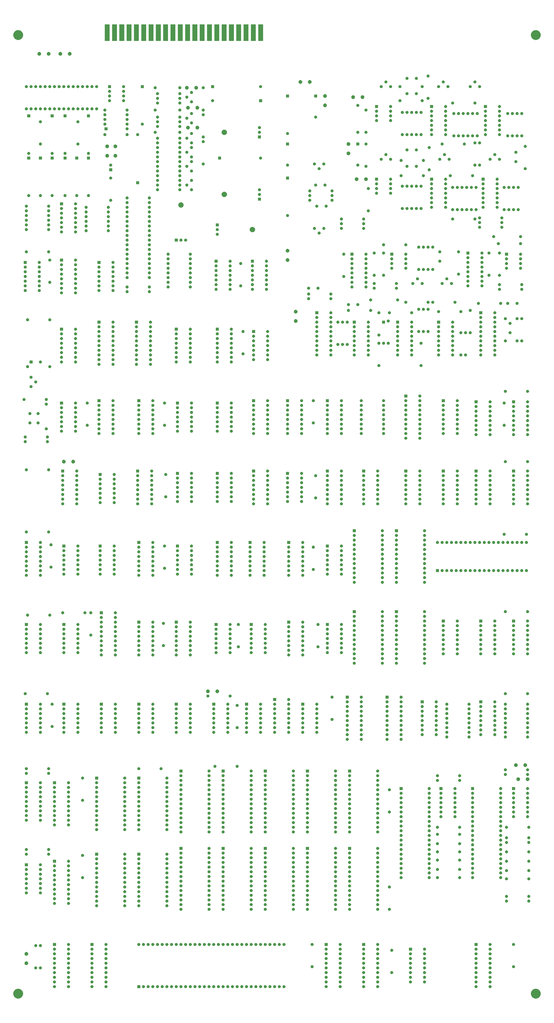
<source format=gbr>
G04 #@! TF.GenerationSoftware,KiCad,Pcbnew,(5.1.5)-3*
G04 #@! TF.CreationDate,2021-11-05T19:20:43-06:00*
G04 #@! TF.ProjectId,quantum_arcade_pcb,7175616e-7475-46d5-9f61-72636164655f,rev?*
G04 #@! TF.SameCoordinates,Original*
G04 #@! TF.FileFunction,Soldermask,Bot*
G04 #@! TF.FilePolarity,Negative*
%FSLAX46Y46*%
G04 Gerber Fmt 4.6, Leading zero omitted, Abs format (unit mm)*
G04 Created by KiCad (PCBNEW (5.1.5)-3) date 2021-11-05 19:20:43*
%MOMM*%
%LPD*%
G04 APERTURE LIST*
%ADD10C,0.100000*%
G04 APERTURE END LIST*
D10*
G36*
X311289288Y-558787510D02*
G01*
X311772376Y-558987612D01*
X311772377Y-558987613D01*
X312207145Y-559278115D01*
X312576885Y-559647855D01*
X312770992Y-559938358D01*
X312867388Y-560082624D01*
X313067490Y-560565712D01*
X313169500Y-561078553D01*
X313169500Y-561601447D01*
X313067490Y-562114288D01*
X312867388Y-562597376D01*
X312867387Y-562597377D01*
X312576885Y-563032145D01*
X312207145Y-563401885D01*
X311916642Y-563595992D01*
X311772376Y-563692388D01*
X311289288Y-563892490D01*
X310776447Y-563994500D01*
X310253553Y-563994500D01*
X309740712Y-563892490D01*
X309257624Y-563692388D01*
X309113358Y-563595992D01*
X308822855Y-563401885D01*
X308453115Y-563032145D01*
X308162613Y-562597377D01*
X308162612Y-562597376D01*
X307962510Y-562114288D01*
X307860500Y-561601447D01*
X307860500Y-561078553D01*
X307962510Y-560565712D01*
X308162612Y-560082624D01*
X308259008Y-559938358D01*
X308453115Y-559647855D01*
X308822855Y-559278115D01*
X309257623Y-558987613D01*
X309257624Y-558987612D01*
X309740712Y-558787510D01*
X310253553Y-558685500D01*
X310776447Y-558685500D01*
X311289288Y-558787510D01*
G37*
G36*
X30619288Y-558787510D02*
G01*
X31102376Y-558987612D01*
X31102377Y-558987613D01*
X31537145Y-559278115D01*
X31906885Y-559647855D01*
X32100992Y-559938358D01*
X32197388Y-560082624D01*
X32397490Y-560565712D01*
X32499500Y-561078553D01*
X32499500Y-561601447D01*
X32397490Y-562114288D01*
X32197388Y-562597376D01*
X32197387Y-562597377D01*
X31906885Y-563032145D01*
X31537145Y-563401885D01*
X31246642Y-563595992D01*
X31102376Y-563692388D01*
X30619288Y-563892490D01*
X30106447Y-563994500D01*
X29583553Y-563994500D01*
X29070712Y-563892490D01*
X28587624Y-563692388D01*
X28443358Y-563595992D01*
X28152855Y-563401885D01*
X27783115Y-563032145D01*
X27492613Y-562597377D01*
X27492612Y-562597376D01*
X27292510Y-562114288D01*
X27190500Y-561601447D01*
X27190500Y-561078553D01*
X27292510Y-560565712D01*
X27492612Y-560082624D01*
X27589008Y-559938358D01*
X27783115Y-559647855D01*
X28152855Y-559278115D01*
X28587623Y-558987613D01*
X28587624Y-558987612D01*
X29070712Y-558787510D01*
X29583553Y-558685500D01*
X30106447Y-558685500D01*
X30619288Y-558787510D01*
G37*
G36*
X285987142Y-556748242D02*
G01*
X286135101Y-556809529D01*
X286268255Y-556898499D01*
X286381501Y-557011745D01*
X286470471Y-557144899D01*
X286531758Y-557292858D01*
X286563000Y-557449925D01*
X286563000Y-557610075D01*
X286531758Y-557767142D01*
X286470471Y-557915101D01*
X286381501Y-558048255D01*
X286268255Y-558161501D01*
X286135101Y-558250471D01*
X285987142Y-558311758D01*
X285830075Y-558343000D01*
X285669925Y-558343000D01*
X285512858Y-558311758D01*
X285364899Y-558250471D01*
X285231745Y-558161501D01*
X285118499Y-558048255D01*
X285029529Y-557915101D01*
X284968242Y-557767142D01*
X284937000Y-557610075D01*
X284937000Y-557449925D01*
X284968242Y-557292858D01*
X285029529Y-557144899D01*
X285118499Y-557011745D01*
X285231745Y-556898499D01*
X285364899Y-556809529D01*
X285512858Y-556748242D01*
X285669925Y-556717000D01*
X285830075Y-556717000D01*
X285987142Y-556748242D01*
G37*
G36*
X278367142Y-556748242D02*
G01*
X278515101Y-556809529D01*
X278648255Y-556898499D01*
X278761501Y-557011745D01*
X278850471Y-557144899D01*
X278911758Y-557292858D01*
X278943000Y-557449925D01*
X278943000Y-557610075D01*
X278911758Y-557767142D01*
X278850471Y-557915101D01*
X278761501Y-558048255D01*
X278648255Y-558161501D01*
X278515101Y-558250471D01*
X278367142Y-558311758D01*
X278210075Y-558343000D01*
X278049925Y-558343000D01*
X277892858Y-558311758D01*
X277744899Y-558250471D01*
X277611745Y-558161501D01*
X277498499Y-558048255D01*
X277409529Y-557915101D01*
X277348242Y-557767142D01*
X277317000Y-557610075D01*
X277317000Y-557449925D01*
X277348242Y-557292858D01*
X277409529Y-557144899D01*
X277498499Y-557011745D01*
X277611745Y-556898499D01*
X277744899Y-556809529D01*
X277892858Y-556748242D01*
X278049925Y-556717000D01*
X278210075Y-556717000D01*
X278367142Y-556748242D01*
G37*
G36*
X164067142Y-556748242D02*
G01*
X164215101Y-556809529D01*
X164348255Y-556898499D01*
X164461501Y-557011745D01*
X164550471Y-557144899D01*
X164611758Y-557292858D01*
X164643000Y-557449925D01*
X164643000Y-557610075D01*
X164611758Y-557767142D01*
X164550471Y-557915101D01*
X164461501Y-558048255D01*
X164348255Y-558161501D01*
X164215101Y-558250471D01*
X164067142Y-558311758D01*
X163910075Y-558343000D01*
X163749925Y-558343000D01*
X163592858Y-558311758D01*
X163444899Y-558250471D01*
X163311745Y-558161501D01*
X163198499Y-558048255D01*
X163109529Y-557915101D01*
X163048242Y-557767142D01*
X163017000Y-557610075D01*
X163017000Y-557449925D01*
X163048242Y-557292858D01*
X163109529Y-557144899D01*
X163198499Y-557011745D01*
X163311745Y-556898499D01*
X163444899Y-556809529D01*
X163592858Y-556748242D01*
X163749925Y-556717000D01*
X163910075Y-556717000D01*
X164067142Y-556748242D01*
G37*
G36*
X57387142Y-556748242D02*
G01*
X57535101Y-556809529D01*
X57668255Y-556898499D01*
X57781501Y-557011745D01*
X57870471Y-557144899D01*
X57931758Y-557292858D01*
X57963000Y-557449925D01*
X57963000Y-557610075D01*
X57931758Y-557767142D01*
X57870471Y-557915101D01*
X57781501Y-558048255D01*
X57668255Y-558161501D01*
X57535101Y-558250471D01*
X57387142Y-558311758D01*
X57230075Y-558343000D01*
X57069925Y-558343000D01*
X56912858Y-558311758D01*
X56764899Y-558250471D01*
X56631745Y-558161501D01*
X56518499Y-558048255D01*
X56429529Y-557915101D01*
X56368242Y-557767142D01*
X56337000Y-557610075D01*
X56337000Y-557449925D01*
X56368242Y-557292858D01*
X56429529Y-557144899D01*
X56518499Y-557011745D01*
X56631745Y-556898499D01*
X56764899Y-556809529D01*
X56912858Y-556748242D01*
X57069925Y-556717000D01*
X57230075Y-556717000D01*
X57387142Y-556748242D01*
G37*
G36*
X49767142Y-556748242D02*
G01*
X49915101Y-556809529D01*
X50048255Y-556898499D01*
X50161501Y-557011745D01*
X50250471Y-557144899D01*
X50311758Y-557292858D01*
X50343000Y-557449925D01*
X50343000Y-557610075D01*
X50311758Y-557767142D01*
X50250471Y-557915101D01*
X50161501Y-558048255D01*
X50048255Y-558161501D01*
X49915101Y-558250471D01*
X49767142Y-558311758D01*
X49610075Y-558343000D01*
X49449925Y-558343000D01*
X49292858Y-558311758D01*
X49144899Y-558250471D01*
X49011745Y-558161501D01*
X48898499Y-558048255D01*
X48809529Y-557915101D01*
X48748242Y-557767142D01*
X48717000Y-557610075D01*
X48717000Y-557449925D01*
X48748242Y-557292858D01*
X48809529Y-557144899D01*
X48898499Y-557011745D01*
X49011745Y-556898499D01*
X49144899Y-556809529D01*
X49292858Y-556748242D01*
X49449925Y-556717000D01*
X49610075Y-556717000D01*
X49767142Y-556748242D01*
G37*
G36*
X70087142Y-556748242D02*
G01*
X70235101Y-556809529D01*
X70368255Y-556898499D01*
X70481501Y-557011745D01*
X70570471Y-557144899D01*
X70631758Y-557292858D01*
X70663000Y-557449925D01*
X70663000Y-557610075D01*
X70631758Y-557767142D01*
X70570471Y-557915101D01*
X70481501Y-558048255D01*
X70368255Y-558161501D01*
X70235101Y-558250471D01*
X70087142Y-558311758D01*
X69930075Y-558343000D01*
X69769925Y-558343000D01*
X69612858Y-558311758D01*
X69464899Y-558250471D01*
X69331745Y-558161501D01*
X69218499Y-558048255D01*
X69129529Y-557915101D01*
X69068242Y-557767142D01*
X69037000Y-557610075D01*
X69037000Y-557449925D01*
X69068242Y-557292858D01*
X69129529Y-557144899D01*
X69218499Y-557011745D01*
X69331745Y-556898499D01*
X69464899Y-556809529D01*
X69612858Y-556748242D01*
X69769925Y-556717000D01*
X69930075Y-556717000D01*
X70087142Y-556748242D01*
G37*
G36*
X77707142Y-556748242D02*
G01*
X77855101Y-556809529D01*
X77988255Y-556898499D01*
X78101501Y-557011745D01*
X78190471Y-557144899D01*
X78251758Y-557292858D01*
X78283000Y-557449925D01*
X78283000Y-557610075D01*
X78251758Y-557767142D01*
X78190471Y-557915101D01*
X78101501Y-558048255D01*
X77988255Y-558161501D01*
X77855101Y-558250471D01*
X77707142Y-558311758D01*
X77550075Y-558343000D01*
X77389925Y-558343000D01*
X77232858Y-558311758D01*
X77084899Y-558250471D01*
X76951745Y-558161501D01*
X76838499Y-558048255D01*
X76749529Y-557915101D01*
X76688242Y-557767142D01*
X76657000Y-557610075D01*
X76657000Y-557449925D01*
X76688242Y-557292858D01*
X76749529Y-557144899D01*
X76838499Y-557011745D01*
X76951745Y-556898499D01*
X77084899Y-556809529D01*
X77232858Y-556748242D01*
X77389925Y-556717000D01*
X77550075Y-556717000D01*
X77707142Y-556748242D01*
G37*
G36*
X174227142Y-556748242D02*
G01*
X174375101Y-556809529D01*
X174508255Y-556898499D01*
X174621501Y-557011745D01*
X174710471Y-557144899D01*
X174771758Y-557292858D01*
X174803000Y-557449925D01*
X174803000Y-557610075D01*
X174771758Y-557767142D01*
X174710471Y-557915101D01*
X174621501Y-558048255D01*
X174508255Y-558161501D01*
X174375101Y-558250471D01*
X174227142Y-558311758D01*
X174070075Y-558343000D01*
X173909925Y-558343000D01*
X173752858Y-558311758D01*
X173604899Y-558250471D01*
X173471745Y-558161501D01*
X173358499Y-558048255D01*
X173269529Y-557915101D01*
X173208242Y-557767142D01*
X173177000Y-557610075D01*
X173177000Y-557449925D01*
X173208242Y-557292858D01*
X173269529Y-557144899D01*
X173358499Y-557011745D01*
X173471745Y-556898499D01*
X173604899Y-556809529D01*
X173752858Y-556748242D01*
X173909925Y-556717000D01*
X174070075Y-556717000D01*
X174227142Y-556748242D01*
G37*
G36*
X171687142Y-556748242D02*
G01*
X171835101Y-556809529D01*
X171968255Y-556898499D01*
X172081501Y-557011745D01*
X172170471Y-557144899D01*
X172231758Y-557292858D01*
X172263000Y-557449925D01*
X172263000Y-557610075D01*
X172231758Y-557767142D01*
X172170471Y-557915101D01*
X172081501Y-558048255D01*
X171968255Y-558161501D01*
X171835101Y-558250471D01*
X171687142Y-558311758D01*
X171530075Y-558343000D01*
X171369925Y-558343000D01*
X171212858Y-558311758D01*
X171064899Y-558250471D01*
X170931745Y-558161501D01*
X170818499Y-558048255D01*
X170729529Y-557915101D01*
X170668242Y-557767142D01*
X170637000Y-557610075D01*
X170637000Y-557449925D01*
X170668242Y-557292858D01*
X170729529Y-557144899D01*
X170818499Y-557011745D01*
X170931745Y-556898499D01*
X171064899Y-556809529D01*
X171212858Y-556748242D01*
X171369925Y-556717000D01*
X171530075Y-556717000D01*
X171687142Y-556748242D01*
G37*
G36*
X169147142Y-556748242D02*
G01*
X169295101Y-556809529D01*
X169428255Y-556898499D01*
X169541501Y-557011745D01*
X169630471Y-557144899D01*
X169691758Y-557292858D01*
X169723000Y-557449925D01*
X169723000Y-557610075D01*
X169691758Y-557767142D01*
X169630471Y-557915101D01*
X169541501Y-558048255D01*
X169428255Y-558161501D01*
X169295101Y-558250471D01*
X169147142Y-558311758D01*
X168990075Y-558343000D01*
X168829925Y-558343000D01*
X168672858Y-558311758D01*
X168524899Y-558250471D01*
X168391745Y-558161501D01*
X168278499Y-558048255D01*
X168189529Y-557915101D01*
X168128242Y-557767142D01*
X168097000Y-557610075D01*
X168097000Y-557449925D01*
X168128242Y-557292858D01*
X168189529Y-557144899D01*
X168278499Y-557011745D01*
X168391745Y-556898499D01*
X168524899Y-556809529D01*
X168672858Y-556748242D01*
X168829925Y-556717000D01*
X168990075Y-556717000D01*
X169147142Y-556748242D01*
G37*
G36*
X166607142Y-556748242D02*
G01*
X166755101Y-556809529D01*
X166888255Y-556898499D01*
X167001501Y-557011745D01*
X167090471Y-557144899D01*
X167151758Y-557292858D01*
X167183000Y-557449925D01*
X167183000Y-557610075D01*
X167151758Y-557767142D01*
X167090471Y-557915101D01*
X167001501Y-558048255D01*
X166888255Y-558161501D01*
X166755101Y-558250471D01*
X166607142Y-558311758D01*
X166450075Y-558343000D01*
X166289925Y-558343000D01*
X166132858Y-558311758D01*
X165984899Y-558250471D01*
X165851745Y-558161501D01*
X165738499Y-558048255D01*
X165649529Y-557915101D01*
X165588242Y-557767142D01*
X165557000Y-557610075D01*
X165557000Y-557449925D01*
X165588242Y-557292858D01*
X165649529Y-557144899D01*
X165738499Y-557011745D01*
X165851745Y-556898499D01*
X165984899Y-556809529D01*
X166132858Y-556748242D01*
X166289925Y-556717000D01*
X166450075Y-556717000D01*
X166607142Y-556748242D01*
G37*
G36*
X161527142Y-556748242D02*
G01*
X161675101Y-556809529D01*
X161808255Y-556898499D01*
X161921501Y-557011745D01*
X162010471Y-557144899D01*
X162071758Y-557292858D01*
X162103000Y-557449925D01*
X162103000Y-557610075D01*
X162071758Y-557767142D01*
X162010471Y-557915101D01*
X161921501Y-558048255D01*
X161808255Y-558161501D01*
X161675101Y-558250471D01*
X161527142Y-558311758D01*
X161370075Y-558343000D01*
X161209925Y-558343000D01*
X161052858Y-558311758D01*
X160904899Y-558250471D01*
X160771745Y-558161501D01*
X160658499Y-558048255D01*
X160569529Y-557915101D01*
X160508242Y-557767142D01*
X160477000Y-557610075D01*
X160477000Y-557449925D01*
X160508242Y-557292858D01*
X160569529Y-557144899D01*
X160658499Y-557011745D01*
X160771745Y-556898499D01*
X160904899Y-556809529D01*
X161052858Y-556748242D01*
X161209925Y-556717000D01*
X161370075Y-556717000D01*
X161527142Y-556748242D01*
G37*
G36*
X158987142Y-556748242D02*
G01*
X159135101Y-556809529D01*
X159268255Y-556898499D01*
X159381501Y-557011745D01*
X159470471Y-557144899D01*
X159531758Y-557292858D01*
X159563000Y-557449925D01*
X159563000Y-557610075D01*
X159531758Y-557767142D01*
X159470471Y-557915101D01*
X159381501Y-558048255D01*
X159268255Y-558161501D01*
X159135101Y-558250471D01*
X158987142Y-558311758D01*
X158830075Y-558343000D01*
X158669925Y-558343000D01*
X158512858Y-558311758D01*
X158364899Y-558250471D01*
X158231745Y-558161501D01*
X158118499Y-558048255D01*
X158029529Y-557915101D01*
X157968242Y-557767142D01*
X157937000Y-557610075D01*
X157937000Y-557449925D01*
X157968242Y-557292858D01*
X158029529Y-557144899D01*
X158118499Y-557011745D01*
X158231745Y-556898499D01*
X158364899Y-556809529D01*
X158512858Y-556748242D01*
X158669925Y-556717000D01*
X158830075Y-556717000D01*
X158987142Y-556748242D01*
G37*
G36*
X156447142Y-556748242D02*
G01*
X156595101Y-556809529D01*
X156728255Y-556898499D01*
X156841501Y-557011745D01*
X156930471Y-557144899D01*
X156991758Y-557292858D01*
X157023000Y-557449925D01*
X157023000Y-557610075D01*
X156991758Y-557767142D01*
X156930471Y-557915101D01*
X156841501Y-558048255D01*
X156728255Y-558161501D01*
X156595101Y-558250471D01*
X156447142Y-558311758D01*
X156290075Y-558343000D01*
X156129925Y-558343000D01*
X155972858Y-558311758D01*
X155824899Y-558250471D01*
X155691745Y-558161501D01*
X155578499Y-558048255D01*
X155489529Y-557915101D01*
X155428242Y-557767142D01*
X155397000Y-557610075D01*
X155397000Y-557449925D01*
X155428242Y-557292858D01*
X155489529Y-557144899D01*
X155578499Y-557011745D01*
X155691745Y-556898499D01*
X155824899Y-556809529D01*
X155972858Y-556748242D01*
X156129925Y-556717000D01*
X156290075Y-556717000D01*
X156447142Y-556748242D01*
G37*
G36*
X98027142Y-556748242D02*
G01*
X98175101Y-556809529D01*
X98308255Y-556898499D01*
X98421501Y-557011745D01*
X98510471Y-557144899D01*
X98571758Y-557292858D01*
X98603000Y-557449925D01*
X98603000Y-557610075D01*
X98571758Y-557767142D01*
X98510471Y-557915101D01*
X98421501Y-558048255D01*
X98308255Y-558161501D01*
X98175101Y-558250471D01*
X98027142Y-558311758D01*
X97870075Y-558343000D01*
X97709925Y-558343000D01*
X97552858Y-558311758D01*
X97404899Y-558250471D01*
X97271745Y-558161501D01*
X97158499Y-558048255D01*
X97069529Y-557915101D01*
X97008242Y-557767142D01*
X96977000Y-557610075D01*
X96977000Y-557449925D01*
X97008242Y-557292858D01*
X97069529Y-557144899D01*
X97158499Y-557011745D01*
X97271745Y-556898499D01*
X97404899Y-556809529D01*
X97552858Y-556748242D01*
X97709925Y-556717000D01*
X97870075Y-556717000D01*
X98027142Y-556748242D01*
G37*
G36*
X100567142Y-556748242D02*
G01*
X100715101Y-556809529D01*
X100848255Y-556898499D01*
X100961501Y-557011745D01*
X101050471Y-557144899D01*
X101111758Y-557292858D01*
X101143000Y-557449925D01*
X101143000Y-557610075D01*
X101111758Y-557767142D01*
X101050471Y-557915101D01*
X100961501Y-558048255D01*
X100848255Y-558161501D01*
X100715101Y-558250471D01*
X100567142Y-558311758D01*
X100410075Y-558343000D01*
X100249925Y-558343000D01*
X100092858Y-558311758D01*
X99944899Y-558250471D01*
X99811745Y-558161501D01*
X99698499Y-558048255D01*
X99609529Y-557915101D01*
X99548242Y-557767142D01*
X99517000Y-557610075D01*
X99517000Y-557449925D01*
X99548242Y-557292858D01*
X99609529Y-557144899D01*
X99698499Y-557011745D01*
X99811745Y-556898499D01*
X99944899Y-556809529D01*
X100092858Y-556748242D01*
X100249925Y-556717000D01*
X100410075Y-556717000D01*
X100567142Y-556748242D01*
G37*
G36*
X103107142Y-556748242D02*
G01*
X103255101Y-556809529D01*
X103388255Y-556898499D01*
X103501501Y-557011745D01*
X103590471Y-557144899D01*
X103651758Y-557292858D01*
X103683000Y-557449925D01*
X103683000Y-557610075D01*
X103651758Y-557767142D01*
X103590471Y-557915101D01*
X103501501Y-558048255D01*
X103388255Y-558161501D01*
X103255101Y-558250471D01*
X103107142Y-558311758D01*
X102950075Y-558343000D01*
X102789925Y-558343000D01*
X102632858Y-558311758D01*
X102484899Y-558250471D01*
X102351745Y-558161501D01*
X102238499Y-558048255D01*
X102149529Y-557915101D01*
X102088242Y-557767142D01*
X102057000Y-557610075D01*
X102057000Y-557449925D01*
X102088242Y-557292858D01*
X102149529Y-557144899D01*
X102238499Y-557011745D01*
X102351745Y-556898499D01*
X102484899Y-556809529D01*
X102632858Y-556748242D01*
X102789925Y-556717000D01*
X102950075Y-556717000D01*
X103107142Y-556748242D01*
G37*
G36*
X105647142Y-556748242D02*
G01*
X105795101Y-556809529D01*
X105928255Y-556898499D01*
X106041501Y-557011745D01*
X106130471Y-557144899D01*
X106191758Y-557292858D01*
X106223000Y-557449925D01*
X106223000Y-557610075D01*
X106191758Y-557767142D01*
X106130471Y-557915101D01*
X106041501Y-558048255D01*
X105928255Y-558161501D01*
X105795101Y-558250471D01*
X105647142Y-558311758D01*
X105490075Y-558343000D01*
X105329925Y-558343000D01*
X105172858Y-558311758D01*
X105024899Y-558250471D01*
X104891745Y-558161501D01*
X104778499Y-558048255D01*
X104689529Y-557915101D01*
X104628242Y-557767142D01*
X104597000Y-557610075D01*
X104597000Y-557449925D01*
X104628242Y-557292858D01*
X104689529Y-557144899D01*
X104778499Y-557011745D01*
X104891745Y-556898499D01*
X105024899Y-556809529D01*
X105172858Y-556748242D01*
X105329925Y-556717000D01*
X105490075Y-556717000D01*
X105647142Y-556748242D01*
G37*
G36*
X108187142Y-556748242D02*
G01*
X108335101Y-556809529D01*
X108468255Y-556898499D01*
X108581501Y-557011745D01*
X108670471Y-557144899D01*
X108731758Y-557292858D01*
X108763000Y-557449925D01*
X108763000Y-557610075D01*
X108731758Y-557767142D01*
X108670471Y-557915101D01*
X108581501Y-558048255D01*
X108468255Y-558161501D01*
X108335101Y-558250471D01*
X108187142Y-558311758D01*
X108030075Y-558343000D01*
X107869925Y-558343000D01*
X107712858Y-558311758D01*
X107564899Y-558250471D01*
X107431745Y-558161501D01*
X107318499Y-558048255D01*
X107229529Y-557915101D01*
X107168242Y-557767142D01*
X107137000Y-557610075D01*
X107137000Y-557449925D01*
X107168242Y-557292858D01*
X107229529Y-557144899D01*
X107318499Y-557011745D01*
X107431745Y-556898499D01*
X107564899Y-556809529D01*
X107712858Y-556748242D01*
X107869925Y-556717000D01*
X108030075Y-556717000D01*
X108187142Y-556748242D01*
G37*
G36*
X113267142Y-556748242D02*
G01*
X113415101Y-556809529D01*
X113548255Y-556898499D01*
X113661501Y-557011745D01*
X113750471Y-557144899D01*
X113811758Y-557292858D01*
X113843000Y-557449925D01*
X113843000Y-557610075D01*
X113811758Y-557767142D01*
X113750471Y-557915101D01*
X113661501Y-558048255D01*
X113548255Y-558161501D01*
X113415101Y-558250471D01*
X113267142Y-558311758D01*
X113110075Y-558343000D01*
X112949925Y-558343000D01*
X112792858Y-558311758D01*
X112644899Y-558250471D01*
X112511745Y-558161501D01*
X112398499Y-558048255D01*
X112309529Y-557915101D01*
X112248242Y-557767142D01*
X112217000Y-557610075D01*
X112217000Y-557449925D01*
X112248242Y-557292858D01*
X112309529Y-557144899D01*
X112398499Y-557011745D01*
X112511745Y-556898499D01*
X112644899Y-556809529D01*
X112792858Y-556748242D01*
X112949925Y-556717000D01*
X113110075Y-556717000D01*
X113267142Y-556748242D01*
G37*
G36*
X115807142Y-556748242D02*
G01*
X115955101Y-556809529D01*
X116088255Y-556898499D01*
X116201501Y-557011745D01*
X116290471Y-557144899D01*
X116351758Y-557292858D01*
X116383000Y-557449925D01*
X116383000Y-557610075D01*
X116351758Y-557767142D01*
X116290471Y-557915101D01*
X116201501Y-558048255D01*
X116088255Y-558161501D01*
X115955101Y-558250471D01*
X115807142Y-558311758D01*
X115650075Y-558343000D01*
X115489925Y-558343000D01*
X115332858Y-558311758D01*
X115184899Y-558250471D01*
X115051745Y-558161501D01*
X114938499Y-558048255D01*
X114849529Y-557915101D01*
X114788242Y-557767142D01*
X114757000Y-557610075D01*
X114757000Y-557449925D01*
X114788242Y-557292858D01*
X114849529Y-557144899D01*
X114938499Y-557011745D01*
X115051745Y-556898499D01*
X115184899Y-556809529D01*
X115332858Y-556748242D01*
X115489925Y-556717000D01*
X115650075Y-556717000D01*
X115807142Y-556748242D01*
G37*
G36*
X225027142Y-556748242D02*
G01*
X225175101Y-556809529D01*
X225308255Y-556898499D01*
X225421501Y-557011745D01*
X225510471Y-557144899D01*
X225571758Y-557292858D01*
X225603000Y-557449925D01*
X225603000Y-557610075D01*
X225571758Y-557767142D01*
X225510471Y-557915101D01*
X225421501Y-558048255D01*
X225308255Y-558161501D01*
X225175101Y-558250471D01*
X225027142Y-558311758D01*
X224870075Y-558343000D01*
X224709925Y-558343000D01*
X224552858Y-558311758D01*
X224404899Y-558250471D01*
X224271745Y-558161501D01*
X224158499Y-558048255D01*
X224069529Y-557915101D01*
X224008242Y-557767142D01*
X223977000Y-557610075D01*
X223977000Y-557449925D01*
X224008242Y-557292858D01*
X224069529Y-557144899D01*
X224158499Y-557011745D01*
X224271745Y-556898499D01*
X224404899Y-556809529D01*
X224552858Y-556748242D01*
X224709925Y-556717000D01*
X224870075Y-556717000D01*
X225027142Y-556748242D01*
G37*
G36*
X151367142Y-556748242D02*
G01*
X151515101Y-556809529D01*
X151648255Y-556898499D01*
X151761501Y-557011745D01*
X151850471Y-557144899D01*
X151911758Y-557292858D01*
X151943000Y-557449925D01*
X151943000Y-557610075D01*
X151911758Y-557767142D01*
X151850471Y-557915101D01*
X151761501Y-558048255D01*
X151648255Y-558161501D01*
X151515101Y-558250471D01*
X151367142Y-558311758D01*
X151210075Y-558343000D01*
X151049925Y-558343000D01*
X150892858Y-558311758D01*
X150744899Y-558250471D01*
X150611745Y-558161501D01*
X150498499Y-558048255D01*
X150409529Y-557915101D01*
X150348242Y-557767142D01*
X150317000Y-557610075D01*
X150317000Y-557449925D01*
X150348242Y-557292858D01*
X150409529Y-557144899D01*
X150498499Y-557011745D01*
X150611745Y-556898499D01*
X150744899Y-556809529D01*
X150892858Y-556748242D01*
X151049925Y-556717000D01*
X151210075Y-556717000D01*
X151367142Y-556748242D01*
G37*
G36*
X118347142Y-556748242D02*
G01*
X118495101Y-556809529D01*
X118628255Y-556898499D01*
X118741501Y-557011745D01*
X118830471Y-557144899D01*
X118891758Y-557292858D01*
X118923000Y-557449925D01*
X118923000Y-557610075D01*
X118891758Y-557767142D01*
X118830471Y-557915101D01*
X118741501Y-558048255D01*
X118628255Y-558161501D01*
X118495101Y-558250471D01*
X118347142Y-558311758D01*
X118190075Y-558343000D01*
X118029925Y-558343000D01*
X117872858Y-558311758D01*
X117724899Y-558250471D01*
X117591745Y-558161501D01*
X117478499Y-558048255D01*
X117389529Y-557915101D01*
X117328242Y-557767142D01*
X117297000Y-557610075D01*
X117297000Y-557449925D01*
X117328242Y-557292858D01*
X117389529Y-557144899D01*
X117478499Y-557011745D01*
X117591745Y-556898499D01*
X117724899Y-556809529D01*
X117872858Y-556748242D01*
X118029925Y-556717000D01*
X118190075Y-556717000D01*
X118347142Y-556748242D01*
G37*
G36*
X120887142Y-556748242D02*
G01*
X121035101Y-556809529D01*
X121168255Y-556898499D01*
X121281501Y-557011745D01*
X121370471Y-557144899D01*
X121431758Y-557292858D01*
X121463000Y-557449925D01*
X121463000Y-557610075D01*
X121431758Y-557767142D01*
X121370471Y-557915101D01*
X121281501Y-558048255D01*
X121168255Y-558161501D01*
X121035101Y-558250471D01*
X120887142Y-558311758D01*
X120730075Y-558343000D01*
X120569925Y-558343000D01*
X120412858Y-558311758D01*
X120264899Y-558250471D01*
X120131745Y-558161501D01*
X120018499Y-558048255D01*
X119929529Y-557915101D01*
X119868242Y-557767142D01*
X119837000Y-557610075D01*
X119837000Y-557449925D01*
X119868242Y-557292858D01*
X119929529Y-557144899D01*
X120018499Y-557011745D01*
X120131745Y-556898499D01*
X120264899Y-556809529D01*
X120412858Y-556748242D01*
X120569925Y-556717000D01*
X120730075Y-556717000D01*
X120887142Y-556748242D01*
G37*
G36*
X123427142Y-556748242D02*
G01*
X123575101Y-556809529D01*
X123708255Y-556898499D01*
X123821501Y-557011745D01*
X123910471Y-557144899D01*
X123971758Y-557292858D01*
X124003000Y-557449925D01*
X124003000Y-557610075D01*
X123971758Y-557767142D01*
X123910471Y-557915101D01*
X123821501Y-558048255D01*
X123708255Y-558161501D01*
X123575101Y-558250471D01*
X123427142Y-558311758D01*
X123270075Y-558343000D01*
X123109925Y-558343000D01*
X122952858Y-558311758D01*
X122804899Y-558250471D01*
X122671745Y-558161501D01*
X122558499Y-558048255D01*
X122469529Y-557915101D01*
X122408242Y-557767142D01*
X122377000Y-557610075D01*
X122377000Y-557449925D01*
X122408242Y-557292858D01*
X122469529Y-557144899D01*
X122558499Y-557011745D01*
X122671745Y-556898499D01*
X122804899Y-556809529D01*
X122952858Y-556748242D01*
X123109925Y-556717000D01*
X123270075Y-556717000D01*
X123427142Y-556748242D01*
G37*
G36*
X128507142Y-556748242D02*
G01*
X128655101Y-556809529D01*
X128788255Y-556898499D01*
X128901501Y-557011745D01*
X128990471Y-557144899D01*
X129051758Y-557292858D01*
X129083000Y-557449925D01*
X129083000Y-557610075D01*
X129051758Y-557767142D01*
X128990471Y-557915101D01*
X128901501Y-558048255D01*
X128788255Y-558161501D01*
X128655101Y-558250471D01*
X128507142Y-558311758D01*
X128350075Y-558343000D01*
X128189925Y-558343000D01*
X128032858Y-558311758D01*
X127884899Y-558250471D01*
X127751745Y-558161501D01*
X127638499Y-558048255D01*
X127549529Y-557915101D01*
X127488242Y-557767142D01*
X127457000Y-557610075D01*
X127457000Y-557449925D01*
X127488242Y-557292858D01*
X127549529Y-557144899D01*
X127638499Y-557011745D01*
X127751745Y-556898499D01*
X127884899Y-556809529D01*
X128032858Y-556748242D01*
X128189925Y-556717000D01*
X128350075Y-556717000D01*
X128507142Y-556748242D01*
G37*
G36*
X131047142Y-556748242D02*
G01*
X131195101Y-556809529D01*
X131328255Y-556898499D01*
X131441501Y-557011745D01*
X131530471Y-557144899D01*
X131591758Y-557292858D01*
X131623000Y-557449925D01*
X131623000Y-557610075D01*
X131591758Y-557767142D01*
X131530471Y-557915101D01*
X131441501Y-558048255D01*
X131328255Y-558161501D01*
X131195101Y-558250471D01*
X131047142Y-558311758D01*
X130890075Y-558343000D01*
X130729925Y-558343000D01*
X130572858Y-558311758D01*
X130424899Y-558250471D01*
X130291745Y-558161501D01*
X130178499Y-558048255D01*
X130089529Y-557915101D01*
X130028242Y-557767142D01*
X129997000Y-557610075D01*
X129997000Y-557449925D01*
X130028242Y-557292858D01*
X130089529Y-557144899D01*
X130178499Y-557011745D01*
X130291745Y-556898499D01*
X130424899Y-556809529D01*
X130572858Y-556748242D01*
X130729925Y-556717000D01*
X130890075Y-556717000D01*
X131047142Y-556748242D01*
G37*
G36*
X133587142Y-556748242D02*
G01*
X133735101Y-556809529D01*
X133868255Y-556898499D01*
X133981501Y-557011745D01*
X134070471Y-557144899D01*
X134131758Y-557292858D01*
X134163000Y-557449925D01*
X134163000Y-557610075D01*
X134131758Y-557767142D01*
X134070471Y-557915101D01*
X133981501Y-558048255D01*
X133868255Y-558161501D01*
X133735101Y-558250471D01*
X133587142Y-558311758D01*
X133430075Y-558343000D01*
X133269925Y-558343000D01*
X133112858Y-558311758D01*
X132964899Y-558250471D01*
X132831745Y-558161501D01*
X132718499Y-558048255D01*
X132629529Y-557915101D01*
X132568242Y-557767142D01*
X132537000Y-557610075D01*
X132537000Y-557449925D01*
X132568242Y-557292858D01*
X132629529Y-557144899D01*
X132718499Y-557011745D01*
X132831745Y-556898499D01*
X132964899Y-556809529D01*
X133112858Y-556748242D01*
X133269925Y-556717000D01*
X133430075Y-556717000D01*
X133587142Y-556748242D01*
G37*
G36*
X136127142Y-556748242D02*
G01*
X136275101Y-556809529D01*
X136408255Y-556898499D01*
X136521501Y-557011745D01*
X136610471Y-557144899D01*
X136671758Y-557292858D01*
X136703000Y-557449925D01*
X136703000Y-557610075D01*
X136671758Y-557767142D01*
X136610471Y-557915101D01*
X136521501Y-558048255D01*
X136408255Y-558161501D01*
X136275101Y-558250471D01*
X136127142Y-558311758D01*
X135970075Y-558343000D01*
X135809925Y-558343000D01*
X135652858Y-558311758D01*
X135504899Y-558250471D01*
X135371745Y-558161501D01*
X135258499Y-558048255D01*
X135169529Y-557915101D01*
X135108242Y-557767142D01*
X135077000Y-557610075D01*
X135077000Y-557449925D01*
X135108242Y-557292858D01*
X135169529Y-557144899D01*
X135258499Y-557011745D01*
X135371745Y-556898499D01*
X135504899Y-556809529D01*
X135652858Y-556748242D01*
X135809925Y-556717000D01*
X135970075Y-556717000D01*
X136127142Y-556748242D01*
G37*
G36*
X138667142Y-556748242D02*
G01*
X138815101Y-556809529D01*
X138948255Y-556898499D01*
X139061501Y-557011745D01*
X139150471Y-557144899D01*
X139211758Y-557292858D01*
X139243000Y-557449925D01*
X139243000Y-557610075D01*
X139211758Y-557767142D01*
X139150471Y-557915101D01*
X139061501Y-558048255D01*
X138948255Y-558161501D01*
X138815101Y-558250471D01*
X138667142Y-558311758D01*
X138510075Y-558343000D01*
X138349925Y-558343000D01*
X138192858Y-558311758D01*
X138044899Y-558250471D01*
X137911745Y-558161501D01*
X137798499Y-558048255D01*
X137709529Y-557915101D01*
X137648242Y-557767142D01*
X137617000Y-557610075D01*
X137617000Y-557449925D01*
X137648242Y-557292858D01*
X137709529Y-557144899D01*
X137798499Y-557011745D01*
X137911745Y-556898499D01*
X138044899Y-556809529D01*
X138192858Y-556748242D01*
X138349925Y-556717000D01*
X138510075Y-556717000D01*
X138667142Y-556748242D01*
G37*
G36*
X141207142Y-556748242D02*
G01*
X141355101Y-556809529D01*
X141488255Y-556898499D01*
X141601501Y-557011745D01*
X141690471Y-557144899D01*
X141751758Y-557292858D01*
X141783000Y-557449925D01*
X141783000Y-557610075D01*
X141751758Y-557767142D01*
X141690471Y-557915101D01*
X141601501Y-558048255D01*
X141488255Y-558161501D01*
X141355101Y-558250471D01*
X141207142Y-558311758D01*
X141050075Y-558343000D01*
X140889925Y-558343000D01*
X140732858Y-558311758D01*
X140584899Y-558250471D01*
X140451745Y-558161501D01*
X140338499Y-558048255D01*
X140249529Y-557915101D01*
X140188242Y-557767142D01*
X140157000Y-557610075D01*
X140157000Y-557449925D01*
X140188242Y-557292858D01*
X140249529Y-557144899D01*
X140338499Y-557011745D01*
X140451745Y-556898499D01*
X140584899Y-556809529D01*
X140732858Y-556748242D01*
X140889925Y-556717000D01*
X141050075Y-556717000D01*
X141207142Y-556748242D01*
G37*
G36*
X110727142Y-556748242D02*
G01*
X110875101Y-556809529D01*
X111008255Y-556898499D01*
X111121501Y-557011745D01*
X111210471Y-557144899D01*
X111271758Y-557292858D01*
X111303000Y-557449925D01*
X111303000Y-557610075D01*
X111271758Y-557767142D01*
X111210471Y-557915101D01*
X111121501Y-558048255D01*
X111008255Y-558161501D01*
X110875101Y-558250471D01*
X110727142Y-558311758D01*
X110570075Y-558343000D01*
X110409925Y-558343000D01*
X110252858Y-558311758D01*
X110104899Y-558250471D01*
X109971745Y-558161501D01*
X109858499Y-558048255D01*
X109769529Y-557915101D01*
X109708242Y-557767142D01*
X109677000Y-557610075D01*
X109677000Y-557449925D01*
X109708242Y-557292858D01*
X109769529Y-557144899D01*
X109858499Y-557011745D01*
X109971745Y-556898499D01*
X110104899Y-556809529D01*
X110252858Y-556748242D01*
X110409925Y-556717000D01*
X110570075Y-556717000D01*
X110727142Y-556748242D01*
G37*
G36*
X125967142Y-556748242D02*
G01*
X126115101Y-556809529D01*
X126248255Y-556898499D01*
X126361501Y-557011745D01*
X126450471Y-557144899D01*
X126511758Y-557292858D01*
X126543000Y-557449925D01*
X126543000Y-557610075D01*
X126511758Y-557767142D01*
X126450471Y-557915101D01*
X126361501Y-558048255D01*
X126248255Y-558161501D01*
X126115101Y-558250471D01*
X125967142Y-558311758D01*
X125810075Y-558343000D01*
X125649925Y-558343000D01*
X125492858Y-558311758D01*
X125344899Y-558250471D01*
X125211745Y-558161501D01*
X125098499Y-558048255D01*
X125009529Y-557915101D01*
X124948242Y-557767142D01*
X124917000Y-557610075D01*
X124917000Y-557449925D01*
X124948242Y-557292858D01*
X125009529Y-557144899D01*
X125098499Y-557011745D01*
X125211745Y-556898499D01*
X125344899Y-556809529D01*
X125492858Y-556748242D01*
X125649925Y-556717000D01*
X125810075Y-556717000D01*
X125967142Y-556748242D01*
G37*
G36*
X96063000Y-558343000D02*
G01*
X94437000Y-558343000D01*
X94437000Y-556717000D01*
X96063000Y-556717000D01*
X96063000Y-558343000D01*
G37*
G36*
X146287142Y-556748242D02*
G01*
X146435101Y-556809529D01*
X146568255Y-556898499D01*
X146681501Y-557011745D01*
X146770471Y-557144899D01*
X146831758Y-557292858D01*
X146863000Y-557449925D01*
X146863000Y-557610075D01*
X146831758Y-557767142D01*
X146770471Y-557915101D01*
X146681501Y-558048255D01*
X146568255Y-558161501D01*
X146435101Y-558250471D01*
X146287142Y-558311758D01*
X146130075Y-558343000D01*
X145969925Y-558343000D01*
X145812858Y-558311758D01*
X145664899Y-558250471D01*
X145531745Y-558161501D01*
X145418499Y-558048255D01*
X145329529Y-557915101D01*
X145268242Y-557767142D01*
X145237000Y-557610075D01*
X145237000Y-557449925D01*
X145268242Y-557292858D01*
X145329529Y-557144899D01*
X145418499Y-557011745D01*
X145531745Y-556898499D01*
X145664899Y-556809529D01*
X145812858Y-556748242D01*
X145969925Y-556717000D01*
X146130075Y-556717000D01*
X146287142Y-556748242D01*
G37*
G36*
X153907142Y-556748242D02*
G01*
X154055101Y-556809529D01*
X154188255Y-556898499D01*
X154301501Y-557011745D01*
X154390471Y-557144899D01*
X154451758Y-557292858D01*
X154483000Y-557449925D01*
X154483000Y-557610075D01*
X154451758Y-557767142D01*
X154390471Y-557915101D01*
X154301501Y-558048255D01*
X154188255Y-558161501D01*
X154055101Y-558250471D01*
X153907142Y-558311758D01*
X153750075Y-558343000D01*
X153589925Y-558343000D01*
X153432858Y-558311758D01*
X153284899Y-558250471D01*
X153151745Y-558161501D01*
X153038499Y-558048255D01*
X152949529Y-557915101D01*
X152888242Y-557767142D01*
X152857000Y-557610075D01*
X152857000Y-557449925D01*
X152888242Y-557292858D01*
X152949529Y-557144899D01*
X153038499Y-557011745D01*
X153151745Y-556898499D01*
X153284899Y-556809529D01*
X153432858Y-556748242D01*
X153589925Y-556717000D01*
X153750075Y-556717000D01*
X153907142Y-556748242D01*
G37*
G36*
X143747142Y-556748242D02*
G01*
X143895101Y-556809529D01*
X144028255Y-556898499D01*
X144141501Y-557011745D01*
X144230471Y-557144899D01*
X144291758Y-557292858D01*
X144323000Y-557449925D01*
X144323000Y-557610075D01*
X144291758Y-557767142D01*
X144230471Y-557915101D01*
X144141501Y-558048255D01*
X144028255Y-558161501D01*
X143895101Y-558250471D01*
X143747142Y-558311758D01*
X143590075Y-558343000D01*
X143429925Y-558343000D01*
X143272858Y-558311758D01*
X143124899Y-558250471D01*
X142991745Y-558161501D01*
X142878499Y-558048255D01*
X142789529Y-557915101D01*
X142728242Y-557767142D01*
X142697000Y-557610075D01*
X142697000Y-557449925D01*
X142728242Y-557292858D01*
X142789529Y-557144899D01*
X142878499Y-557011745D01*
X142991745Y-556898499D01*
X143124899Y-556809529D01*
X143272858Y-556748242D01*
X143429925Y-556717000D01*
X143590075Y-556717000D01*
X143747142Y-556748242D01*
G37*
G36*
X148827142Y-556748242D02*
G01*
X148975101Y-556809529D01*
X149108255Y-556898499D01*
X149221501Y-557011745D01*
X149310471Y-557144899D01*
X149371758Y-557292858D01*
X149403000Y-557449925D01*
X149403000Y-557610075D01*
X149371758Y-557767142D01*
X149310471Y-557915101D01*
X149221501Y-558048255D01*
X149108255Y-558161501D01*
X148975101Y-558250471D01*
X148827142Y-558311758D01*
X148670075Y-558343000D01*
X148509925Y-558343000D01*
X148352858Y-558311758D01*
X148204899Y-558250471D01*
X148071745Y-558161501D01*
X147958499Y-558048255D01*
X147869529Y-557915101D01*
X147808242Y-557767142D01*
X147777000Y-557610075D01*
X147777000Y-557449925D01*
X147808242Y-557292858D01*
X147869529Y-557144899D01*
X147958499Y-557011745D01*
X148071745Y-556898499D01*
X148204899Y-556809529D01*
X148352858Y-556748242D01*
X148509925Y-556717000D01*
X148670075Y-556717000D01*
X148827142Y-556748242D01*
G37*
G36*
X197087142Y-556748242D02*
G01*
X197235101Y-556809529D01*
X197368255Y-556898499D01*
X197481501Y-557011745D01*
X197570471Y-557144899D01*
X197631758Y-557292858D01*
X197663000Y-557449925D01*
X197663000Y-557610075D01*
X197631758Y-557767142D01*
X197570471Y-557915101D01*
X197481501Y-558048255D01*
X197368255Y-558161501D01*
X197235101Y-558250471D01*
X197087142Y-558311758D01*
X196930075Y-558343000D01*
X196769925Y-558343000D01*
X196612858Y-558311758D01*
X196464899Y-558250471D01*
X196331745Y-558161501D01*
X196218499Y-558048255D01*
X196129529Y-557915101D01*
X196068242Y-557767142D01*
X196037000Y-557610075D01*
X196037000Y-557449925D01*
X196068242Y-557292858D01*
X196129529Y-557144899D01*
X196218499Y-557011745D01*
X196331745Y-556898499D01*
X196464899Y-556809529D01*
X196612858Y-556748242D01*
X196769925Y-556717000D01*
X196930075Y-556717000D01*
X197087142Y-556748242D01*
G37*
G36*
X204707142Y-556748242D02*
G01*
X204855101Y-556809529D01*
X204988255Y-556898499D01*
X205101501Y-557011745D01*
X205190471Y-557144899D01*
X205251758Y-557292858D01*
X205283000Y-557449925D01*
X205283000Y-557610075D01*
X205251758Y-557767142D01*
X205190471Y-557915101D01*
X205101501Y-558048255D01*
X204988255Y-558161501D01*
X204855101Y-558250471D01*
X204707142Y-558311758D01*
X204550075Y-558343000D01*
X204389925Y-558343000D01*
X204232858Y-558311758D01*
X204084899Y-558250471D01*
X203951745Y-558161501D01*
X203838499Y-558048255D01*
X203749529Y-557915101D01*
X203688242Y-557767142D01*
X203657000Y-557610075D01*
X203657000Y-557449925D01*
X203688242Y-557292858D01*
X203749529Y-557144899D01*
X203838499Y-557011745D01*
X203951745Y-556898499D01*
X204084899Y-556809529D01*
X204232858Y-556748242D01*
X204389925Y-556717000D01*
X204550075Y-556717000D01*
X204707142Y-556748242D01*
G37*
G36*
X217407142Y-556748242D02*
G01*
X217555101Y-556809529D01*
X217688255Y-556898499D01*
X217801501Y-557011745D01*
X217890471Y-557144899D01*
X217951758Y-557292858D01*
X217983000Y-557449925D01*
X217983000Y-557610075D01*
X217951758Y-557767142D01*
X217890471Y-557915101D01*
X217801501Y-558048255D01*
X217688255Y-558161501D01*
X217555101Y-558250471D01*
X217407142Y-558311758D01*
X217250075Y-558343000D01*
X217089925Y-558343000D01*
X216932858Y-558311758D01*
X216784899Y-558250471D01*
X216651745Y-558161501D01*
X216538499Y-558048255D01*
X216449529Y-557915101D01*
X216388242Y-557767142D01*
X216357000Y-557610075D01*
X216357000Y-557449925D01*
X216388242Y-557292858D01*
X216449529Y-557144899D01*
X216538499Y-557011745D01*
X216651745Y-556898499D01*
X216784899Y-556809529D01*
X216932858Y-556748242D01*
X217089925Y-556717000D01*
X217250075Y-556717000D01*
X217407142Y-556748242D01*
G37*
G36*
X70087142Y-554208242D02*
G01*
X70235101Y-554269529D01*
X70368255Y-554358499D01*
X70481501Y-554471745D01*
X70570471Y-554604899D01*
X70631758Y-554752858D01*
X70663000Y-554909925D01*
X70663000Y-555070075D01*
X70631758Y-555227142D01*
X70570471Y-555375101D01*
X70481501Y-555508255D01*
X70368255Y-555621501D01*
X70235101Y-555710471D01*
X70087142Y-555771758D01*
X69930075Y-555803000D01*
X69769925Y-555803000D01*
X69612858Y-555771758D01*
X69464899Y-555710471D01*
X69331745Y-555621501D01*
X69218499Y-555508255D01*
X69129529Y-555375101D01*
X69068242Y-555227142D01*
X69037000Y-555070075D01*
X69037000Y-554909925D01*
X69068242Y-554752858D01*
X69129529Y-554604899D01*
X69218499Y-554471745D01*
X69331745Y-554358499D01*
X69464899Y-554269529D01*
X69612858Y-554208242D01*
X69769925Y-554177000D01*
X69930075Y-554177000D01*
X70087142Y-554208242D01*
G37*
G36*
X250427142Y-554208242D02*
G01*
X250575101Y-554269529D01*
X250708255Y-554358499D01*
X250821501Y-554471745D01*
X250910471Y-554604899D01*
X250971758Y-554752858D01*
X251003000Y-554909925D01*
X251003000Y-555070075D01*
X250971758Y-555227142D01*
X250910471Y-555375101D01*
X250821501Y-555508255D01*
X250708255Y-555621501D01*
X250575101Y-555710471D01*
X250427142Y-555771758D01*
X250270075Y-555803000D01*
X250109925Y-555803000D01*
X249952858Y-555771758D01*
X249804899Y-555710471D01*
X249671745Y-555621501D01*
X249558499Y-555508255D01*
X249469529Y-555375101D01*
X249408242Y-555227142D01*
X249377000Y-555070075D01*
X249377000Y-554909925D01*
X249408242Y-554752858D01*
X249469529Y-554604899D01*
X249558499Y-554471745D01*
X249671745Y-554358499D01*
X249804899Y-554269529D01*
X249952858Y-554208242D01*
X250109925Y-554177000D01*
X250270075Y-554177000D01*
X250427142Y-554208242D01*
G37*
G36*
X242807142Y-554208242D02*
G01*
X242955101Y-554269529D01*
X243088255Y-554358499D01*
X243201501Y-554471745D01*
X243290471Y-554604899D01*
X243351758Y-554752858D01*
X243383000Y-554909925D01*
X243383000Y-555070075D01*
X243351758Y-555227142D01*
X243290471Y-555375101D01*
X243201501Y-555508255D01*
X243088255Y-555621501D01*
X242955101Y-555710471D01*
X242807142Y-555771758D01*
X242650075Y-555803000D01*
X242489925Y-555803000D01*
X242332858Y-555771758D01*
X242184899Y-555710471D01*
X242051745Y-555621501D01*
X241938499Y-555508255D01*
X241849529Y-555375101D01*
X241788242Y-555227142D01*
X241757000Y-555070075D01*
X241757000Y-554909925D01*
X241788242Y-554752858D01*
X241849529Y-554604899D01*
X241938499Y-554471745D01*
X242051745Y-554358499D01*
X242184899Y-554269529D01*
X242332858Y-554208242D01*
X242489925Y-554177000D01*
X242650075Y-554177000D01*
X242807142Y-554208242D01*
G37*
G36*
X225027142Y-554208242D02*
G01*
X225175101Y-554269529D01*
X225308255Y-554358499D01*
X225421501Y-554471745D01*
X225510471Y-554604899D01*
X225571758Y-554752858D01*
X225603000Y-554909925D01*
X225603000Y-555070075D01*
X225571758Y-555227142D01*
X225510471Y-555375101D01*
X225421501Y-555508255D01*
X225308255Y-555621501D01*
X225175101Y-555710471D01*
X225027142Y-555771758D01*
X224870075Y-555803000D01*
X224709925Y-555803000D01*
X224552858Y-555771758D01*
X224404899Y-555710471D01*
X224271745Y-555621501D01*
X224158499Y-555508255D01*
X224069529Y-555375101D01*
X224008242Y-555227142D01*
X223977000Y-555070075D01*
X223977000Y-554909925D01*
X224008242Y-554752858D01*
X224069529Y-554604899D01*
X224158499Y-554471745D01*
X224271745Y-554358499D01*
X224404899Y-554269529D01*
X224552858Y-554208242D01*
X224709925Y-554177000D01*
X224870075Y-554177000D01*
X225027142Y-554208242D01*
G37*
G36*
X204707142Y-554208242D02*
G01*
X204855101Y-554269529D01*
X204988255Y-554358499D01*
X205101501Y-554471745D01*
X205190471Y-554604899D01*
X205251758Y-554752858D01*
X205283000Y-554909925D01*
X205283000Y-555070075D01*
X205251758Y-555227142D01*
X205190471Y-555375101D01*
X205101501Y-555508255D01*
X204988255Y-555621501D01*
X204855101Y-555710471D01*
X204707142Y-555771758D01*
X204550075Y-555803000D01*
X204389925Y-555803000D01*
X204232858Y-555771758D01*
X204084899Y-555710471D01*
X203951745Y-555621501D01*
X203838499Y-555508255D01*
X203749529Y-555375101D01*
X203688242Y-555227142D01*
X203657000Y-555070075D01*
X203657000Y-554909925D01*
X203688242Y-554752858D01*
X203749529Y-554604899D01*
X203838499Y-554471745D01*
X203951745Y-554358499D01*
X204084899Y-554269529D01*
X204232858Y-554208242D01*
X204389925Y-554177000D01*
X204550075Y-554177000D01*
X204707142Y-554208242D01*
G37*
G36*
X197087142Y-554208242D02*
G01*
X197235101Y-554269529D01*
X197368255Y-554358499D01*
X197481501Y-554471745D01*
X197570471Y-554604899D01*
X197631758Y-554752858D01*
X197663000Y-554909925D01*
X197663000Y-555070075D01*
X197631758Y-555227142D01*
X197570471Y-555375101D01*
X197481501Y-555508255D01*
X197368255Y-555621501D01*
X197235101Y-555710471D01*
X197087142Y-555771758D01*
X196930075Y-555803000D01*
X196769925Y-555803000D01*
X196612858Y-555771758D01*
X196464899Y-555710471D01*
X196331745Y-555621501D01*
X196218499Y-555508255D01*
X196129529Y-555375101D01*
X196068242Y-555227142D01*
X196037000Y-555070075D01*
X196037000Y-554909925D01*
X196068242Y-554752858D01*
X196129529Y-554604899D01*
X196218499Y-554471745D01*
X196331745Y-554358499D01*
X196464899Y-554269529D01*
X196612858Y-554208242D01*
X196769925Y-554177000D01*
X196930075Y-554177000D01*
X197087142Y-554208242D01*
G37*
G36*
X217407142Y-554208242D02*
G01*
X217555101Y-554269529D01*
X217688255Y-554358499D01*
X217801501Y-554471745D01*
X217890471Y-554604899D01*
X217951758Y-554752858D01*
X217983000Y-554909925D01*
X217983000Y-555070075D01*
X217951758Y-555227142D01*
X217890471Y-555375101D01*
X217801501Y-555508255D01*
X217688255Y-555621501D01*
X217555101Y-555710471D01*
X217407142Y-555771758D01*
X217250075Y-555803000D01*
X217089925Y-555803000D01*
X216932858Y-555771758D01*
X216784899Y-555710471D01*
X216651745Y-555621501D01*
X216538499Y-555508255D01*
X216449529Y-555375101D01*
X216388242Y-555227142D01*
X216357000Y-555070075D01*
X216357000Y-554909925D01*
X216388242Y-554752858D01*
X216449529Y-554604899D01*
X216538499Y-554471745D01*
X216651745Y-554358499D01*
X216784899Y-554269529D01*
X216932858Y-554208242D01*
X217089925Y-554177000D01*
X217250075Y-554177000D01*
X217407142Y-554208242D01*
G37*
G36*
X285987142Y-554208242D02*
G01*
X286135101Y-554269529D01*
X286268255Y-554358499D01*
X286381501Y-554471745D01*
X286470471Y-554604899D01*
X286531758Y-554752858D01*
X286563000Y-554909925D01*
X286563000Y-555070075D01*
X286531758Y-555227142D01*
X286470471Y-555375101D01*
X286381501Y-555508255D01*
X286268255Y-555621501D01*
X286135101Y-555710471D01*
X285987142Y-555771758D01*
X285830075Y-555803000D01*
X285669925Y-555803000D01*
X285512858Y-555771758D01*
X285364899Y-555710471D01*
X285231745Y-555621501D01*
X285118499Y-555508255D01*
X285029529Y-555375101D01*
X284968242Y-555227142D01*
X284937000Y-555070075D01*
X284937000Y-554909925D01*
X284968242Y-554752858D01*
X285029529Y-554604899D01*
X285118499Y-554471745D01*
X285231745Y-554358499D01*
X285364899Y-554269529D01*
X285512858Y-554208242D01*
X285669925Y-554177000D01*
X285830075Y-554177000D01*
X285987142Y-554208242D01*
G37*
G36*
X278367142Y-554208242D02*
G01*
X278515101Y-554269529D01*
X278648255Y-554358499D01*
X278761501Y-554471745D01*
X278850471Y-554604899D01*
X278911758Y-554752858D01*
X278943000Y-554909925D01*
X278943000Y-555070075D01*
X278911758Y-555227142D01*
X278850471Y-555375101D01*
X278761501Y-555508255D01*
X278648255Y-555621501D01*
X278515101Y-555710471D01*
X278367142Y-555771758D01*
X278210075Y-555803000D01*
X278049925Y-555803000D01*
X277892858Y-555771758D01*
X277744899Y-555710471D01*
X277611745Y-555621501D01*
X277498499Y-555508255D01*
X277409529Y-555375101D01*
X277348242Y-555227142D01*
X277317000Y-555070075D01*
X277317000Y-554909925D01*
X277348242Y-554752858D01*
X277409529Y-554604899D01*
X277498499Y-554471745D01*
X277611745Y-554358499D01*
X277744899Y-554269529D01*
X277892858Y-554208242D01*
X278049925Y-554177000D01*
X278210075Y-554177000D01*
X278367142Y-554208242D01*
G37*
G36*
X57387142Y-554208242D02*
G01*
X57535101Y-554269529D01*
X57668255Y-554358499D01*
X57781501Y-554471745D01*
X57870471Y-554604899D01*
X57931758Y-554752858D01*
X57963000Y-554909925D01*
X57963000Y-555070075D01*
X57931758Y-555227142D01*
X57870471Y-555375101D01*
X57781501Y-555508255D01*
X57668255Y-555621501D01*
X57535101Y-555710471D01*
X57387142Y-555771758D01*
X57230075Y-555803000D01*
X57069925Y-555803000D01*
X56912858Y-555771758D01*
X56764899Y-555710471D01*
X56631745Y-555621501D01*
X56518499Y-555508255D01*
X56429529Y-555375101D01*
X56368242Y-555227142D01*
X56337000Y-555070075D01*
X56337000Y-554909925D01*
X56368242Y-554752858D01*
X56429529Y-554604899D01*
X56518499Y-554471745D01*
X56631745Y-554358499D01*
X56764899Y-554269529D01*
X56912858Y-554208242D01*
X57069925Y-554177000D01*
X57230075Y-554177000D01*
X57387142Y-554208242D01*
G37*
G36*
X49767142Y-554208242D02*
G01*
X49915101Y-554269529D01*
X50048255Y-554358499D01*
X50161501Y-554471745D01*
X50250471Y-554604899D01*
X50311758Y-554752858D01*
X50343000Y-554909925D01*
X50343000Y-555070075D01*
X50311758Y-555227142D01*
X50250471Y-555375101D01*
X50161501Y-555508255D01*
X50048255Y-555621501D01*
X49915101Y-555710471D01*
X49767142Y-555771758D01*
X49610075Y-555803000D01*
X49449925Y-555803000D01*
X49292858Y-555771758D01*
X49144899Y-555710471D01*
X49011745Y-555621501D01*
X48898499Y-555508255D01*
X48809529Y-555375101D01*
X48748242Y-555227142D01*
X48717000Y-555070075D01*
X48717000Y-554909925D01*
X48748242Y-554752858D01*
X48809529Y-554604899D01*
X48898499Y-554471745D01*
X49011745Y-554358499D01*
X49144899Y-554269529D01*
X49292858Y-554208242D01*
X49449925Y-554177000D01*
X49610075Y-554177000D01*
X49767142Y-554208242D01*
G37*
G36*
X77707142Y-554208242D02*
G01*
X77855101Y-554269529D01*
X77988255Y-554358499D01*
X78101501Y-554471745D01*
X78190471Y-554604899D01*
X78251758Y-554752858D01*
X78283000Y-554909925D01*
X78283000Y-555070075D01*
X78251758Y-555227142D01*
X78190471Y-555375101D01*
X78101501Y-555508255D01*
X77988255Y-555621501D01*
X77855101Y-555710471D01*
X77707142Y-555771758D01*
X77550075Y-555803000D01*
X77389925Y-555803000D01*
X77232858Y-555771758D01*
X77084899Y-555710471D01*
X76951745Y-555621501D01*
X76838499Y-555508255D01*
X76749529Y-555375101D01*
X76688242Y-555227142D01*
X76657000Y-555070075D01*
X76657000Y-554909925D01*
X76688242Y-554752858D01*
X76749529Y-554604899D01*
X76838499Y-554471745D01*
X76951745Y-554358499D01*
X77084899Y-554269529D01*
X77232858Y-554208242D01*
X77389925Y-554177000D01*
X77550075Y-554177000D01*
X77707142Y-554208242D01*
G37*
G36*
X217407142Y-551668242D02*
G01*
X217555101Y-551729529D01*
X217688255Y-551818499D01*
X217801501Y-551931745D01*
X217890471Y-552064899D01*
X217951758Y-552212858D01*
X217983000Y-552369925D01*
X217983000Y-552530075D01*
X217951758Y-552687142D01*
X217890471Y-552835101D01*
X217801501Y-552968255D01*
X217688255Y-553081501D01*
X217555101Y-553170471D01*
X217407142Y-553231758D01*
X217250075Y-553263000D01*
X217089925Y-553263000D01*
X216932858Y-553231758D01*
X216784899Y-553170471D01*
X216651745Y-553081501D01*
X216538499Y-552968255D01*
X216449529Y-552835101D01*
X216388242Y-552687142D01*
X216357000Y-552530075D01*
X216357000Y-552369925D01*
X216388242Y-552212858D01*
X216449529Y-552064899D01*
X216538499Y-551931745D01*
X216651745Y-551818499D01*
X216784899Y-551729529D01*
X216932858Y-551668242D01*
X217089925Y-551637000D01*
X217250075Y-551637000D01*
X217407142Y-551668242D01*
G37*
G36*
X278367142Y-551668242D02*
G01*
X278515101Y-551729529D01*
X278648255Y-551818499D01*
X278761501Y-551931745D01*
X278850471Y-552064899D01*
X278911758Y-552212858D01*
X278943000Y-552369925D01*
X278943000Y-552530075D01*
X278911758Y-552687142D01*
X278850471Y-552835101D01*
X278761501Y-552968255D01*
X278648255Y-553081501D01*
X278515101Y-553170471D01*
X278367142Y-553231758D01*
X278210075Y-553263000D01*
X278049925Y-553263000D01*
X277892858Y-553231758D01*
X277744899Y-553170471D01*
X277611745Y-553081501D01*
X277498499Y-552968255D01*
X277409529Y-552835101D01*
X277348242Y-552687142D01*
X277317000Y-552530075D01*
X277317000Y-552369925D01*
X277348242Y-552212858D01*
X277409529Y-552064899D01*
X277498499Y-551931745D01*
X277611745Y-551818499D01*
X277744899Y-551729529D01*
X277892858Y-551668242D01*
X278049925Y-551637000D01*
X278210075Y-551637000D01*
X278367142Y-551668242D01*
G37*
G36*
X49767142Y-551668242D02*
G01*
X49915101Y-551729529D01*
X50048255Y-551818499D01*
X50161501Y-551931745D01*
X50250471Y-552064899D01*
X50311758Y-552212858D01*
X50343000Y-552369925D01*
X50343000Y-552530075D01*
X50311758Y-552687142D01*
X50250471Y-552835101D01*
X50161501Y-552968255D01*
X50048255Y-553081501D01*
X49915101Y-553170471D01*
X49767142Y-553231758D01*
X49610075Y-553263000D01*
X49449925Y-553263000D01*
X49292858Y-553231758D01*
X49144899Y-553170471D01*
X49011745Y-553081501D01*
X48898499Y-552968255D01*
X48809529Y-552835101D01*
X48748242Y-552687142D01*
X48717000Y-552530075D01*
X48717000Y-552369925D01*
X48748242Y-552212858D01*
X48809529Y-552064899D01*
X48898499Y-551931745D01*
X49011745Y-551818499D01*
X49144899Y-551729529D01*
X49292858Y-551668242D01*
X49449925Y-551637000D01*
X49610075Y-551637000D01*
X49767142Y-551668242D01*
G37*
G36*
X57387142Y-551668242D02*
G01*
X57535101Y-551729529D01*
X57668255Y-551818499D01*
X57781501Y-551931745D01*
X57870471Y-552064899D01*
X57931758Y-552212858D01*
X57963000Y-552369925D01*
X57963000Y-552530075D01*
X57931758Y-552687142D01*
X57870471Y-552835101D01*
X57781501Y-552968255D01*
X57668255Y-553081501D01*
X57535101Y-553170471D01*
X57387142Y-553231758D01*
X57230075Y-553263000D01*
X57069925Y-553263000D01*
X56912858Y-553231758D01*
X56764899Y-553170471D01*
X56631745Y-553081501D01*
X56518499Y-552968255D01*
X56429529Y-552835101D01*
X56368242Y-552687142D01*
X56337000Y-552530075D01*
X56337000Y-552369925D01*
X56368242Y-552212858D01*
X56429529Y-552064899D01*
X56518499Y-551931745D01*
X56631745Y-551818499D01*
X56764899Y-551729529D01*
X56912858Y-551668242D01*
X57069925Y-551637000D01*
X57230075Y-551637000D01*
X57387142Y-551668242D01*
G37*
G36*
X77707142Y-551668242D02*
G01*
X77855101Y-551729529D01*
X77988255Y-551818499D01*
X78101501Y-551931745D01*
X78190471Y-552064899D01*
X78251758Y-552212858D01*
X78283000Y-552369925D01*
X78283000Y-552530075D01*
X78251758Y-552687142D01*
X78190471Y-552835101D01*
X78101501Y-552968255D01*
X77988255Y-553081501D01*
X77855101Y-553170471D01*
X77707142Y-553231758D01*
X77550075Y-553263000D01*
X77389925Y-553263000D01*
X77232858Y-553231758D01*
X77084899Y-553170471D01*
X76951745Y-553081501D01*
X76838499Y-552968255D01*
X76749529Y-552835101D01*
X76688242Y-552687142D01*
X76657000Y-552530075D01*
X76657000Y-552369925D01*
X76688242Y-552212858D01*
X76749529Y-552064899D01*
X76838499Y-551931745D01*
X76951745Y-551818499D01*
X77084899Y-551729529D01*
X77232858Y-551668242D01*
X77389925Y-551637000D01*
X77550075Y-551637000D01*
X77707142Y-551668242D01*
G37*
G36*
X197087142Y-551668242D02*
G01*
X197235101Y-551729529D01*
X197368255Y-551818499D01*
X197481501Y-551931745D01*
X197570471Y-552064899D01*
X197631758Y-552212858D01*
X197663000Y-552369925D01*
X197663000Y-552530075D01*
X197631758Y-552687142D01*
X197570471Y-552835101D01*
X197481501Y-552968255D01*
X197368255Y-553081501D01*
X197235101Y-553170471D01*
X197087142Y-553231758D01*
X196930075Y-553263000D01*
X196769925Y-553263000D01*
X196612858Y-553231758D01*
X196464899Y-553170471D01*
X196331745Y-553081501D01*
X196218499Y-552968255D01*
X196129529Y-552835101D01*
X196068242Y-552687142D01*
X196037000Y-552530075D01*
X196037000Y-552369925D01*
X196068242Y-552212858D01*
X196129529Y-552064899D01*
X196218499Y-551931745D01*
X196331745Y-551818499D01*
X196464899Y-551729529D01*
X196612858Y-551668242D01*
X196769925Y-551637000D01*
X196930075Y-551637000D01*
X197087142Y-551668242D01*
G37*
G36*
X225027142Y-551668242D02*
G01*
X225175101Y-551729529D01*
X225308255Y-551818499D01*
X225421501Y-551931745D01*
X225510471Y-552064899D01*
X225571758Y-552212858D01*
X225603000Y-552369925D01*
X225603000Y-552530075D01*
X225571758Y-552687142D01*
X225510471Y-552835101D01*
X225421501Y-552968255D01*
X225308255Y-553081501D01*
X225175101Y-553170471D01*
X225027142Y-553231758D01*
X224870075Y-553263000D01*
X224709925Y-553263000D01*
X224552858Y-553231758D01*
X224404899Y-553170471D01*
X224271745Y-553081501D01*
X224158499Y-552968255D01*
X224069529Y-552835101D01*
X224008242Y-552687142D01*
X223977000Y-552530075D01*
X223977000Y-552369925D01*
X224008242Y-552212858D01*
X224069529Y-552064899D01*
X224158499Y-551931745D01*
X224271745Y-551818499D01*
X224404899Y-551729529D01*
X224552858Y-551668242D01*
X224709925Y-551637000D01*
X224870075Y-551637000D01*
X225027142Y-551668242D01*
G37*
G36*
X70087142Y-551668242D02*
G01*
X70235101Y-551729529D01*
X70368255Y-551818499D01*
X70481501Y-551931745D01*
X70570471Y-552064899D01*
X70631758Y-552212858D01*
X70663000Y-552369925D01*
X70663000Y-552530075D01*
X70631758Y-552687142D01*
X70570471Y-552835101D01*
X70481501Y-552968255D01*
X70368255Y-553081501D01*
X70235101Y-553170471D01*
X70087142Y-553231758D01*
X69930075Y-553263000D01*
X69769925Y-553263000D01*
X69612858Y-553231758D01*
X69464899Y-553170471D01*
X69331745Y-553081501D01*
X69218499Y-552968255D01*
X69129529Y-552835101D01*
X69068242Y-552687142D01*
X69037000Y-552530075D01*
X69037000Y-552369925D01*
X69068242Y-552212858D01*
X69129529Y-552064899D01*
X69218499Y-551931745D01*
X69331745Y-551818499D01*
X69464899Y-551729529D01*
X69612858Y-551668242D01*
X69769925Y-551637000D01*
X69930075Y-551637000D01*
X70087142Y-551668242D01*
G37*
G36*
X242807142Y-551668242D02*
G01*
X242955101Y-551729529D01*
X243088255Y-551818499D01*
X243201501Y-551931745D01*
X243290471Y-552064899D01*
X243351758Y-552212858D01*
X243383000Y-552369925D01*
X243383000Y-552530075D01*
X243351758Y-552687142D01*
X243290471Y-552835101D01*
X243201501Y-552968255D01*
X243088255Y-553081501D01*
X242955101Y-553170471D01*
X242807142Y-553231758D01*
X242650075Y-553263000D01*
X242489925Y-553263000D01*
X242332858Y-553231758D01*
X242184899Y-553170471D01*
X242051745Y-553081501D01*
X241938499Y-552968255D01*
X241849529Y-552835101D01*
X241788242Y-552687142D01*
X241757000Y-552530075D01*
X241757000Y-552369925D01*
X241788242Y-552212858D01*
X241849529Y-552064899D01*
X241938499Y-551931745D01*
X242051745Y-551818499D01*
X242184899Y-551729529D01*
X242332858Y-551668242D01*
X242489925Y-551637000D01*
X242650075Y-551637000D01*
X242807142Y-551668242D01*
G37*
G36*
X250427142Y-551668242D02*
G01*
X250575101Y-551729529D01*
X250708255Y-551818499D01*
X250821501Y-551931745D01*
X250910471Y-552064899D01*
X250971758Y-552212858D01*
X251003000Y-552369925D01*
X251003000Y-552530075D01*
X250971758Y-552687142D01*
X250910471Y-552835101D01*
X250821501Y-552968255D01*
X250708255Y-553081501D01*
X250575101Y-553170471D01*
X250427142Y-553231758D01*
X250270075Y-553263000D01*
X250109925Y-553263000D01*
X249952858Y-553231758D01*
X249804899Y-553170471D01*
X249671745Y-553081501D01*
X249558499Y-552968255D01*
X249469529Y-552835101D01*
X249408242Y-552687142D01*
X249377000Y-552530075D01*
X249377000Y-552369925D01*
X249408242Y-552212858D01*
X249469529Y-552064899D01*
X249558499Y-551931745D01*
X249671745Y-551818499D01*
X249804899Y-551729529D01*
X249952858Y-551668242D01*
X250109925Y-551637000D01*
X250270075Y-551637000D01*
X250427142Y-551668242D01*
G37*
G36*
X285987142Y-551668242D02*
G01*
X286135101Y-551729529D01*
X286268255Y-551818499D01*
X286381501Y-551931745D01*
X286470471Y-552064899D01*
X286531758Y-552212858D01*
X286563000Y-552369925D01*
X286563000Y-552530075D01*
X286531758Y-552687142D01*
X286470471Y-552835101D01*
X286381501Y-552968255D01*
X286268255Y-553081501D01*
X286135101Y-553170471D01*
X285987142Y-553231758D01*
X285830075Y-553263000D01*
X285669925Y-553263000D01*
X285512858Y-553231758D01*
X285364899Y-553170471D01*
X285231745Y-553081501D01*
X285118499Y-552968255D01*
X285029529Y-552835101D01*
X284968242Y-552687142D01*
X284937000Y-552530075D01*
X284937000Y-552369925D01*
X284968242Y-552212858D01*
X285029529Y-552064899D01*
X285118499Y-551931745D01*
X285231745Y-551818499D01*
X285364899Y-551729529D01*
X285512858Y-551668242D01*
X285669925Y-551637000D01*
X285830075Y-551637000D01*
X285987142Y-551668242D01*
G37*
G36*
X204707142Y-551668242D02*
G01*
X204855101Y-551729529D01*
X204988255Y-551818499D01*
X205101501Y-551931745D01*
X205190471Y-552064899D01*
X205251758Y-552212858D01*
X205283000Y-552369925D01*
X205283000Y-552530075D01*
X205251758Y-552687142D01*
X205190471Y-552835101D01*
X205101501Y-552968255D01*
X204988255Y-553081501D01*
X204855101Y-553170471D01*
X204707142Y-553231758D01*
X204550075Y-553263000D01*
X204389925Y-553263000D01*
X204232858Y-553231758D01*
X204084899Y-553170471D01*
X203951745Y-553081501D01*
X203838499Y-552968255D01*
X203749529Y-552835101D01*
X203688242Y-552687142D01*
X203657000Y-552530075D01*
X203657000Y-552369925D01*
X203688242Y-552212858D01*
X203749529Y-552064899D01*
X203838499Y-551931745D01*
X203951745Y-551818499D01*
X204084899Y-551729529D01*
X204232858Y-551668242D01*
X204389925Y-551637000D01*
X204550075Y-551637000D01*
X204707142Y-551668242D01*
G37*
G36*
X242807142Y-549128242D02*
G01*
X242955101Y-549189529D01*
X243088255Y-549278499D01*
X243201501Y-549391745D01*
X243290471Y-549524899D01*
X243351758Y-549672858D01*
X243383000Y-549829925D01*
X243383000Y-549990075D01*
X243351758Y-550147142D01*
X243290471Y-550295101D01*
X243201501Y-550428255D01*
X243088255Y-550541501D01*
X242955101Y-550630471D01*
X242807142Y-550691758D01*
X242650075Y-550723000D01*
X242489925Y-550723000D01*
X242332858Y-550691758D01*
X242184899Y-550630471D01*
X242051745Y-550541501D01*
X241938499Y-550428255D01*
X241849529Y-550295101D01*
X241788242Y-550147142D01*
X241757000Y-549990075D01*
X241757000Y-549829925D01*
X241788242Y-549672858D01*
X241849529Y-549524899D01*
X241938499Y-549391745D01*
X242051745Y-549278499D01*
X242184899Y-549189529D01*
X242332858Y-549128242D01*
X242489925Y-549097000D01*
X242650075Y-549097000D01*
X242807142Y-549128242D01*
G37*
G36*
X57387142Y-549128242D02*
G01*
X57535101Y-549189529D01*
X57668255Y-549278499D01*
X57781501Y-549391745D01*
X57870471Y-549524899D01*
X57931758Y-549672858D01*
X57963000Y-549829925D01*
X57963000Y-549990075D01*
X57931758Y-550147142D01*
X57870471Y-550295101D01*
X57781501Y-550428255D01*
X57668255Y-550541501D01*
X57535101Y-550630471D01*
X57387142Y-550691758D01*
X57230075Y-550723000D01*
X57069925Y-550723000D01*
X56912858Y-550691758D01*
X56764899Y-550630471D01*
X56631745Y-550541501D01*
X56518499Y-550428255D01*
X56429529Y-550295101D01*
X56368242Y-550147142D01*
X56337000Y-549990075D01*
X56337000Y-549829925D01*
X56368242Y-549672858D01*
X56429529Y-549524899D01*
X56518499Y-549391745D01*
X56631745Y-549278499D01*
X56764899Y-549189529D01*
X56912858Y-549128242D01*
X57069925Y-549097000D01*
X57230075Y-549097000D01*
X57387142Y-549128242D01*
G37*
G36*
X49767142Y-549128242D02*
G01*
X49915101Y-549189529D01*
X50048255Y-549278499D01*
X50161501Y-549391745D01*
X50250471Y-549524899D01*
X50311758Y-549672858D01*
X50343000Y-549829925D01*
X50343000Y-549990075D01*
X50311758Y-550147142D01*
X50250471Y-550295101D01*
X50161501Y-550428255D01*
X50048255Y-550541501D01*
X49915101Y-550630471D01*
X49767142Y-550691758D01*
X49610075Y-550723000D01*
X49449925Y-550723000D01*
X49292858Y-550691758D01*
X49144899Y-550630471D01*
X49011745Y-550541501D01*
X48898499Y-550428255D01*
X48809529Y-550295101D01*
X48748242Y-550147142D01*
X48717000Y-549990075D01*
X48717000Y-549829925D01*
X48748242Y-549672858D01*
X48809529Y-549524899D01*
X48898499Y-549391745D01*
X49011745Y-549278499D01*
X49144899Y-549189529D01*
X49292858Y-549128242D01*
X49449925Y-549097000D01*
X49610075Y-549097000D01*
X49767142Y-549128242D01*
G37*
G36*
X197087142Y-549128242D02*
G01*
X197235101Y-549189529D01*
X197368255Y-549278499D01*
X197481501Y-549391745D01*
X197570471Y-549524899D01*
X197631758Y-549672858D01*
X197663000Y-549829925D01*
X197663000Y-549990075D01*
X197631758Y-550147142D01*
X197570471Y-550295101D01*
X197481501Y-550428255D01*
X197368255Y-550541501D01*
X197235101Y-550630471D01*
X197087142Y-550691758D01*
X196930075Y-550723000D01*
X196769925Y-550723000D01*
X196612858Y-550691758D01*
X196464899Y-550630471D01*
X196331745Y-550541501D01*
X196218499Y-550428255D01*
X196129529Y-550295101D01*
X196068242Y-550147142D01*
X196037000Y-549990075D01*
X196037000Y-549829925D01*
X196068242Y-549672858D01*
X196129529Y-549524899D01*
X196218499Y-549391745D01*
X196331745Y-549278499D01*
X196464899Y-549189529D01*
X196612858Y-549128242D01*
X196769925Y-549097000D01*
X196930075Y-549097000D01*
X197087142Y-549128242D01*
G37*
G36*
X278367142Y-549128242D02*
G01*
X278515101Y-549189529D01*
X278648255Y-549278499D01*
X278761501Y-549391745D01*
X278850471Y-549524899D01*
X278911758Y-549672858D01*
X278943000Y-549829925D01*
X278943000Y-549990075D01*
X278911758Y-550147142D01*
X278850471Y-550295101D01*
X278761501Y-550428255D01*
X278648255Y-550541501D01*
X278515101Y-550630471D01*
X278367142Y-550691758D01*
X278210075Y-550723000D01*
X278049925Y-550723000D01*
X277892858Y-550691758D01*
X277744899Y-550630471D01*
X277611745Y-550541501D01*
X277498499Y-550428255D01*
X277409529Y-550295101D01*
X277348242Y-550147142D01*
X277317000Y-549990075D01*
X277317000Y-549829925D01*
X277348242Y-549672858D01*
X277409529Y-549524899D01*
X277498499Y-549391745D01*
X277611745Y-549278499D01*
X277744899Y-549189529D01*
X277892858Y-549128242D01*
X278049925Y-549097000D01*
X278210075Y-549097000D01*
X278367142Y-549128242D01*
G37*
G36*
X250427142Y-549128242D02*
G01*
X250575101Y-549189529D01*
X250708255Y-549278499D01*
X250821501Y-549391745D01*
X250910471Y-549524899D01*
X250971758Y-549672858D01*
X251003000Y-549829925D01*
X251003000Y-549990075D01*
X250971758Y-550147142D01*
X250910471Y-550295101D01*
X250821501Y-550428255D01*
X250708255Y-550541501D01*
X250575101Y-550630471D01*
X250427142Y-550691758D01*
X250270075Y-550723000D01*
X250109925Y-550723000D01*
X249952858Y-550691758D01*
X249804899Y-550630471D01*
X249671745Y-550541501D01*
X249558499Y-550428255D01*
X249469529Y-550295101D01*
X249408242Y-550147142D01*
X249377000Y-549990075D01*
X249377000Y-549829925D01*
X249408242Y-549672858D01*
X249469529Y-549524899D01*
X249558499Y-549391745D01*
X249671745Y-549278499D01*
X249804899Y-549189529D01*
X249952858Y-549128242D01*
X250109925Y-549097000D01*
X250270075Y-549097000D01*
X250427142Y-549128242D01*
G37*
G36*
X77707142Y-549128242D02*
G01*
X77855101Y-549189529D01*
X77988255Y-549278499D01*
X78101501Y-549391745D01*
X78190471Y-549524899D01*
X78251758Y-549672858D01*
X78283000Y-549829925D01*
X78283000Y-549990075D01*
X78251758Y-550147142D01*
X78190471Y-550295101D01*
X78101501Y-550428255D01*
X77988255Y-550541501D01*
X77855101Y-550630471D01*
X77707142Y-550691758D01*
X77550075Y-550723000D01*
X77389925Y-550723000D01*
X77232858Y-550691758D01*
X77084899Y-550630471D01*
X76951745Y-550541501D01*
X76838499Y-550428255D01*
X76749529Y-550295101D01*
X76688242Y-550147142D01*
X76657000Y-549990075D01*
X76657000Y-549829925D01*
X76688242Y-549672858D01*
X76749529Y-549524899D01*
X76838499Y-549391745D01*
X76951745Y-549278499D01*
X77084899Y-549189529D01*
X77232858Y-549128242D01*
X77389925Y-549097000D01*
X77550075Y-549097000D01*
X77707142Y-549128242D01*
G37*
G36*
X70087142Y-549128242D02*
G01*
X70235101Y-549189529D01*
X70368255Y-549278499D01*
X70481501Y-549391745D01*
X70570471Y-549524899D01*
X70631758Y-549672858D01*
X70663000Y-549829925D01*
X70663000Y-549990075D01*
X70631758Y-550147142D01*
X70570471Y-550295101D01*
X70481501Y-550428255D01*
X70368255Y-550541501D01*
X70235101Y-550630471D01*
X70087142Y-550691758D01*
X69930075Y-550723000D01*
X69769925Y-550723000D01*
X69612858Y-550691758D01*
X69464899Y-550630471D01*
X69331745Y-550541501D01*
X69218499Y-550428255D01*
X69129529Y-550295101D01*
X69068242Y-550147142D01*
X69037000Y-549990075D01*
X69037000Y-549829925D01*
X69068242Y-549672858D01*
X69129529Y-549524899D01*
X69218499Y-549391745D01*
X69331745Y-549278499D01*
X69464899Y-549189529D01*
X69612858Y-549128242D01*
X69769925Y-549097000D01*
X69930075Y-549097000D01*
X70087142Y-549128242D01*
G37*
G36*
X204707142Y-549128242D02*
G01*
X204855101Y-549189529D01*
X204988255Y-549278499D01*
X205101501Y-549391745D01*
X205190471Y-549524899D01*
X205251758Y-549672858D01*
X205283000Y-549829925D01*
X205283000Y-549990075D01*
X205251758Y-550147142D01*
X205190471Y-550295101D01*
X205101501Y-550428255D01*
X204988255Y-550541501D01*
X204855101Y-550630471D01*
X204707142Y-550691758D01*
X204550075Y-550723000D01*
X204389925Y-550723000D01*
X204232858Y-550691758D01*
X204084899Y-550630471D01*
X203951745Y-550541501D01*
X203838499Y-550428255D01*
X203749529Y-550295101D01*
X203688242Y-550147142D01*
X203657000Y-549990075D01*
X203657000Y-549829925D01*
X203688242Y-549672858D01*
X203749529Y-549524899D01*
X203838499Y-549391745D01*
X203951745Y-549278499D01*
X204084899Y-549189529D01*
X204232858Y-549128242D01*
X204389925Y-549097000D01*
X204550075Y-549097000D01*
X204707142Y-549128242D01*
G37*
G36*
X217407142Y-549128242D02*
G01*
X217555101Y-549189529D01*
X217688255Y-549278499D01*
X217801501Y-549391745D01*
X217890471Y-549524899D01*
X217951758Y-549672858D01*
X217983000Y-549829925D01*
X217983000Y-549990075D01*
X217951758Y-550147142D01*
X217890471Y-550295101D01*
X217801501Y-550428255D01*
X217688255Y-550541501D01*
X217555101Y-550630471D01*
X217407142Y-550691758D01*
X217250075Y-550723000D01*
X217089925Y-550723000D01*
X216932858Y-550691758D01*
X216784899Y-550630471D01*
X216651745Y-550541501D01*
X216538499Y-550428255D01*
X216449529Y-550295101D01*
X216388242Y-550147142D01*
X216357000Y-549990075D01*
X216357000Y-549829925D01*
X216388242Y-549672858D01*
X216449529Y-549524899D01*
X216538499Y-549391745D01*
X216651745Y-549278499D01*
X216784899Y-549189529D01*
X216932858Y-549128242D01*
X217089925Y-549097000D01*
X217250075Y-549097000D01*
X217407142Y-549128242D01*
G37*
G36*
X225027142Y-549128242D02*
G01*
X225175101Y-549189529D01*
X225308255Y-549278499D01*
X225421501Y-549391745D01*
X225510471Y-549524899D01*
X225571758Y-549672858D01*
X225603000Y-549829925D01*
X225603000Y-549990075D01*
X225571758Y-550147142D01*
X225510471Y-550295101D01*
X225421501Y-550428255D01*
X225308255Y-550541501D01*
X225175101Y-550630471D01*
X225027142Y-550691758D01*
X224870075Y-550723000D01*
X224709925Y-550723000D01*
X224552858Y-550691758D01*
X224404899Y-550630471D01*
X224271745Y-550541501D01*
X224158499Y-550428255D01*
X224069529Y-550295101D01*
X224008242Y-550147142D01*
X223977000Y-549990075D01*
X223977000Y-549829925D01*
X224008242Y-549672858D01*
X224069529Y-549524899D01*
X224158499Y-549391745D01*
X224271745Y-549278499D01*
X224404899Y-549189529D01*
X224552858Y-549128242D01*
X224709925Y-549097000D01*
X224870075Y-549097000D01*
X225027142Y-549128242D01*
G37*
G36*
X232647142Y-549128242D02*
G01*
X232795101Y-549189529D01*
X232928255Y-549278499D01*
X233041501Y-549391745D01*
X233130471Y-549524899D01*
X233191758Y-549672858D01*
X233223000Y-549829925D01*
X233223000Y-549990075D01*
X233191758Y-550147142D01*
X233130471Y-550295101D01*
X233041501Y-550428255D01*
X232928255Y-550541501D01*
X232795101Y-550630471D01*
X232647142Y-550691758D01*
X232490075Y-550723000D01*
X232329925Y-550723000D01*
X232172858Y-550691758D01*
X232024899Y-550630471D01*
X231891745Y-550541501D01*
X231778499Y-550428255D01*
X231689529Y-550295101D01*
X231628242Y-550147142D01*
X231597000Y-549990075D01*
X231597000Y-549829925D01*
X231628242Y-549672858D01*
X231689529Y-549524899D01*
X231778499Y-549391745D01*
X231891745Y-549278499D01*
X232024899Y-549189529D01*
X232172858Y-549128242D01*
X232329925Y-549097000D01*
X232490075Y-549097000D01*
X232647142Y-549128242D01*
G37*
G36*
X285987142Y-549128242D02*
G01*
X286135101Y-549189529D01*
X286268255Y-549278499D01*
X286381501Y-549391745D01*
X286470471Y-549524899D01*
X286531758Y-549672858D01*
X286563000Y-549829925D01*
X286563000Y-549990075D01*
X286531758Y-550147142D01*
X286470471Y-550295101D01*
X286381501Y-550428255D01*
X286268255Y-550541501D01*
X286135101Y-550630471D01*
X285987142Y-550691758D01*
X285830075Y-550723000D01*
X285669925Y-550723000D01*
X285512858Y-550691758D01*
X285364899Y-550630471D01*
X285231745Y-550541501D01*
X285118499Y-550428255D01*
X285029529Y-550295101D01*
X284968242Y-550147142D01*
X284937000Y-549990075D01*
X284937000Y-549829925D01*
X284968242Y-549672858D01*
X285029529Y-549524899D01*
X285118499Y-549391745D01*
X285231745Y-549278499D01*
X285364899Y-549189529D01*
X285512858Y-549128242D01*
X285669925Y-549097000D01*
X285830075Y-549097000D01*
X285987142Y-549128242D01*
G37*
G36*
X225027142Y-546588242D02*
G01*
X225175101Y-546649529D01*
X225308255Y-546738499D01*
X225421501Y-546851745D01*
X225510471Y-546984899D01*
X225571758Y-547132858D01*
X225603000Y-547289925D01*
X225603000Y-547450075D01*
X225571758Y-547607142D01*
X225510471Y-547755101D01*
X225421501Y-547888255D01*
X225308255Y-548001501D01*
X225175101Y-548090471D01*
X225027142Y-548151758D01*
X224870075Y-548183000D01*
X224709925Y-548183000D01*
X224552858Y-548151758D01*
X224404899Y-548090471D01*
X224271745Y-548001501D01*
X224158499Y-547888255D01*
X224069529Y-547755101D01*
X224008242Y-547607142D01*
X223977000Y-547450075D01*
X223977000Y-547289925D01*
X224008242Y-547132858D01*
X224069529Y-546984899D01*
X224158499Y-546851745D01*
X224271745Y-546738499D01*
X224404899Y-546649529D01*
X224552858Y-546588242D01*
X224709925Y-546557000D01*
X224870075Y-546557000D01*
X225027142Y-546588242D01*
G37*
G36*
X285987142Y-546588242D02*
G01*
X286135101Y-546649529D01*
X286268255Y-546738499D01*
X286381501Y-546851745D01*
X286470471Y-546984899D01*
X286531758Y-547132858D01*
X286563000Y-547289925D01*
X286563000Y-547450075D01*
X286531758Y-547607142D01*
X286470471Y-547755101D01*
X286381501Y-547888255D01*
X286268255Y-548001501D01*
X286135101Y-548090471D01*
X285987142Y-548151758D01*
X285830075Y-548183000D01*
X285669925Y-548183000D01*
X285512858Y-548151758D01*
X285364899Y-548090471D01*
X285231745Y-548001501D01*
X285118499Y-547888255D01*
X285029529Y-547755101D01*
X284968242Y-547607142D01*
X284937000Y-547450075D01*
X284937000Y-547289925D01*
X284968242Y-547132858D01*
X285029529Y-546984899D01*
X285118499Y-546851745D01*
X285231745Y-546738499D01*
X285364899Y-546649529D01*
X285512858Y-546588242D01*
X285669925Y-546557000D01*
X285830075Y-546557000D01*
X285987142Y-546588242D01*
G37*
G36*
X77707142Y-546588242D02*
G01*
X77855101Y-546649529D01*
X77988255Y-546738499D01*
X78101501Y-546851745D01*
X78190471Y-546984899D01*
X78251758Y-547132858D01*
X78283000Y-547289925D01*
X78283000Y-547450075D01*
X78251758Y-547607142D01*
X78190471Y-547755101D01*
X78101501Y-547888255D01*
X77988255Y-548001501D01*
X77855101Y-548090471D01*
X77707142Y-548151758D01*
X77550075Y-548183000D01*
X77389925Y-548183000D01*
X77232858Y-548151758D01*
X77084899Y-548090471D01*
X76951745Y-548001501D01*
X76838499Y-547888255D01*
X76749529Y-547755101D01*
X76688242Y-547607142D01*
X76657000Y-547450075D01*
X76657000Y-547289925D01*
X76688242Y-547132858D01*
X76749529Y-546984899D01*
X76838499Y-546851745D01*
X76951745Y-546738499D01*
X77084899Y-546649529D01*
X77232858Y-546588242D01*
X77389925Y-546557000D01*
X77550075Y-546557000D01*
X77707142Y-546588242D01*
G37*
G36*
X197087142Y-546588242D02*
G01*
X197235101Y-546649529D01*
X197368255Y-546738499D01*
X197481501Y-546851745D01*
X197570471Y-546984899D01*
X197631758Y-547132858D01*
X197663000Y-547289925D01*
X197663000Y-547450075D01*
X197631758Y-547607142D01*
X197570471Y-547755101D01*
X197481501Y-547888255D01*
X197368255Y-548001501D01*
X197235101Y-548090471D01*
X197087142Y-548151758D01*
X196930075Y-548183000D01*
X196769925Y-548183000D01*
X196612858Y-548151758D01*
X196464899Y-548090471D01*
X196331745Y-548001501D01*
X196218499Y-547888255D01*
X196129529Y-547755101D01*
X196068242Y-547607142D01*
X196037000Y-547450075D01*
X196037000Y-547289925D01*
X196068242Y-547132858D01*
X196129529Y-546984899D01*
X196218499Y-546851745D01*
X196331745Y-546738499D01*
X196464899Y-546649529D01*
X196612858Y-546588242D01*
X196769925Y-546557000D01*
X196930075Y-546557000D01*
X197087142Y-546588242D01*
G37*
G36*
X242807142Y-546588242D02*
G01*
X242955101Y-546649529D01*
X243088255Y-546738499D01*
X243201501Y-546851745D01*
X243290471Y-546984899D01*
X243351758Y-547132858D01*
X243383000Y-547289925D01*
X243383000Y-547450075D01*
X243351758Y-547607142D01*
X243290471Y-547755101D01*
X243201501Y-547888255D01*
X243088255Y-548001501D01*
X242955101Y-548090471D01*
X242807142Y-548151758D01*
X242650075Y-548183000D01*
X242489925Y-548183000D01*
X242332858Y-548151758D01*
X242184899Y-548090471D01*
X242051745Y-548001501D01*
X241938499Y-547888255D01*
X241849529Y-547755101D01*
X241788242Y-547607142D01*
X241757000Y-547450075D01*
X241757000Y-547289925D01*
X241788242Y-547132858D01*
X241849529Y-546984899D01*
X241938499Y-546851745D01*
X242051745Y-546738499D01*
X242184899Y-546649529D01*
X242332858Y-546588242D01*
X242489925Y-546557000D01*
X242650075Y-546557000D01*
X242807142Y-546588242D01*
G37*
G36*
X217407142Y-546588242D02*
G01*
X217555101Y-546649529D01*
X217688255Y-546738499D01*
X217801501Y-546851745D01*
X217890471Y-546984899D01*
X217951758Y-547132858D01*
X217983000Y-547289925D01*
X217983000Y-547450075D01*
X217951758Y-547607142D01*
X217890471Y-547755101D01*
X217801501Y-547888255D01*
X217688255Y-548001501D01*
X217555101Y-548090471D01*
X217407142Y-548151758D01*
X217250075Y-548183000D01*
X217089925Y-548183000D01*
X216932858Y-548151758D01*
X216784899Y-548090471D01*
X216651745Y-548001501D01*
X216538499Y-547888255D01*
X216449529Y-547755101D01*
X216388242Y-547607142D01*
X216357000Y-547450075D01*
X216357000Y-547289925D01*
X216388242Y-547132858D01*
X216449529Y-546984899D01*
X216538499Y-546851745D01*
X216651745Y-546738499D01*
X216784899Y-546649529D01*
X216932858Y-546588242D01*
X217089925Y-546557000D01*
X217250075Y-546557000D01*
X217407142Y-546588242D01*
G37*
G36*
X57387142Y-546588242D02*
G01*
X57535101Y-546649529D01*
X57668255Y-546738499D01*
X57781501Y-546851745D01*
X57870471Y-546984899D01*
X57931758Y-547132858D01*
X57963000Y-547289925D01*
X57963000Y-547450075D01*
X57931758Y-547607142D01*
X57870471Y-547755101D01*
X57781501Y-547888255D01*
X57668255Y-548001501D01*
X57535101Y-548090471D01*
X57387142Y-548151758D01*
X57230075Y-548183000D01*
X57069925Y-548183000D01*
X56912858Y-548151758D01*
X56764899Y-548090471D01*
X56631745Y-548001501D01*
X56518499Y-547888255D01*
X56429529Y-547755101D01*
X56368242Y-547607142D01*
X56337000Y-547450075D01*
X56337000Y-547289925D01*
X56368242Y-547132858D01*
X56429529Y-546984899D01*
X56518499Y-546851745D01*
X56631745Y-546738499D01*
X56764899Y-546649529D01*
X56912858Y-546588242D01*
X57069925Y-546557000D01*
X57230075Y-546557000D01*
X57387142Y-546588242D01*
G37*
G36*
X49767142Y-546588242D02*
G01*
X49915101Y-546649529D01*
X50048255Y-546738499D01*
X50161501Y-546851745D01*
X50250471Y-546984899D01*
X50311758Y-547132858D01*
X50343000Y-547289925D01*
X50343000Y-547450075D01*
X50311758Y-547607142D01*
X50250471Y-547755101D01*
X50161501Y-547888255D01*
X50048255Y-548001501D01*
X49915101Y-548090471D01*
X49767142Y-548151758D01*
X49610075Y-548183000D01*
X49449925Y-548183000D01*
X49292858Y-548151758D01*
X49144899Y-548090471D01*
X49011745Y-548001501D01*
X48898499Y-547888255D01*
X48809529Y-547755101D01*
X48748242Y-547607142D01*
X48717000Y-547450075D01*
X48717000Y-547289925D01*
X48748242Y-547132858D01*
X48809529Y-546984899D01*
X48898499Y-546851745D01*
X49011745Y-546738499D01*
X49144899Y-546649529D01*
X49292858Y-546588242D01*
X49449925Y-546557000D01*
X49610075Y-546557000D01*
X49767142Y-546588242D01*
G37*
G36*
X39607142Y-546588242D02*
G01*
X39755101Y-546649529D01*
X39888255Y-546738499D01*
X40001501Y-546851745D01*
X40090471Y-546984899D01*
X40151758Y-547132858D01*
X40183000Y-547289925D01*
X40183000Y-547450075D01*
X40151758Y-547607142D01*
X40090471Y-547755101D01*
X40001501Y-547888255D01*
X39888255Y-548001501D01*
X39755101Y-548090471D01*
X39607142Y-548151758D01*
X39450075Y-548183000D01*
X39289925Y-548183000D01*
X39132858Y-548151758D01*
X38984899Y-548090471D01*
X38851745Y-548001501D01*
X38738499Y-547888255D01*
X38649529Y-547755101D01*
X38588242Y-547607142D01*
X38557000Y-547450075D01*
X38557000Y-547289925D01*
X38588242Y-547132858D01*
X38649529Y-546984899D01*
X38738499Y-546851745D01*
X38851745Y-546738499D01*
X38984899Y-546649529D01*
X39132858Y-546588242D01*
X39289925Y-546557000D01*
X39450075Y-546557000D01*
X39607142Y-546588242D01*
G37*
G36*
X204707142Y-546588242D02*
G01*
X204855101Y-546649529D01*
X204988255Y-546738499D01*
X205101501Y-546851745D01*
X205190471Y-546984899D01*
X205251758Y-547132858D01*
X205283000Y-547289925D01*
X205283000Y-547450075D01*
X205251758Y-547607142D01*
X205190471Y-547755101D01*
X205101501Y-547888255D01*
X204988255Y-548001501D01*
X204855101Y-548090471D01*
X204707142Y-548151758D01*
X204550075Y-548183000D01*
X204389925Y-548183000D01*
X204232858Y-548151758D01*
X204084899Y-548090471D01*
X203951745Y-548001501D01*
X203838499Y-547888255D01*
X203749529Y-547755101D01*
X203688242Y-547607142D01*
X203657000Y-547450075D01*
X203657000Y-547289925D01*
X203688242Y-547132858D01*
X203749529Y-546984899D01*
X203838499Y-546851745D01*
X203951745Y-546738499D01*
X204084899Y-546649529D01*
X204232858Y-546588242D01*
X204389925Y-546557000D01*
X204550075Y-546557000D01*
X204707142Y-546588242D01*
G37*
G36*
X250427142Y-546588242D02*
G01*
X250575101Y-546649529D01*
X250708255Y-546738499D01*
X250821501Y-546851745D01*
X250910471Y-546984899D01*
X250971758Y-547132858D01*
X251003000Y-547289925D01*
X251003000Y-547450075D01*
X250971758Y-547607142D01*
X250910471Y-547755101D01*
X250821501Y-547888255D01*
X250708255Y-548001501D01*
X250575101Y-548090471D01*
X250427142Y-548151758D01*
X250270075Y-548183000D01*
X250109925Y-548183000D01*
X249952858Y-548151758D01*
X249804899Y-548090471D01*
X249671745Y-548001501D01*
X249558499Y-547888255D01*
X249469529Y-547755101D01*
X249408242Y-547607142D01*
X249377000Y-547450075D01*
X249377000Y-547289925D01*
X249408242Y-547132858D01*
X249469529Y-546984899D01*
X249558499Y-546851745D01*
X249671745Y-546738499D01*
X249804899Y-546649529D01*
X249952858Y-546588242D01*
X250109925Y-546557000D01*
X250270075Y-546557000D01*
X250427142Y-546588242D01*
G37*
G36*
X70087142Y-546588242D02*
G01*
X70235101Y-546649529D01*
X70368255Y-546738499D01*
X70481501Y-546851745D01*
X70570471Y-546984899D01*
X70631758Y-547132858D01*
X70663000Y-547289925D01*
X70663000Y-547450075D01*
X70631758Y-547607142D01*
X70570471Y-547755101D01*
X70481501Y-547888255D01*
X70368255Y-548001501D01*
X70235101Y-548090471D01*
X70087142Y-548151758D01*
X69930075Y-548183000D01*
X69769925Y-548183000D01*
X69612858Y-548151758D01*
X69464899Y-548090471D01*
X69331745Y-548001501D01*
X69218499Y-547888255D01*
X69129529Y-547755101D01*
X69068242Y-547607142D01*
X69037000Y-547450075D01*
X69037000Y-547289925D01*
X69068242Y-547132858D01*
X69129529Y-546984899D01*
X69218499Y-546851745D01*
X69331745Y-546738499D01*
X69464899Y-546649529D01*
X69612858Y-546588242D01*
X69769925Y-546557000D01*
X69930075Y-546557000D01*
X70087142Y-546588242D01*
G37*
G36*
X278367142Y-546588242D02*
G01*
X278515101Y-546649529D01*
X278648255Y-546738499D01*
X278761501Y-546851745D01*
X278850471Y-546984899D01*
X278911758Y-547132858D01*
X278943000Y-547289925D01*
X278943000Y-547450075D01*
X278911758Y-547607142D01*
X278850471Y-547755101D01*
X278761501Y-547888255D01*
X278648255Y-548001501D01*
X278515101Y-548090471D01*
X278367142Y-548151758D01*
X278210075Y-548183000D01*
X278049925Y-548183000D01*
X277892858Y-548151758D01*
X277744899Y-548090471D01*
X277611745Y-548001501D01*
X277498499Y-547888255D01*
X277409529Y-547755101D01*
X277348242Y-547607142D01*
X277317000Y-547450075D01*
X277317000Y-547289925D01*
X277348242Y-547132858D01*
X277409529Y-546984899D01*
X277498499Y-546851745D01*
X277611745Y-546738499D01*
X277744899Y-546649529D01*
X277892858Y-546588242D01*
X278049925Y-546557000D01*
X278210075Y-546557000D01*
X278367142Y-546588242D01*
G37*
G36*
X42147142Y-546588242D02*
G01*
X42295101Y-546649529D01*
X42428255Y-546738499D01*
X42541501Y-546851745D01*
X42630471Y-546984899D01*
X42691758Y-547132858D01*
X42723000Y-547289925D01*
X42723000Y-547450075D01*
X42691758Y-547607142D01*
X42630471Y-547755101D01*
X42541501Y-547888255D01*
X42428255Y-548001501D01*
X42295101Y-548090471D01*
X42147142Y-548151758D01*
X41990075Y-548183000D01*
X41829925Y-548183000D01*
X41672858Y-548151758D01*
X41524899Y-548090471D01*
X41391745Y-548001501D01*
X41278499Y-547888255D01*
X41189529Y-547755101D01*
X41128242Y-547607142D01*
X41097000Y-547450075D01*
X41097000Y-547289925D01*
X41128242Y-547132858D01*
X41189529Y-546984899D01*
X41278499Y-546851745D01*
X41391745Y-546738499D01*
X41524899Y-546649529D01*
X41672858Y-546588242D01*
X41829925Y-546557000D01*
X41990075Y-546557000D01*
X42147142Y-546588242D01*
G37*
G36*
X298687142Y-545953242D02*
G01*
X298835101Y-546014529D01*
X298968255Y-546103499D01*
X299081501Y-546216745D01*
X299170471Y-546349899D01*
X299231758Y-546497858D01*
X299263000Y-546654925D01*
X299263000Y-546815075D01*
X299231758Y-546972142D01*
X299170471Y-547120101D01*
X299081501Y-547253255D01*
X298968255Y-547366501D01*
X298835101Y-547455471D01*
X298687142Y-547516758D01*
X298530075Y-547548000D01*
X298369925Y-547548000D01*
X298212858Y-547516758D01*
X298064899Y-547455471D01*
X297931745Y-547366501D01*
X297818499Y-547253255D01*
X297729529Y-547120101D01*
X297668242Y-546972142D01*
X297637000Y-546815075D01*
X297637000Y-546654925D01*
X297668242Y-546497858D01*
X297729529Y-546349899D01*
X297818499Y-546216745D01*
X297931745Y-546103499D01*
X298064899Y-546014529D01*
X298212858Y-545953242D01*
X298369925Y-545922000D01*
X298530075Y-545922000D01*
X298687142Y-545953242D01*
G37*
G36*
X189467142Y-545953242D02*
G01*
X189615101Y-546014529D01*
X189748255Y-546103499D01*
X189861501Y-546216745D01*
X189950471Y-546349899D01*
X190011758Y-546497858D01*
X190043000Y-546654925D01*
X190043000Y-546815075D01*
X190011758Y-546972142D01*
X189950471Y-547120101D01*
X189861501Y-547253255D01*
X189748255Y-547366501D01*
X189615101Y-547455471D01*
X189467142Y-547516758D01*
X189310075Y-547548000D01*
X189149925Y-547548000D01*
X188992858Y-547516758D01*
X188844899Y-547455471D01*
X188711745Y-547366501D01*
X188598499Y-547253255D01*
X188509529Y-547120101D01*
X188448242Y-546972142D01*
X188417000Y-546815075D01*
X188417000Y-546654925D01*
X188448242Y-546497858D01*
X188509529Y-546349899D01*
X188598499Y-546216745D01*
X188711745Y-546103499D01*
X188844899Y-546014529D01*
X188992858Y-545953242D01*
X189149925Y-545922000D01*
X189310075Y-545922000D01*
X189467142Y-545953242D01*
G37*
G36*
X34416425Y-543831988D02*
G01*
X34582710Y-543865063D01*
X34765336Y-543940709D01*
X34929694Y-544050530D01*
X35069470Y-544190306D01*
X35179291Y-544354664D01*
X35254937Y-544537290D01*
X35293500Y-544731164D01*
X35293500Y-544928836D01*
X35254937Y-545122710D01*
X35179291Y-545305336D01*
X35069470Y-545469694D01*
X34929694Y-545609470D01*
X34765336Y-545719291D01*
X34582710Y-545794937D01*
X34416425Y-545828012D01*
X34388837Y-545833500D01*
X34191163Y-545833500D01*
X34163575Y-545828012D01*
X33997290Y-545794937D01*
X33814664Y-545719291D01*
X33650306Y-545609470D01*
X33510530Y-545469694D01*
X33400709Y-545305336D01*
X33325063Y-545122710D01*
X33286500Y-544928836D01*
X33286500Y-544731164D01*
X33325063Y-544537290D01*
X33400709Y-544354664D01*
X33510530Y-544190306D01*
X33650306Y-544050530D01*
X33814664Y-543940709D01*
X33997290Y-543865063D01*
X34163575Y-543831988D01*
X34191163Y-543826500D01*
X34388837Y-543826500D01*
X34416425Y-543831988D01*
G37*
G36*
X197087142Y-544048242D02*
G01*
X197235101Y-544109529D01*
X197368255Y-544198499D01*
X197481501Y-544311745D01*
X197570471Y-544444899D01*
X197631758Y-544592858D01*
X197663000Y-544749925D01*
X197663000Y-544910075D01*
X197631758Y-545067142D01*
X197570471Y-545215101D01*
X197481501Y-545348255D01*
X197368255Y-545461501D01*
X197235101Y-545550471D01*
X197087142Y-545611758D01*
X196930075Y-545643000D01*
X196769925Y-545643000D01*
X196612858Y-545611758D01*
X196464899Y-545550471D01*
X196331745Y-545461501D01*
X196218499Y-545348255D01*
X196129529Y-545215101D01*
X196068242Y-545067142D01*
X196037000Y-544910075D01*
X196037000Y-544749925D01*
X196068242Y-544592858D01*
X196129529Y-544444899D01*
X196218499Y-544311745D01*
X196331745Y-544198499D01*
X196464899Y-544109529D01*
X196612858Y-544048242D01*
X196769925Y-544017000D01*
X196930075Y-544017000D01*
X197087142Y-544048242D01*
G37*
G36*
X77707142Y-544048242D02*
G01*
X77855101Y-544109529D01*
X77988255Y-544198499D01*
X78101501Y-544311745D01*
X78190471Y-544444899D01*
X78251758Y-544592858D01*
X78283000Y-544749925D01*
X78283000Y-544910075D01*
X78251758Y-545067142D01*
X78190471Y-545215101D01*
X78101501Y-545348255D01*
X77988255Y-545461501D01*
X77855101Y-545550471D01*
X77707142Y-545611758D01*
X77550075Y-545643000D01*
X77389925Y-545643000D01*
X77232858Y-545611758D01*
X77084899Y-545550471D01*
X76951745Y-545461501D01*
X76838499Y-545348255D01*
X76749529Y-545215101D01*
X76688242Y-545067142D01*
X76657000Y-544910075D01*
X76657000Y-544749925D01*
X76688242Y-544592858D01*
X76749529Y-544444899D01*
X76838499Y-544311745D01*
X76951745Y-544198499D01*
X77084899Y-544109529D01*
X77232858Y-544048242D01*
X77389925Y-544017000D01*
X77550075Y-544017000D01*
X77707142Y-544048242D01*
G37*
G36*
X70087142Y-544048242D02*
G01*
X70235101Y-544109529D01*
X70368255Y-544198499D01*
X70481501Y-544311745D01*
X70570471Y-544444899D01*
X70631758Y-544592858D01*
X70663000Y-544749925D01*
X70663000Y-544910075D01*
X70631758Y-545067142D01*
X70570471Y-545215101D01*
X70481501Y-545348255D01*
X70368255Y-545461501D01*
X70235101Y-545550471D01*
X70087142Y-545611758D01*
X69930075Y-545643000D01*
X69769925Y-545643000D01*
X69612858Y-545611758D01*
X69464899Y-545550471D01*
X69331745Y-545461501D01*
X69218499Y-545348255D01*
X69129529Y-545215101D01*
X69068242Y-545067142D01*
X69037000Y-544910075D01*
X69037000Y-544749925D01*
X69068242Y-544592858D01*
X69129529Y-544444899D01*
X69218499Y-544311745D01*
X69331745Y-544198499D01*
X69464899Y-544109529D01*
X69612858Y-544048242D01*
X69769925Y-544017000D01*
X69930075Y-544017000D01*
X70087142Y-544048242D01*
G37*
G36*
X49767142Y-544048242D02*
G01*
X49915101Y-544109529D01*
X50048255Y-544198499D01*
X50161501Y-544311745D01*
X50250471Y-544444899D01*
X50311758Y-544592858D01*
X50343000Y-544749925D01*
X50343000Y-544910075D01*
X50311758Y-545067142D01*
X50250471Y-545215101D01*
X50161501Y-545348255D01*
X50048255Y-545461501D01*
X49915101Y-545550471D01*
X49767142Y-545611758D01*
X49610075Y-545643000D01*
X49449925Y-545643000D01*
X49292858Y-545611758D01*
X49144899Y-545550471D01*
X49011745Y-545461501D01*
X48898499Y-545348255D01*
X48809529Y-545215101D01*
X48748242Y-545067142D01*
X48717000Y-544910075D01*
X48717000Y-544749925D01*
X48748242Y-544592858D01*
X48809529Y-544444899D01*
X48898499Y-544311745D01*
X49011745Y-544198499D01*
X49144899Y-544109529D01*
X49292858Y-544048242D01*
X49449925Y-544017000D01*
X49610075Y-544017000D01*
X49767142Y-544048242D01*
G37*
G36*
X204707142Y-544048242D02*
G01*
X204855101Y-544109529D01*
X204988255Y-544198499D01*
X205101501Y-544311745D01*
X205190471Y-544444899D01*
X205251758Y-544592858D01*
X205283000Y-544749925D01*
X205283000Y-544910075D01*
X205251758Y-545067142D01*
X205190471Y-545215101D01*
X205101501Y-545348255D01*
X204988255Y-545461501D01*
X204855101Y-545550471D01*
X204707142Y-545611758D01*
X204550075Y-545643000D01*
X204389925Y-545643000D01*
X204232858Y-545611758D01*
X204084899Y-545550471D01*
X203951745Y-545461501D01*
X203838499Y-545348255D01*
X203749529Y-545215101D01*
X203688242Y-545067142D01*
X203657000Y-544910075D01*
X203657000Y-544749925D01*
X203688242Y-544592858D01*
X203749529Y-544444899D01*
X203838499Y-544311745D01*
X203951745Y-544198499D01*
X204084899Y-544109529D01*
X204232858Y-544048242D01*
X204389925Y-544017000D01*
X204550075Y-544017000D01*
X204707142Y-544048242D01*
G37*
G36*
X225027142Y-544048242D02*
G01*
X225175101Y-544109529D01*
X225308255Y-544198499D01*
X225421501Y-544311745D01*
X225510471Y-544444899D01*
X225571758Y-544592858D01*
X225603000Y-544749925D01*
X225603000Y-544910075D01*
X225571758Y-545067142D01*
X225510471Y-545215101D01*
X225421501Y-545348255D01*
X225308255Y-545461501D01*
X225175101Y-545550471D01*
X225027142Y-545611758D01*
X224870075Y-545643000D01*
X224709925Y-545643000D01*
X224552858Y-545611758D01*
X224404899Y-545550471D01*
X224271745Y-545461501D01*
X224158499Y-545348255D01*
X224069529Y-545215101D01*
X224008242Y-545067142D01*
X223977000Y-544910075D01*
X223977000Y-544749925D01*
X224008242Y-544592858D01*
X224069529Y-544444899D01*
X224158499Y-544311745D01*
X224271745Y-544198499D01*
X224404899Y-544109529D01*
X224552858Y-544048242D01*
X224709925Y-544017000D01*
X224870075Y-544017000D01*
X225027142Y-544048242D01*
G37*
G36*
X242807142Y-544048242D02*
G01*
X242955101Y-544109529D01*
X243088255Y-544198499D01*
X243201501Y-544311745D01*
X243290471Y-544444899D01*
X243351758Y-544592858D01*
X243383000Y-544749925D01*
X243383000Y-544910075D01*
X243351758Y-545067142D01*
X243290471Y-545215101D01*
X243201501Y-545348255D01*
X243088255Y-545461501D01*
X242955101Y-545550471D01*
X242807142Y-545611758D01*
X242650075Y-545643000D01*
X242489925Y-545643000D01*
X242332858Y-545611758D01*
X242184899Y-545550471D01*
X242051745Y-545461501D01*
X241938499Y-545348255D01*
X241849529Y-545215101D01*
X241788242Y-545067142D01*
X241757000Y-544910075D01*
X241757000Y-544749925D01*
X241788242Y-544592858D01*
X241849529Y-544444899D01*
X241938499Y-544311745D01*
X242051745Y-544198499D01*
X242184899Y-544109529D01*
X242332858Y-544048242D01*
X242489925Y-544017000D01*
X242650075Y-544017000D01*
X242807142Y-544048242D01*
G37*
G36*
X278367142Y-544048242D02*
G01*
X278515101Y-544109529D01*
X278648255Y-544198499D01*
X278761501Y-544311745D01*
X278850471Y-544444899D01*
X278911758Y-544592858D01*
X278943000Y-544749925D01*
X278943000Y-544910075D01*
X278911758Y-545067142D01*
X278850471Y-545215101D01*
X278761501Y-545348255D01*
X278648255Y-545461501D01*
X278515101Y-545550471D01*
X278367142Y-545611758D01*
X278210075Y-545643000D01*
X278049925Y-545643000D01*
X277892858Y-545611758D01*
X277744899Y-545550471D01*
X277611745Y-545461501D01*
X277498499Y-545348255D01*
X277409529Y-545215101D01*
X277348242Y-545067142D01*
X277317000Y-544910075D01*
X277317000Y-544749925D01*
X277348242Y-544592858D01*
X277409529Y-544444899D01*
X277498499Y-544311745D01*
X277611745Y-544198499D01*
X277744899Y-544109529D01*
X277892858Y-544048242D01*
X278049925Y-544017000D01*
X278210075Y-544017000D01*
X278367142Y-544048242D01*
G37*
G36*
X217407142Y-544048242D02*
G01*
X217555101Y-544109529D01*
X217688255Y-544198499D01*
X217801501Y-544311745D01*
X217890471Y-544444899D01*
X217951758Y-544592858D01*
X217983000Y-544749925D01*
X217983000Y-544910075D01*
X217951758Y-545067142D01*
X217890471Y-545215101D01*
X217801501Y-545348255D01*
X217688255Y-545461501D01*
X217555101Y-545550471D01*
X217407142Y-545611758D01*
X217250075Y-545643000D01*
X217089925Y-545643000D01*
X216932858Y-545611758D01*
X216784899Y-545550471D01*
X216651745Y-545461501D01*
X216538499Y-545348255D01*
X216449529Y-545215101D01*
X216388242Y-545067142D01*
X216357000Y-544910075D01*
X216357000Y-544749925D01*
X216388242Y-544592858D01*
X216449529Y-544444899D01*
X216538499Y-544311745D01*
X216651745Y-544198499D01*
X216784899Y-544109529D01*
X216932858Y-544048242D01*
X217089925Y-544017000D01*
X217250075Y-544017000D01*
X217407142Y-544048242D01*
G37*
G36*
X285987142Y-544048242D02*
G01*
X286135101Y-544109529D01*
X286268255Y-544198499D01*
X286381501Y-544311745D01*
X286470471Y-544444899D01*
X286531758Y-544592858D01*
X286563000Y-544749925D01*
X286563000Y-544910075D01*
X286531758Y-545067142D01*
X286470471Y-545215101D01*
X286381501Y-545348255D01*
X286268255Y-545461501D01*
X286135101Y-545550471D01*
X285987142Y-545611758D01*
X285830075Y-545643000D01*
X285669925Y-545643000D01*
X285512858Y-545611758D01*
X285364899Y-545550471D01*
X285231745Y-545461501D01*
X285118499Y-545348255D01*
X285029529Y-545215101D01*
X284968242Y-545067142D01*
X284937000Y-544910075D01*
X284937000Y-544749925D01*
X284968242Y-544592858D01*
X285029529Y-544444899D01*
X285118499Y-544311745D01*
X285231745Y-544198499D01*
X285364899Y-544109529D01*
X285512858Y-544048242D01*
X285669925Y-544017000D01*
X285830075Y-544017000D01*
X285987142Y-544048242D01*
G37*
G36*
X250427142Y-544048242D02*
G01*
X250575101Y-544109529D01*
X250708255Y-544198499D01*
X250821501Y-544311745D01*
X250910471Y-544444899D01*
X250971758Y-544592858D01*
X251003000Y-544749925D01*
X251003000Y-544910075D01*
X250971758Y-545067142D01*
X250910471Y-545215101D01*
X250821501Y-545348255D01*
X250708255Y-545461501D01*
X250575101Y-545550471D01*
X250427142Y-545611758D01*
X250270075Y-545643000D01*
X250109925Y-545643000D01*
X249952858Y-545611758D01*
X249804899Y-545550471D01*
X249671745Y-545461501D01*
X249558499Y-545348255D01*
X249469529Y-545215101D01*
X249408242Y-545067142D01*
X249377000Y-544910075D01*
X249377000Y-544749925D01*
X249408242Y-544592858D01*
X249469529Y-544444899D01*
X249558499Y-544311745D01*
X249671745Y-544198499D01*
X249804899Y-544109529D01*
X249952858Y-544048242D01*
X250109925Y-544017000D01*
X250270075Y-544017000D01*
X250427142Y-544048242D01*
G37*
G36*
X57387142Y-544048242D02*
G01*
X57535101Y-544109529D01*
X57668255Y-544198499D01*
X57781501Y-544311745D01*
X57870471Y-544444899D01*
X57931758Y-544592858D01*
X57963000Y-544749925D01*
X57963000Y-544910075D01*
X57931758Y-545067142D01*
X57870471Y-545215101D01*
X57781501Y-545348255D01*
X57668255Y-545461501D01*
X57535101Y-545550471D01*
X57387142Y-545611758D01*
X57230075Y-545643000D01*
X57069925Y-545643000D01*
X56912858Y-545611758D01*
X56764899Y-545550471D01*
X56631745Y-545461501D01*
X56518499Y-545348255D01*
X56429529Y-545215101D01*
X56368242Y-545067142D01*
X56337000Y-544910075D01*
X56337000Y-544749925D01*
X56368242Y-544592858D01*
X56429529Y-544444899D01*
X56518499Y-544311745D01*
X56631745Y-544198499D01*
X56764899Y-544109529D01*
X56912858Y-544048242D01*
X57069925Y-544017000D01*
X57230075Y-544017000D01*
X57387142Y-544048242D01*
G37*
G36*
X242807142Y-541508242D02*
G01*
X242955101Y-541569529D01*
X243088255Y-541658499D01*
X243201501Y-541771745D01*
X243290471Y-541904899D01*
X243351758Y-542052858D01*
X243383000Y-542209925D01*
X243383000Y-542370075D01*
X243351758Y-542527142D01*
X243290471Y-542675101D01*
X243201501Y-542808255D01*
X243088255Y-542921501D01*
X242955101Y-543010471D01*
X242807142Y-543071758D01*
X242650075Y-543103000D01*
X242489925Y-543103000D01*
X242332858Y-543071758D01*
X242184899Y-543010471D01*
X242051745Y-542921501D01*
X241938499Y-542808255D01*
X241849529Y-542675101D01*
X241788242Y-542527142D01*
X241757000Y-542370075D01*
X241757000Y-542209925D01*
X241788242Y-542052858D01*
X241849529Y-541904899D01*
X241938499Y-541771745D01*
X242051745Y-541658499D01*
X242184899Y-541569529D01*
X242332858Y-541508242D01*
X242489925Y-541477000D01*
X242650075Y-541477000D01*
X242807142Y-541508242D01*
G37*
G36*
X217407142Y-541508242D02*
G01*
X217555101Y-541569529D01*
X217688255Y-541658499D01*
X217801501Y-541771745D01*
X217890471Y-541904899D01*
X217951758Y-542052858D01*
X217983000Y-542209925D01*
X217983000Y-542370075D01*
X217951758Y-542527142D01*
X217890471Y-542675101D01*
X217801501Y-542808255D01*
X217688255Y-542921501D01*
X217555101Y-543010471D01*
X217407142Y-543071758D01*
X217250075Y-543103000D01*
X217089925Y-543103000D01*
X216932858Y-543071758D01*
X216784899Y-543010471D01*
X216651745Y-542921501D01*
X216538499Y-542808255D01*
X216449529Y-542675101D01*
X216388242Y-542527142D01*
X216357000Y-542370075D01*
X216357000Y-542209925D01*
X216388242Y-542052858D01*
X216449529Y-541904899D01*
X216538499Y-541771745D01*
X216651745Y-541658499D01*
X216784899Y-541569529D01*
X216932858Y-541508242D01*
X217089925Y-541477000D01*
X217250075Y-541477000D01*
X217407142Y-541508242D01*
G37*
G36*
X225027142Y-541508242D02*
G01*
X225175101Y-541569529D01*
X225308255Y-541658499D01*
X225421501Y-541771745D01*
X225510471Y-541904899D01*
X225571758Y-542052858D01*
X225603000Y-542209925D01*
X225603000Y-542370075D01*
X225571758Y-542527142D01*
X225510471Y-542675101D01*
X225421501Y-542808255D01*
X225308255Y-542921501D01*
X225175101Y-543010471D01*
X225027142Y-543071758D01*
X224870075Y-543103000D01*
X224709925Y-543103000D01*
X224552858Y-543071758D01*
X224404899Y-543010471D01*
X224271745Y-542921501D01*
X224158499Y-542808255D01*
X224069529Y-542675101D01*
X224008242Y-542527142D01*
X223977000Y-542370075D01*
X223977000Y-542209925D01*
X224008242Y-542052858D01*
X224069529Y-541904899D01*
X224158499Y-541771745D01*
X224271745Y-541658499D01*
X224404899Y-541569529D01*
X224552858Y-541508242D01*
X224709925Y-541477000D01*
X224870075Y-541477000D01*
X225027142Y-541508242D01*
G37*
G36*
X250427142Y-541508242D02*
G01*
X250575101Y-541569529D01*
X250708255Y-541658499D01*
X250821501Y-541771745D01*
X250910471Y-541904899D01*
X250971758Y-542052858D01*
X251003000Y-542209925D01*
X251003000Y-542370075D01*
X250971758Y-542527142D01*
X250910471Y-542675101D01*
X250821501Y-542808255D01*
X250708255Y-542921501D01*
X250575101Y-543010471D01*
X250427142Y-543071758D01*
X250270075Y-543103000D01*
X250109925Y-543103000D01*
X249952858Y-543071758D01*
X249804899Y-543010471D01*
X249671745Y-542921501D01*
X249558499Y-542808255D01*
X249469529Y-542675101D01*
X249408242Y-542527142D01*
X249377000Y-542370075D01*
X249377000Y-542209925D01*
X249408242Y-542052858D01*
X249469529Y-541904899D01*
X249558499Y-541771745D01*
X249671745Y-541658499D01*
X249804899Y-541569529D01*
X249952858Y-541508242D01*
X250109925Y-541477000D01*
X250270075Y-541477000D01*
X250427142Y-541508242D01*
G37*
G36*
X278367142Y-541508242D02*
G01*
X278515101Y-541569529D01*
X278648255Y-541658499D01*
X278761501Y-541771745D01*
X278850471Y-541904899D01*
X278911758Y-542052858D01*
X278943000Y-542209925D01*
X278943000Y-542370075D01*
X278911758Y-542527142D01*
X278850471Y-542675101D01*
X278761501Y-542808255D01*
X278648255Y-542921501D01*
X278515101Y-543010471D01*
X278367142Y-543071758D01*
X278210075Y-543103000D01*
X278049925Y-543103000D01*
X277892858Y-543071758D01*
X277744899Y-543010471D01*
X277611745Y-542921501D01*
X277498499Y-542808255D01*
X277409529Y-542675101D01*
X277348242Y-542527142D01*
X277317000Y-542370075D01*
X277317000Y-542209925D01*
X277348242Y-542052858D01*
X277409529Y-541904899D01*
X277498499Y-541771745D01*
X277611745Y-541658499D01*
X277744899Y-541569529D01*
X277892858Y-541508242D01*
X278049925Y-541477000D01*
X278210075Y-541477000D01*
X278367142Y-541508242D01*
G37*
G36*
X285987142Y-541508242D02*
G01*
X286135101Y-541569529D01*
X286268255Y-541658499D01*
X286381501Y-541771745D01*
X286470471Y-541904899D01*
X286531758Y-542052858D01*
X286563000Y-542209925D01*
X286563000Y-542370075D01*
X286531758Y-542527142D01*
X286470471Y-542675101D01*
X286381501Y-542808255D01*
X286268255Y-542921501D01*
X286135101Y-543010471D01*
X285987142Y-543071758D01*
X285830075Y-543103000D01*
X285669925Y-543103000D01*
X285512858Y-543071758D01*
X285364899Y-543010471D01*
X285231745Y-542921501D01*
X285118499Y-542808255D01*
X285029529Y-542675101D01*
X284968242Y-542527142D01*
X284937000Y-542370075D01*
X284937000Y-542209925D01*
X284968242Y-542052858D01*
X285029529Y-541904899D01*
X285118499Y-541771745D01*
X285231745Y-541658499D01*
X285364899Y-541569529D01*
X285512858Y-541508242D01*
X285669925Y-541477000D01*
X285830075Y-541477000D01*
X285987142Y-541508242D01*
G37*
G36*
X70087142Y-541508242D02*
G01*
X70235101Y-541569529D01*
X70368255Y-541658499D01*
X70481501Y-541771745D01*
X70570471Y-541904899D01*
X70631758Y-542052858D01*
X70663000Y-542209925D01*
X70663000Y-542370075D01*
X70631758Y-542527142D01*
X70570471Y-542675101D01*
X70481501Y-542808255D01*
X70368255Y-542921501D01*
X70235101Y-543010471D01*
X70087142Y-543071758D01*
X69930075Y-543103000D01*
X69769925Y-543103000D01*
X69612858Y-543071758D01*
X69464899Y-543010471D01*
X69331745Y-542921501D01*
X69218499Y-542808255D01*
X69129529Y-542675101D01*
X69068242Y-542527142D01*
X69037000Y-542370075D01*
X69037000Y-542209925D01*
X69068242Y-542052858D01*
X69129529Y-541904899D01*
X69218499Y-541771745D01*
X69331745Y-541658499D01*
X69464899Y-541569529D01*
X69612858Y-541508242D01*
X69769925Y-541477000D01*
X69930075Y-541477000D01*
X70087142Y-541508242D01*
G37*
G36*
X77707142Y-541508242D02*
G01*
X77855101Y-541569529D01*
X77988255Y-541658499D01*
X78101501Y-541771745D01*
X78190471Y-541904899D01*
X78251758Y-542052858D01*
X78283000Y-542209925D01*
X78283000Y-542370075D01*
X78251758Y-542527142D01*
X78190471Y-542675101D01*
X78101501Y-542808255D01*
X77988255Y-542921501D01*
X77855101Y-543010471D01*
X77707142Y-543071758D01*
X77550075Y-543103000D01*
X77389925Y-543103000D01*
X77232858Y-543071758D01*
X77084899Y-543010471D01*
X76951745Y-542921501D01*
X76838499Y-542808255D01*
X76749529Y-542675101D01*
X76688242Y-542527142D01*
X76657000Y-542370075D01*
X76657000Y-542209925D01*
X76688242Y-542052858D01*
X76749529Y-541904899D01*
X76838499Y-541771745D01*
X76951745Y-541658499D01*
X77084899Y-541569529D01*
X77232858Y-541508242D01*
X77389925Y-541477000D01*
X77550075Y-541477000D01*
X77707142Y-541508242D01*
G37*
G36*
X197087142Y-541508242D02*
G01*
X197235101Y-541569529D01*
X197368255Y-541658499D01*
X197481501Y-541771745D01*
X197570471Y-541904899D01*
X197631758Y-542052858D01*
X197663000Y-542209925D01*
X197663000Y-542370075D01*
X197631758Y-542527142D01*
X197570471Y-542675101D01*
X197481501Y-542808255D01*
X197368255Y-542921501D01*
X197235101Y-543010471D01*
X197087142Y-543071758D01*
X196930075Y-543103000D01*
X196769925Y-543103000D01*
X196612858Y-543071758D01*
X196464899Y-543010471D01*
X196331745Y-542921501D01*
X196218499Y-542808255D01*
X196129529Y-542675101D01*
X196068242Y-542527142D01*
X196037000Y-542370075D01*
X196037000Y-542209925D01*
X196068242Y-542052858D01*
X196129529Y-541904899D01*
X196218499Y-541771745D01*
X196331745Y-541658499D01*
X196464899Y-541569529D01*
X196612858Y-541508242D01*
X196769925Y-541477000D01*
X196930075Y-541477000D01*
X197087142Y-541508242D01*
G37*
G36*
X204707142Y-541508242D02*
G01*
X204855101Y-541569529D01*
X204988255Y-541658499D01*
X205101501Y-541771745D01*
X205190471Y-541904899D01*
X205251758Y-542052858D01*
X205283000Y-542209925D01*
X205283000Y-542370075D01*
X205251758Y-542527142D01*
X205190471Y-542675101D01*
X205101501Y-542808255D01*
X204988255Y-542921501D01*
X204855101Y-543010471D01*
X204707142Y-543071758D01*
X204550075Y-543103000D01*
X204389925Y-543103000D01*
X204232858Y-543071758D01*
X204084899Y-543010471D01*
X203951745Y-542921501D01*
X203838499Y-542808255D01*
X203749529Y-542675101D01*
X203688242Y-542527142D01*
X203657000Y-542370075D01*
X203657000Y-542209925D01*
X203688242Y-542052858D01*
X203749529Y-541904899D01*
X203838499Y-541771745D01*
X203951745Y-541658499D01*
X204084899Y-541569529D01*
X204232858Y-541508242D01*
X204389925Y-541477000D01*
X204550075Y-541477000D01*
X204707142Y-541508242D01*
G37*
G36*
X49767142Y-541508242D02*
G01*
X49915101Y-541569529D01*
X50048255Y-541658499D01*
X50161501Y-541771745D01*
X50250471Y-541904899D01*
X50311758Y-542052858D01*
X50343000Y-542209925D01*
X50343000Y-542370075D01*
X50311758Y-542527142D01*
X50250471Y-542675101D01*
X50161501Y-542808255D01*
X50048255Y-542921501D01*
X49915101Y-543010471D01*
X49767142Y-543071758D01*
X49610075Y-543103000D01*
X49449925Y-543103000D01*
X49292858Y-543071758D01*
X49144899Y-543010471D01*
X49011745Y-542921501D01*
X48898499Y-542808255D01*
X48809529Y-542675101D01*
X48748242Y-542527142D01*
X48717000Y-542370075D01*
X48717000Y-542209925D01*
X48748242Y-542052858D01*
X48809529Y-541904899D01*
X48898499Y-541771745D01*
X49011745Y-541658499D01*
X49144899Y-541569529D01*
X49292858Y-541508242D01*
X49449925Y-541477000D01*
X49610075Y-541477000D01*
X49767142Y-541508242D01*
G37*
G36*
X57387142Y-541508242D02*
G01*
X57535101Y-541569529D01*
X57668255Y-541658499D01*
X57781501Y-541771745D01*
X57870471Y-541904899D01*
X57931758Y-542052858D01*
X57963000Y-542209925D01*
X57963000Y-542370075D01*
X57931758Y-542527142D01*
X57870471Y-542675101D01*
X57781501Y-542808255D01*
X57668255Y-542921501D01*
X57535101Y-543010471D01*
X57387142Y-543071758D01*
X57230075Y-543103000D01*
X57069925Y-543103000D01*
X56912858Y-543071758D01*
X56764899Y-543010471D01*
X56631745Y-542921501D01*
X56518499Y-542808255D01*
X56429529Y-542675101D01*
X56368242Y-542527142D01*
X56337000Y-542370075D01*
X56337000Y-542209925D01*
X56368242Y-542052858D01*
X56429529Y-541904899D01*
X56518499Y-541771745D01*
X56631745Y-541658499D01*
X56764899Y-541569529D01*
X56912858Y-541508242D01*
X57069925Y-541477000D01*
X57230075Y-541477000D01*
X57387142Y-541508242D01*
G37*
G36*
X34416425Y-538751988D02*
G01*
X34582710Y-538785063D01*
X34765336Y-538860709D01*
X34929694Y-538970530D01*
X35069470Y-539110306D01*
X35179291Y-539274664D01*
X35254937Y-539457290D01*
X35293500Y-539651164D01*
X35293500Y-539848836D01*
X35254937Y-540042710D01*
X35179291Y-540225336D01*
X35069470Y-540389694D01*
X34929694Y-540529470D01*
X34765336Y-540639291D01*
X34582710Y-540714937D01*
X34416425Y-540748012D01*
X34388837Y-540753500D01*
X34191163Y-540753500D01*
X34163575Y-540748012D01*
X33997290Y-540714937D01*
X33814664Y-540639291D01*
X33650306Y-540529470D01*
X33510530Y-540389694D01*
X33400709Y-540225336D01*
X33325063Y-540042710D01*
X33286500Y-539848836D01*
X33286500Y-539651164D01*
X33325063Y-539457290D01*
X33400709Y-539274664D01*
X33510530Y-539110306D01*
X33650306Y-538970530D01*
X33814664Y-538860709D01*
X33997290Y-538785063D01*
X34163575Y-538751988D01*
X34191163Y-538746500D01*
X34388837Y-538746500D01*
X34416425Y-538751988D01*
G37*
G36*
X250427142Y-538968242D02*
G01*
X250575101Y-539029529D01*
X250708255Y-539118499D01*
X250821501Y-539231745D01*
X250910471Y-539364899D01*
X250971758Y-539512858D01*
X251003000Y-539669925D01*
X251003000Y-539830075D01*
X250971758Y-539987142D01*
X250910471Y-540135101D01*
X250821501Y-540268255D01*
X250708255Y-540381501D01*
X250575101Y-540470471D01*
X250427142Y-540531758D01*
X250270075Y-540563000D01*
X250109925Y-540563000D01*
X249952858Y-540531758D01*
X249804899Y-540470471D01*
X249671745Y-540381501D01*
X249558499Y-540268255D01*
X249469529Y-540135101D01*
X249408242Y-539987142D01*
X249377000Y-539830075D01*
X249377000Y-539669925D01*
X249408242Y-539512858D01*
X249469529Y-539364899D01*
X249558499Y-539231745D01*
X249671745Y-539118499D01*
X249804899Y-539029529D01*
X249952858Y-538968242D01*
X250109925Y-538937000D01*
X250270075Y-538937000D01*
X250427142Y-538968242D01*
G37*
G36*
X242807142Y-538968242D02*
G01*
X242955101Y-539029529D01*
X243088255Y-539118499D01*
X243201501Y-539231745D01*
X243290471Y-539364899D01*
X243351758Y-539512858D01*
X243383000Y-539669925D01*
X243383000Y-539830075D01*
X243351758Y-539987142D01*
X243290471Y-540135101D01*
X243201501Y-540268255D01*
X243088255Y-540381501D01*
X242955101Y-540470471D01*
X242807142Y-540531758D01*
X242650075Y-540563000D01*
X242489925Y-540563000D01*
X242332858Y-540531758D01*
X242184899Y-540470471D01*
X242051745Y-540381501D01*
X241938499Y-540268255D01*
X241849529Y-540135101D01*
X241788242Y-539987142D01*
X241757000Y-539830075D01*
X241757000Y-539669925D01*
X241788242Y-539512858D01*
X241849529Y-539364899D01*
X241938499Y-539231745D01*
X242051745Y-539118499D01*
X242184899Y-539029529D01*
X242332858Y-538968242D01*
X242489925Y-538937000D01*
X242650075Y-538937000D01*
X242807142Y-538968242D01*
G37*
G36*
X225027142Y-538968242D02*
G01*
X225175101Y-539029529D01*
X225308255Y-539118499D01*
X225421501Y-539231745D01*
X225510471Y-539364899D01*
X225571758Y-539512858D01*
X225603000Y-539669925D01*
X225603000Y-539830075D01*
X225571758Y-539987142D01*
X225510471Y-540135101D01*
X225421501Y-540268255D01*
X225308255Y-540381501D01*
X225175101Y-540470471D01*
X225027142Y-540531758D01*
X224870075Y-540563000D01*
X224709925Y-540563000D01*
X224552858Y-540531758D01*
X224404899Y-540470471D01*
X224271745Y-540381501D01*
X224158499Y-540268255D01*
X224069529Y-540135101D01*
X224008242Y-539987142D01*
X223977000Y-539830075D01*
X223977000Y-539669925D01*
X224008242Y-539512858D01*
X224069529Y-539364899D01*
X224158499Y-539231745D01*
X224271745Y-539118499D01*
X224404899Y-539029529D01*
X224552858Y-538968242D01*
X224709925Y-538937000D01*
X224870075Y-538937000D01*
X225027142Y-538968242D01*
G37*
G36*
X217407142Y-538968242D02*
G01*
X217555101Y-539029529D01*
X217688255Y-539118499D01*
X217801501Y-539231745D01*
X217890471Y-539364899D01*
X217951758Y-539512858D01*
X217983000Y-539669925D01*
X217983000Y-539830075D01*
X217951758Y-539987142D01*
X217890471Y-540135101D01*
X217801501Y-540268255D01*
X217688255Y-540381501D01*
X217555101Y-540470471D01*
X217407142Y-540531758D01*
X217250075Y-540563000D01*
X217089925Y-540563000D01*
X216932858Y-540531758D01*
X216784899Y-540470471D01*
X216651745Y-540381501D01*
X216538499Y-540268255D01*
X216449529Y-540135101D01*
X216388242Y-539987142D01*
X216357000Y-539830075D01*
X216357000Y-539669925D01*
X216388242Y-539512858D01*
X216449529Y-539364899D01*
X216538499Y-539231745D01*
X216651745Y-539118499D01*
X216784899Y-539029529D01*
X216932858Y-538968242D01*
X217089925Y-538937000D01*
X217250075Y-538937000D01*
X217407142Y-538968242D01*
G37*
G36*
X278367142Y-538968242D02*
G01*
X278515101Y-539029529D01*
X278648255Y-539118499D01*
X278761501Y-539231745D01*
X278850471Y-539364899D01*
X278911758Y-539512858D01*
X278943000Y-539669925D01*
X278943000Y-539830075D01*
X278911758Y-539987142D01*
X278850471Y-540135101D01*
X278761501Y-540268255D01*
X278648255Y-540381501D01*
X278515101Y-540470471D01*
X278367142Y-540531758D01*
X278210075Y-540563000D01*
X278049925Y-540563000D01*
X277892858Y-540531758D01*
X277744899Y-540470471D01*
X277611745Y-540381501D01*
X277498499Y-540268255D01*
X277409529Y-540135101D01*
X277348242Y-539987142D01*
X277317000Y-539830075D01*
X277317000Y-539669925D01*
X277348242Y-539512858D01*
X277409529Y-539364899D01*
X277498499Y-539231745D01*
X277611745Y-539118499D01*
X277744899Y-539029529D01*
X277892858Y-538968242D01*
X278049925Y-538937000D01*
X278210075Y-538937000D01*
X278367142Y-538968242D01*
G37*
G36*
X285987142Y-538968242D02*
G01*
X286135101Y-539029529D01*
X286268255Y-539118499D01*
X286381501Y-539231745D01*
X286470471Y-539364899D01*
X286531758Y-539512858D01*
X286563000Y-539669925D01*
X286563000Y-539830075D01*
X286531758Y-539987142D01*
X286470471Y-540135101D01*
X286381501Y-540268255D01*
X286268255Y-540381501D01*
X286135101Y-540470471D01*
X285987142Y-540531758D01*
X285830075Y-540563000D01*
X285669925Y-540563000D01*
X285512858Y-540531758D01*
X285364899Y-540470471D01*
X285231745Y-540381501D01*
X285118499Y-540268255D01*
X285029529Y-540135101D01*
X284968242Y-539987142D01*
X284937000Y-539830075D01*
X284937000Y-539669925D01*
X284968242Y-539512858D01*
X285029529Y-539364899D01*
X285118499Y-539231745D01*
X285231745Y-539118499D01*
X285364899Y-539029529D01*
X285512858Y-538968242D01*
X285669925Y-538937000D01*
X285830075Y-538937000D01*
X285987142Y-538968242D01*
G37*
G36*
X57387142Y-538968242D02*
G01*
X57535101Y-539029529D01*
X57668255Y-539118499D01*
X57781501Y-539231745D01*
X57870471Y-539364899D01*
X57931758Y-539512858D01*
X57963000Y-539669925D01*
X57963000Y-539830075D01*
X57931758Y-539987142D01*
X57870471Y-540135101D01*
X57781501Y-540268255D01*
X57668255Y-540381501D01*
X57535101Y-540470471D01*
X57387142Y-540531758D01*
X57230075Y-540563000D01*
X57069925Y-540563000D01*
X56912858Y-540531758D01*
X56764899Y-540470471D01*
X56631745Y-540381501D01*
X56518499Y-540268255D01*
X56429529Y-540135101D01*
X56368242Y-539987142D01*
X56337000Y-539830075D01*
X56337000Y-539669925D01*
X56368242Y-539512858D01*
X56429529Y-539364899D01*
X56518499Y-539231745D01*
X56631745Y-539118499D01*
X56764899Y-539029529D01*
X56912858Y-538968242D01*
X57069925Y-538937000D01*
X57230075Y-538937000D01*
X57387142Y-538968242D01*
G37*
G36*
X49767142Y-538968242D02*
G01*
X49915101Y-539029529D01*
X50048255Y-539118499D01*
X50161501Y-539231745D01*
X50250471Y-539364899D01*
X50311758Y-539512858D01*
X50343000Y-539669925D01*
X50343000Y-539830075D01*
X50311758Y-539987142D01*
X50250471Y-540135101D01*
X50161501Y-540268255D01*
X50048255Y-540381501D01*
X49915101Y-540470471D01*
X49767142Y-540531758D01*
X49610075Y-540563000D01*
X49449925Y-540563000D01*
X49292858Y-540531758D01*
X49144899Y-540470471D01*
X49011745Y-540381501D01*
X48898499Y-540268255D01*
X48809529Y-540135101D01*
X48748242Y-539987142D01*
X48717000Y-539830075D01*
X48717000Y-539669925D01*
X48748242Y-539512858D01*
X48809529Y-539364899D01*
X48898499Y-539231745D01*
X49011745Y-539118499D01*
X49144899Y-539029529D01*
X49292858Y-538968242D01*
X49449925Y-538937000D01*
X49610075Y-538937000D01*
X49767142Y-538968242D01*
G37*
G36*
X197087142Y-538968242D02*
G01*
X197235101Y-539029529D01*
X197368255Y-539118499D01*
X197481501Y-539231745D01*
X197570471Y-539364899D01*
X197631758Y-539512858D01*
X197663000Y-539669925D01*
X197663000Y-539830075D01*
X197631758Y-539987142D01*
X197570471Y-540135101D01*
X197481501Y-540268255D01*
X197368255Y-540381501D01*
X197235101Y-540470471D01*
X197087142Y-540531758D01*
X196930075Y-540563000D01*
X196769925Y-540563000D01*
X196612858Y-540531758D01*
X196464899Y-540470471D01*
X196331745Y-540381501D01*
X196218499Y-540268255D01*
X196129529Y-540135101D01*
X196068242Y-539987142D01*
X196037000Y-539830075D01*
X196037000Y-539669925D01*
X196068242Y-539512858D01*
X196129529Y-539364899D01*
X196218499Y-539231745D01*
X196331745Y-539118499D01*
X196464899Y-539029529D01*
X196612858Y-538968242D01*
X196769925Y-538937000D01*
X196930075Y-538937000D01*
X197087142Y-538968242D01*
G37*
G36*
X204707142Y-538968242D02*
G01*
X204855101Y-539029529D01*
X204988255Y-539118499D01*
X205101501Y-539231745D01*
X205190471Y-539364899D01*
X205251758Y-539512858D01*
X205283000Y-539669925D01*
X205283000Y-539830075D01*
X205251758Y-539987142D01*
X205190471Y-540135101D01*
X205101501Y-540268255D01*
X204988255Y-540381501D01*
X204855101Y-540470471D01*
X204707142Y-540531758D01*
X204550075Y-540563000D01*
X204389925Y-540563000D01*
X204232858Y-540531758D01*
X204084899Y-540470471D01*
X203951745Y-540381501D01*
X203838499Y-540268255D01*
X203749529Y-540135101D01*
X203688242Y-539987142D01*
X203657000Y-539830075D01*
X203657000Y-539669925D01*
X203688242Y-539512858D01*
X203749529Y-539364899D01*
X203838499Y-539231745D01*
X203951745Y-539118499D01*
X204084899Y-539029529D01*
X204232858Y-538968242D01*
X204389925Y-538937000D01*
X204550075Y-538937000D01*
X204707142Y-538968242D01*
G37*
G36*
X77707142Y-538968242D02*
G01*
X77855101Y-539029529D01*
X77988255Y-539118499D01*
X78101501Y-539231745D01*
X78190471Y-539364899D01*
X78251758Y-539512858D01*
X78283000Y-539669925D01*
X78283000Y-539830075D01*
X78251758Y-539987142D01*
X78190471Y-540135101D01*
X78101501Y-540268255D01*
X77988255Y-540381501D01*
X77855101Y-540470471D01*
X77707142Y-540531758D01*
X77550075Y-540563000D01*
X77389925Y-540563000D01*
X77232858Y-540531758D01*
X77084899Y-540470471D01*
X76951745Y-540381501D01*
X76838499Y-540268255D01*
X76749529Y-540135101D01*
X76688242Y-539987142D01*
X76657000Y-539830075D01*
X76657000Y-539669925D01*
X76688242Y-539512858D01*
X76749529Y-539364899D01*
X76838499Y-539231745D01*
X76951745Y-539118499D01*
X77084899Y-539029529D01*
X77232858Y-538968242D01*
X77389925Y-538937000D01*
X77550075Y-538937000D01*
X77707142Y-538968242D01*
G37*
G36*
X70087142Y-538968242D02*
G01*
X70235101Y-539029529D01*
X70368255Y-539118499D01*
X70481501Y-539231745D01*
X70570471Y-539364899D01*
X70631758Y-539512858D01*
X70663000Y-539669925D01*
X70663000Y-539830075D01*
X70631758Y-539987142D01*
X70570471Y-540135101D01*
X70481501Y-540268255D01*
X70368255Y-540381501D01*
X70235101Y-540470471D01*
X70087142Y-540531758D01*
X69930075Y-540563000D01*
X69769925Y-540563000D01*
X69612858Y-540531758D01*
X69464899Y-540470471D01*
X69331745Y-540381501D01*
X69218499Y-540268255D01*
X69129529Y-540135101D01*
X69068242Y-539987142D01*
X69037000Y-539830075D01*
X69037000Y-539669925D01*
X69068242Y-539512858D01*
X69129529Y-539364899D01*
X69218499Y-539231745D01*
X69331745Y-539118499D01*
X69464899Y-539029529D01*
X69612858Y-538968242D01*
X69769925Y-538937000D01*
X69930075Y-538937000D01*
X70087142Y-538968242D01*
G37*
G36*
X232647142Y-537063242D02*
G01*
X232795101Y-537124529D01*
X232928255Y-537213499D01*
X233041501Y-537326745D01*
X233130471Y-537459899D01*
X233191758Y-537607858D01*
X233223000Y-537764925D01*
X233223000Y-537925075D01*
X233191758Y-538082142D01*
X233130471Y-538230101D01*
X233041501Y-538363255D01*
X232928255Y-538476501D01*
X232795101Y-538565471D01*
X232647142Y-538626758D01*
X232490075Y-538658000D01*
X232329925Y-538658000D01*
X232172858Y-538626758D01*
X232024899Y-538565471D01*
X231891745Y-538476501D01*
X231778499Y-538363255D01*
X231689529Y-538230101D01*
X231628242Y-538082142D01*
X231597000Y-537925075D01*
X231597000Y-537764925D01*
X231628242Y-537607858D01*
X231689529Y-537459899D01*
X231778499Y-537326745D01*
X231891745Y-537213499D01*
X232024899Y-537124529D01*
X232172858Y-537063242D01*
X232329925Y-537032000D01*
X232490075Y-537032000D01*
X232647142Y-537063242D01*
G37*
G36*
X285987142Y-536428242D02*
G01*
X286135101Y-536489529D01*
X286268255Y-536578499D01*
X286381501Y-536691745D01*
X286470471Y-536824899D01*
X286531758Y-536972858D01*
X286563000Y-537129925D01*
X286563000Y-537290075D01*
X286531758Y-537447142D01*
X286470471Y-537595101D01*
X286381501Y-537728255D01*
X286268255Y-537841501D01*
X286135101Y-537930471D01*
X285987142Y-537991758D01*
X285830075Y-538023000D01*
X285669925Y-538023000D01*
X285512858Y-537991758D01*
X285364899Y-537930471D01*
X285231745Y-537841501D01*
X285118499Y-537728255D01*
X285029529Y-537595101D01*
X284968242Y-537447142D01*
X284937000Y-537290075D01*
X284937000Y-537129925D01*
X284968242Y-536972858D01*
X285029529Y-536824899D01*
X285118499Y-536691745D01*
X285231745Y-536578499D01*
X285364899Y-536489529D01*
X285512858Y-536428242D01*
X285669925Y-536397000D01*
X285830075Y-536397000D01*
X285987142Y-536428242D01*
G37*
G36*
X57387142Y-536428242D02*
G01*
X57535101Y-536489529D01*
X57668255Y-536578499D01*
X57781501Y-536691745D01*
X57870471Y-536824899D01*
X57931758Y-536972858D01*
X57963000Y-537129925D01*
X57963000Y-537290075D01*
X57931758Y-537447142D01*
X57870471Y-537595101D01*
X57781501Y-537728255D01*
X57668255Y-537841501D01*
X57535101Y-537930471D01*
X57387142Y-537991758D01*
X57230075Y-538023000D01*
X57069925Y-538023000D01*
X56912858Y-537991758D01*
X56764899Y-537930471D01*
X56631745Y-537841501D01*
X56518499Y-537728255D01*
X56429529Y-537595101D01*
X56368242Y-537447142D01*
X56337000Y-537290075D01*
X56337000Y-537129925D01*
X56368242Y-536972858D01*
X56429529Y-536824899D01*
X56518499Y-536691745D01*
X56631745Y-536578499D01*
X56764899Y-536489529D01*
X56912858Y-536428242D01*
X57069925Y-536397000D01*
X57230075Y-536397000D01*
X57387142Y-536428242D01*
G37*
G36*
X225027142Y-536428242D02*
G01*
X225175101Y-536489529D01*
X225308255Y-536578499D01*
X225421501Y-536691745D01*
X225510471Y-536824899D01*
X225571758Y-536972858D01*
X225603000Y-537129925D01*
X225603000Y-537290075D01*
X225571758Y-537447142D01*
X225510471Y-537595101D01*
X225421501Y-537728255D01*
X225308255Y-537841501D01*
X225175101Y-537930471D01*
X225027142Y-537991758D01*
X224870075Y-538023000D01*
X224709925Y-538023000D01*
X224552858Y-537991758D01*
X224404899Y-537930471D01*
X224271745Y-537841501D01*
X224158499Y-537728255D01*
X224069529Y-537595101D01*
X224008242Y-537447142D01*
X223977000Y-537290075D01*
X223977000Y-537129925D01*
X224008242Y-536972858D01*
X224069529Y-536824899D01*
X224158499Y-536691745D01*
X224271745Y-536578499D01*
X224404899Y-536489529D01*
X224552858Y-536428242D01*
X224709925Y-536397000D01*
X224870075Y-536397000D01*
X225027142Y-536428242D01*
G37*
G36*
X278367142Y-536428242D02*
G01*
X278515101Y-536489529D01*
X278648255Y-536578499D01*
X278761501Y-536691745D01*
X278850471Y-536824899D01*
X278911758Y-536972858D01*
X278943000Y-537129925D01*
X278943000Y-537290075D01*
X278911758Y-537447142D01*
X278850471Y-537595101D01*
X278761501Y-537728255D01*
X278648255Y-537841501D01*
X278515101Y-537930471D01*
X278367142Y-537991758D01*
X278210075Y-538023000D01*
X278049925Y-538023000D01*
X277892858Y-537991758D01*
X277744899Y-537930471D01*
X277611745Y-537841501D01*
X277498499Y-537728255D01*
X277409529Y-537595101D01*
X277348242Y-537447142D01*
X277317000Y-537290075D01*
X277317000Y-537129925D01*
X277348242Y-536972858D01*
X277409529Y-536824899D01*
X277498499Y-536691745D01*
X277611745Y-536578499D01*
X277744899Y-536489529D01*
X277892858Y-536428242D01*
X278049925Y-536397000D01*
X278210075Y-536397000D01*
X278367142Y-536428242D01*
G37*
G36*
X250427142Y-536428242D02*
G01*
X250575101Y-536489529D01*
X250708255Y-536578499D01*
X250821501Y-536691745D01*
X250910471Y-536824899D01*
X250971758Y-536972858D01*
X251003000Y-537129925D01*
X251003000Y-537290075D01*
X250971758Y-537447142D01*
X250910471Y-537595101D01*
X250821501Y-537728255D01*
X250708255Y-537841501D01*
X250575101Y-537930471D01*
X250427142Y-537991758D01*
X250270075Y-538023000D01*
X250109925Y-538023000D01*
X249952858Y-537991758D01*
X249804899Y-537930471D01*
X249671745Y-537841501D01*
X249558499Y-537728255D01*
X249469529Y-537595101D01*
X249408242Y-537447142D01*
X249377000Y-537290075D01*
X249377000Y-537129925D01*
X249408242Y-536972858D01*
X249469529Y-536824899D01*
X249558499Y-536691745D01*
X249671745Y-536578499D01*
X249804899Y-536489529D01*
X249952858Y-536428242D01*
X250109925Y-536397000D01*
X250270075Y-536397000D01*
X250427142Y-536428242D01*
G37*
G36*
X243383000Y-538023000D02*
G01*
X241757000Y-538023000D01*
X241757000Y-536397000D01*
X243383000Y-536397000D01*
X243383000Y-538023000D01*
G37*
G36*
X70087142Y-536428242D02*
G01*
X70235101Y-536489529D01*
X70368255Y-536578499D01*
X70481501Y-536691745D01*
X70570471Y-536824899D01*
X70631758Y-536972858D01*
X70663000Y-537129925D01*
X70663000Y-537290075D01*
X70631758Y-537447142D01*
X70570471Y-537595101D01*
X70481501Y-537728255D01*
X70368255Y-537841501D01*
X70235101Y-537930471D01*
X70087142Y-537991758D01*
X69930075Y-538023000D01*
X69769925Y-538023000D01*
X69612858Y-537991758D01*
X69464899Y-537930471D01*
X69331745Y-537841501D01*
X69218499Y-537728255D01*
X69129529Y-537595101D01*
X69068242Y-537447142D01*
X69037000Y-537290075D01*
X69037000Y-537129925D01*
X69068242Y-536972858D01*
X69129529Y-536824899D01*
X69218499Y-536691745D01*
X69331745Y-536578499D01*
X69464899Y-536489529D01*
X69612858Y-536428242D01*
X69769925Y-536397000D01*
X69930075Y-536397000D01*
X70087142Y-536428242D01*
G37*
G36*
X77707142Y-536428242D02*
G01*
X77855101Y-536489529D01*
X77988255Y-536578499D01*
X78101501Y-536691745D01*
X78190471Y-536824899D01*
X78251758Y-536972858D01*
X78283000Y-537129925D01*
X78283000Y-537290075D01*
X78251758Y-537447142D01*
X78190471Y-537595101D01*
X78101501Y-537728255D01*
X77988255Y-537841501D01*
X77855101Y-537930471D01*
X77707142Y-537991758D01*
X77550075Y-538023000D01*
X77389925Y-538023000D01*
X77232858Y-537991758D01*
X77084899Y-537930471D01*
X76951745Y-537841501D01*
X76838499Y-537728255D01*
X76749529Y-537595101D01*
X76688242Y-537447142D01*
X76657000Y-537290075D01*
X76657000Y-537129925D01*
X76688242Y-536972858D01*
X76749529Y-536824899D01*
X76838499Y-536691745D01*
X76951745Y-536578499D01*
X77084899Y-536489529D01*
X77232858Y-536428242D01*
X77389925Y-536397000D01*
X77550075Y-536397000D01*
X77707142Y-536428242D01*
G37*
G36*
X217407142Y-536428242D02*
G01*
X217555101Y-536489529D01*
X217688255Y-536578499D01*
X217801501Y-536691745D01*
X217890471Y-536824899D01*
X217951758Y-536972858D01*
X217983000Y-537129925D01*
X217983000Y-537290075D01*
X217951758Y-537447142D01*
X217890471Y-537595101D01*
X217801501Y-537728255D01*
X217688255Y-537841501D01*
X217555101Y-537930471D01*
X217407142Y-537991758D01*
X217250075Y-538023000D01*
X217089925Y-538023000D01*
X216932858Y-537991758D01*
X216784899Y-537930471D01*
X216651745Y-537841501D01*
X216538499Y-537728255D01*
X216449529Y-537595101D01*
X216388242Y-537447142D01*
X216357000Y-537290075D01*
X216357000Y-537129925D01*
X216388242Y-536972858D01*
X216449529Y-536824899D01*
X216538499Y-536691745D01*
X216651745Y-536578499D01*
X216784899Y-536489529D01*
X216932858Y-536428242D01*
X217089925Y-536397000D01*
X217250075Y-536397000D01*
X217407142Y-536428242D01*
G37*
G36*
X49767142Y-536428242D02*
G01*
X49915101Y-536489529D01*
X50048255Y-536578499D01*
X50161501Y-536691745D01*
X50250471Y-536824899D01*
X50311758Y-536972858D01*
X50343000Y-537129925D01*
X50343000Y-537290075D01*
X50311758Y-537447142D01*
X50250471Y-537595101D01*
X50161501Y-537728255D01*
X50048255Y-537841501D01*
X49915101Y-537930471D01*
X49767142Y-537991758D01*
X49610075Y-538023000D01*
X49449925Y-538023000D01*
X49292858Y-537991758D01*
X49144899Y-537930471D01*
X49011745Y-537841501D01*
X48898499Y-537728255D01*
X48809529Y-537595101D01*
X48748242Y-537447142D01*
X48717000Y-537290075D01*
X48717000Y-537129925D01*
X48748242Y-536972858D01*
X48809529Y-536824899D01*
X48898499Y-536691745D01*
X49011745Y-536578499D01*
X49144899Y-536489529D01*
X49292858Y-536428242D01*
X49449925Y-536397000D01*
X49610075Y-536397000D01*
X49767142Y-536428242D01*
G37*
G36*
X204707142Y-536428242D02*
G01*
X204855101Y-536489529D01*
X204988255Y-536578499D01*
X205101501Y-536691745D01*
X205190471Y-536824899D01*
X205251758Y-536972858D01*
X205283000Y-537129925D01*
X205283000Y-537290075D01*
X205251758Y-537447142D01*
X205190471Y-537595101D01*
X205101501Y-537728255D01*
X204988255Y-537841501D01*
X204855101Y-537930471D01*
X204707142Y-537991758D01*
X204550075Y-538023000D01*
X204389925Y-538023000D01*
X204232858Y-537991758D01*
X204084899Y-537930471D01*
X203951745Y-537841501D01*
X203838499Y-537728255D01*
X203749529Y-537595101D01*
X203688242Y-537447142D01*
X203657000Y-537290075D01*
X203657000Y-537129925D01*
X203688242Y-536972858D01*
X203749529Y-536824899D01*
X203838499Y-536691745D01*
X203951745Y-536578499D01*
X204084899Y-536489529D01*
X204232858Y-536428242D01*
X204389925Y-536397000D01*
X204550075Y-536397000D01*
X204707142Y-536428242D01*
G37*
G36*
X197087142Y-536428242D02*
G01*
X197235101Y-536489529D01*
X197368255Y-536578499D01*
X197481501Y-536691745D01*
X197570471Y-536824899D01*
X197631758Y-536972858D01*
X197663000Y-537129925D01*
X197663000Y-537290075D01*
X197631758Y-537447142D01*
X197570471Y-537595101D01*
X197481501Y-537728255D01*
X197368255Y-537841501D01*
X197235101Y-537930471D01*
X197087142Y-537991758D01*
X196930075Y-538023000D01*
X196769925Y-538023000D01*
X196612858Y-537991758D01*
X196464899Y-537930471D01*
X196331745Y-537841501D01*
X196218499Y-537728255D01*
X196129529Y-537595101D01*
X196068242Y-537447142D01*
X196037000Y-537290075D01*
X196037000Y-537129925D01*
X196068242Y-536972858D01*
X196129529Y-536824899D01*
X196218499Y-536691745D01*
X196331745Y-536578499D01*
X196464899Y-536489529D01*
X196612858Y-536428242D01*
X196769925Y-536397000D01*
X196930075Y-536397000D01*
X197087142Y-536428242D01*
G37*
G36*
X39607142Y-534523242D02*
G01*
X39755101Y-534584529D01*
X39888255Y-534673499D01*
X40001501Y-534786745D01*
X40090471Y-534919899D01*
X40151758Y-535067858D01*
X40183000Y-535224925D01*
X40183000Y-535385075D01*
X40151758Y-535542142D01*
X40090471Y-535690101D01*
X40001501Y-535823255D01*
X39888255Y-535936501D01*
X39755101Y-536025471D01*
X39607142Y-536086758D01*
X39450075Y-536118000D01*
X39289925Y-536118000D01*
X39132858Y-536086758D01*
X38984899Y-536025471D01*
X38851745Y-535936501D01*
X38738499Y-535823255D01*
X38649529Y-535690101D01*
X38588242Y-535542142D01*
X38557000Y-535385075D01*
X38557000Y-535224925D01*
X38588242Y-535067858D01*
X38649529Y-534919899D01*
X38738499Y-534786745D01*
X38851745Y-534673499D01*
X38984899Y-534584529D01*
X39132858Y-534523242D01*
X39289925Y-534492000D01*
X39450075Y-534492000D01*
X39607142Y-534523242D01*
G37*
G36*
X42147142Y-534523242D02*
G01*
X42295101Y-534584529D01*
X42428255Y-534673499D01*
X42541501Y-534786745D01*
X42630471Y-534919899D01*
X42691758Y-535067858D01*
X42723000Y-535224925D01*
X42723000Y-535385075D01*
X42691758Y-535542142D01*
X42630471Y-535690101D01*
X42541501Y-535823255D01*
X42428255Y-535936501D01*
X42295101Y-536025471D01*
X42147142Y-536086758D01*
X41990075Y-536118000D01*
X41829925Y-536118000D01*
X41672858Y-536086758D01*
X41524899Y-536025471D01*
X41391745Y-535936501D01*
X41278499Y-535823255D01*
X41189529Y-535690101D01*
X41128242Y-535542142D01*
X41097000Y-535385075D01*
X41097000Y-535224925D01*
X41128242Y-535067858D01*
X41189529Y-534919899D01*
X41278499Y-534786745D01*
X41391745Y-534673499D01*
X41524899Y-534584529D01*
X41672858Y-534523242D01*
X41829925Y-534492000D01*
X41990075Y-534492000D01*
X42147142Y-534523242D01*
G37*
G36*
X131047142Y-533888242D02*
G01*
X131195101Y-533949529D01*
X131328255Y-534038499D01*
X131441501Y-534151745D01*
X131530471Y-534284899D01*
X131591758Y-534432858D01*
X131623000Y-534589925D01*
X131623000Y-534750075D01*
X131591758Y-534907142D01*
X131530471Y-535055101D01*
X131441501Y-535188255D01*
X131328255Y-535301501D01*
X131195101Y-535390471D01*
X131047142Y-535451758D01*
X130890075Y-535483000D01*
X130729925Y-535483000D01*
X130572858Y-535451758D01*
X130424899Y-535390471D01*
X130291745Y-535301501D01*
X130178499Y-535188255D01*
X130089529Y-535055101D01*
X130028242Y-534907142D01*
X129997000Y-534750075D01*
X129997000Y-534589925D01*
X130028242Y-534432858D01*
X130089529Y-534284899D01*
X130178499Y-534151745D01*
X130291745Y-534038499D01*
X130424899Y-533949529D01*
X130572858Y-533888242D01*
X130729925Y-533857000D01*
X130890075Y-533857000D01*
X131047142Y-533888242D01*
G37*
G36*
X128507142Y-533888242D02*
G01*
X128655101Y-533949529D01*
X128788255Y-534038499D01*
X128901501Y-534151745D01*
X128990471Y-534284899D01*
X129051758Y-534432858D01*
X129083000Y-534589925D01*
X129083000Y-534750075D01*
X129051758Y-534907142D01*
X128990471Y-535055101D01*
X128901501Y-535188255D01*
X128788255Y-535301501D01*
X128655101Y-535390471D01*
X128507142Y-535451758D01*
X128350075Y-535483000D01*
X128189925Y-535483000D01*
X128032858Y-535451758D01*
X127884899Y-535390471D01*
X127751745Y-535301501D01*
X127638499Y-535188255D01*
X127549529Y-535055101D01*
X127488242Y-534907142D01*
X127457000Y-534750075D01*
X127457000Y-534589925D01*
X127488242Y-534432858D01*
X127549529Y-534284899D01*
X127638499Y-534151745D01*
X127751745Y-534038499D01*
X127884899Y-533949529D01*
X128032858Y-533888242D01*
X128189925Y-533857000D01*
X128350075Y-533857000D01*
X128507142Y-533888242D01*
G37*
G36*
X125967142Y-533888242D02*
G01*
X126115101Y-533949529D01*
X126248255Y-534038499D01*
X126361501Y-534151745D01*
X126450471Y-534284899D01*
X126511758Y-534432858D01*
X126543000Y-534589925D01*
X126543000Y-534750075D01*
X126511758Y-534907142D01*
X126450471Y-535055101D01*
X126361501Y-535188255D01*
X126248255Y-535301501D01*
X126115101Y-535390471D01*
X125967142Y-535451758D01*
X125810075Y-535483000D01*
X125649925Y-535483000D01*
X125492858Y-535451758D01*
X125344899Y-535390471D01*
X125211745Y-535301501D01*
X125098499Y-535188255D01*
X125009529Y-535055101D01*
X124948242Y-534907142D01*
X124917000Y-534750075D01*
X124917000Y-534589925D01*
X124948242Y-534432858D01*
X125009529Y-534284899D01*
X125098499Y-534151745D01*
X125211745Y-534038499D01*
X125344899Y-533949529D01*
X125492858Y-533888242D01*
X125649925Y-533857000D01*
X125810075Y-533857000D01*
X125967142Y-533888242D01*
G37*
G36*
X123427142Y-533888242D02*
G01*
X123575101Y-533949529D01*
X123708255Y-534038499D01*
X123821501Y-534151745D01*
X123910471Y-534284899D01*
X123971758Y-534432858D01*
X124003000Y-534589925D01*
X124003000Y-534750075D01*
X123971758Y-534907142D01*
X123910471Y-535055101D01*
X123821501Y-535188255D01*
X123708255Y-535301501D01*
X123575101Y-535390471D01*
X123427142Y-535451758D01*
X123270075Y-535483000D01*
X123109925Y-535483000D01*
X122952858Y-535451758D01*
X122804899Y-535390471D01*
X122671745Y-535301501D01*
X122558499Y-535188255D01*
X122469529Y-535055101D01*
X122408242Y-534907142D01*
X122377000Y-534750075D01*
X122377000Y-534589925D01*
X122408242Y-534432858D01*
X122469529Y-534284899D01*
X122558499Y-534151745D01*
X122671745Y-534038499D01*
X122804899Y-533949529D01*
X122952858Y-533888242D01*
X123109925Y-533857000D01*
X123270075Y-533857000D01*
X123427142Y-533888242D01*
G37*
G36*
X120887142Y-533888242D02*
G01*
X121035101Y-533949529D01*
X121168255Y-534038499D01*
X121281501Y-534151745D01*
X121370471Y-534284899D01*
X121431758Y-534432858D01*
X121463000Y-534589925D01*
X121463000Y-534750075D01*
X121431758Y-534907142D01*
X121370471Y-535055101D01*
X121281501Y-535188255D01*
X121168255Y-535301501D01*
X121035101Y-535390471D01*
X120887142Y-535451758D01*
X120730075Y-535483000D01*
X120569925Y-535483000D01*
X120412858Y-535451758D01*
X120264899Y-535390471D01*
X120131745Y-535301501D01*
X120018499Y-535188255D01*
X119929529Y-535055101D01*
X119868242Y-534907142D01*
X119837000Y-534750075D01*
X119837000Y-534589925D01*
X119868242Y-534432858D01*
X119929529Y-534284899D01*
X120018499Y-534151745D01*
X120131745Y-534038499D01*
X120264899Y-533949529D01*
X120412858Y-533888242D01*
X120569925Y-533857000D01*
X120730075Y-533857000D01*
X120887142Y-533888242D01*
G37*
G36*
X95487142Y-533888242D02*
G01*
X95635101Y-533949529D01*
X95768255Y-534038499D01*
X95881501Y-534151745D01*
X95970471Y-534284899D01*
X96031758Y-534432858D01*
X96063000Y-534589925D01*
X96063000Y-534750075D01*
X96031758Y-534907142D01*
X95970471Y-535055101D01*
X95881501Y-535188255D01*
X95768255Y-535301501D01*
X95635101Y-535390471D01*
X95487142Y-535451758D01*
X95330075Y-535483000D01*
X95169925Y-535483000D01*
X95012858Y-535451758D01*
X94864899Y-535390471D01*
X94731745Y-535301501D01*
X94618499Y-535188255D01*
X94529529Y-535055101D01*
X94468242Y-534907142D01*
X94437000Y-534750075D01*
X94437000Y-534589925D01*
X94468242Y-534432858D01*
X94529529Y-534284899D01*
X94618499Y-534151745D01*
X94731745Y-534038499D01*
X94864899Y-533949529D01*
X95012858Y-533888242D01*
X95169925Y-533857000D01*
X95330075Y-533857000D01*
X95487142Y-533888242D01*
G37*
G36*
X77707142Y-533888242D02*
G01*
X77855101Y-533949529D01*
X77988255Y-534038499D01*
X78101501Y-534151745D01*
X78190471Y-534284899D01*
X78251758Y-534432858D01*
X78283000Y-534589925D01*
X78283000Y-534750075D01*
X78251758Y-534907142D01*
X78190471Y-535055101D01*
X78101501Y-535188255D01*
X77988255Y-535301501D01*
X77855101Y-535390471D01*
X77707142Y-535451758D01*
X77550075Y-535483000D01*
X77389925Y-535483000D01*
X77232858Y-535451758D01*
X77084899Y-535390471D01*
X76951745Y-535301501D01*
X76838499Y-535188255D01*
X76749529Y-535055101D01*
X76688242Y-534907142D01*
X76657000Y-534750075D01*
X76657000Y-534589925D01*
X76688242Y-534432858D01*
X76749529Y-534284899D01*
X76838499Y-534151745D01*
X76951745Y-534038499D01*
X77084899Y-533949529D01*
X77232858Y-533888242D01*
X77389925Y-533857000D01*
X77550075Y-533857000D01*
X77707142Y-533888242D01*
G37*
G36*
X70663000Y-535483000D02*
G01*
X69037000Y-535483000D01*
X69037000Y-533857000D01*
X70663000Y-533857000D01*
X70663000Y-535483000D01*
G37*
G36*
X57387142Y-533888242D02*
G01*
X57535101Y-533949529D01*
X57668255Y-534038499D01*
X57781501Y-534151745D01*
X57870471Y-534284899D01*
X57931758Y-534432858D01*
X57963000Y-534589925D01*
X57963000Y-534750075D01*
X57931758Y-534907142D01*
X57870471Y-535055101D01*
X57781501Y-535188255D01*
X57668255Y-535301501D01*
X57535101Y-535390471D01*
X57387142Y-535451758D01*
X57230075Y-535483000D01*
X57069925Y-535483000D01*
X56912858Y-535451758D01*
X56764899Y-535390471D01*
X56631745Y-535301501D01*
X56518499Y-535188255D01*
X56429529Y-535055101D01*
X56368242Y-534907142D01*
X56337000Y-534750075D01*
X56337000Y-534589925D01*
X56368242Y-534432858D01*
X56429529Y-534284899D01*
X56518499Y-534151745D01*
X56631745Y-534038499D01*
X56764899Y-533949529D01*
X56912858Y-533888242D01*
X57069925Y-533857000D01*
X57230075Y-533857000D01*
X57387142Y-533888242D01*
G37*
G36*
X50343000Y-535483000D02*
G01*
X48717000Y-535483000D01*
X48717000Y-533857000D01*
X50343000Y-533857000D01*
X50343000Y-535483000D01*
G37*
G36*
X136127142Y-533888242D02*
G01*
X136275101Y-533949529D01*
X136408255Y-534038499D01*
X136521501Y-534151745D01*
X136610471Y-534284899D01*
X136671758Y-534432858D01*
X136703000Y-534589925D01*
X136703000Y-534750075D01*
X136671758Y-534907142D01*
X136610471Y-535055101D01*
X136521501Y-535188255D01*
X136408255Y-535301501D01*
X136275101Y-535390471D01*
X136127142Y-535451758D01*
X135970075Y-535483000D01*
X135809925Y-535483000D01*
X135652858Y-535451758D01*
X135504899Y-535390471D01*
X135371745Y-535301501D01*
X135258499Y-535188255D01*
X135169529Y-535055101D01*
X135108242Y-534907142D01*
X135077000Y-534750075D01*
X135077000Y-534589925D01*
X135108242Y-534432858D01*
X135169529Y-534284899D01*
X135258499Y-534151745D01*
X135371745Y-534038499D01*
X135504899Y-533949529D01*
X135652858Y-533888242D01*
X135809925Y-533857000D01*
X135970075Y-533857000D01*
X136127142Y-533888242D01*
G37*
G36*
X133587142Y-533888242D02*
G01*
X133735101Y-533949529D01*
X133868255Y-534038499D01*
X133981501Y-534151745D01*
X134070471Y-534284899D01*
X134131758Y-534432858D01*
X134163000Y-534589925D01*
X134163000Y-534750075D01*
X134131758Y-534907142D01*
X134070471Y-535055101D01*
X133981501Y-535188255D01*
X133868255Y-535301501D01*
X133735101Y-535390471D01*
X133587142Y-535451758D01*
X133430075Y-535483000D01*
X133269925Y-535483000D01*
X133112858Y-535451758D01*
X132964899Y-535390471D01*
X132831745Y-535301501D01*
X132718499Y-535188255D01*
X132629529Y-535055101D01*
X132568242Y-534907142D01*
X132537000Y-534750075D01*
X132537000Y-534589925D01*
X132568242Y-534432858D01*
X132629529Y-534284899D01*
X132718499Y-534151745D01*
X132831745Y-534038499D01*
X132964899Y-533949529D01*
X133112858Y-533888242D01*
X133269925Y-533857000D01*
X133430075Y-533857000D01*
X133587142Y-533888242D01*
G37*
G36*
X156447142Y-533888242D02*
G01*
X156595101Y-533949529D01*
X156728255Y-534038499D01*
X156841501Y-534151745D01*
X156930471Y-534284899D01*
X156991758Y-534432858D01*
X157023000Y-534589925D01*
X157023000Y-534750075D01*
X156991758Y-534907142D01*
X156930471Y-535055101D01*
X156841501Y-535188255D01*
X156728255Y-535301501D01*
X156595101Y-535390471D01*
X156447142Y-535451758D01*
X156290075Y-535483000D01*
X156129925Y-535483000D01*
X155972858Y-535451758D01*
X155824899Y-535390471D01*
X155691745Y-535301501D01*
X155578499Y-535188255D01*
X155489529Y-535055101D01*
X155428242Y-534907142D01*
X155397000Y-534750075D01*
X155397000Y-534589925D01*
X155428242Y-534432858D01*
X155489529Y-534284899D01*
X155578499Y-534151745D01*
X155691745Y-534038499D01*
X155824899Y-533949529D01*
X155972858Y-533888242D01*
X156129925Y-533857000D01*
X156290075Y-533857000D01*
X156447142Y-533888242D01*
G37*
G36*
X118347142Y-533888242D02*
G01*
X118495101Y-533949529D01*
X118628255Y-534038499D01*
X118741501Y-534151745D01*
X118830471Y-534284899D01*
X118891758Y-534432858D01*
X118923000Y-534589925D01*
X118923000Y-534750075D01*
X118891758Y-534907142D01*
X118830471Y-535055101D01*
X118741501Y-535188255D01*
X118628255Y-535301501D01*
X118495101Y-535390471D01*
X118347142Y-535451758D01*
X118190075Y-535483000D01*
X118029925Y-535483000D01*
X117872858Y-535451758D01*
X117724899Y-535390471D01*
X117591745Y-535301501D01*
X117478499Y-535188255D01*
X117389529Y-535055101D01*
X117328242Y-534907142D01*
X117297000Y-534750075D01*
X117297000Y-534589925D01*
X117328242Y-534432858D01*
X117389529Y-534284899D01*
X117478499Y-534151745D01*
X117591745Y-534038499D01*
X117724899Y-533949529D01*
X117872858Y-533888242D01*
X118029925Y-533857000D01*
X118190075Y-533857000D01*
X118347142Y-533888242D01*
G37*
G36*
X98027142Y-533888242D02*
G01*
X98175101Y-533949529D01*
X98308255Y-534038499D01*
X98421501Y-534151745D01*
X98510471Y-534284899D01*
X98571758Y-534432858D01*
X98603000Y-534589925D01*
X98603000Y-534750075D01*
X98571758Y-534907142D01*
X98510471Y-535055101D01*
X98421501Y-535188255D01*
X98308255Y-535301501D01*
X98175101Y-535390471D01*
X98027142Y-535451758D01*
X97870075Y-535483000D01*
X97709925Y-535483000D01*
X97552858Y-535451758D01*
X97404899Y-535390471D01*
X97271745Y-535301501D01*
X97158499Y-535188255D01*
X97069529Y-535055101D01*
X97008242Y-534907142D01*
X96977000Y-534750075D01*
X96977000Y-534589925D01*
X97008242Y-534432858D01*
X97069529Y-534284899D01*
X97158499Y-534151745D01*
X97271745Y-534038499D01*
X97404899Y-533949529D01*
X97552858Y-533888242D01*
X97709925Y-533857000D01*
X97870075Y-533857000D01*
X98027142Y-533888242D01*
G37*
G36*
X141207142Y-533888242D02*
G01*
X141355101Y-533949529D01*
X141488255Y-534038499D01*
X141601501Y-534151745D01*
X141690471Y-534284899D01*
X141751758Y-534432858D01*
X141783000Y-534589925D01*
X141783000Y-534750075D01*
X141751758Y-534907142D01*
X141690471Y-535055101D01*
X141601501Y-535188255D01*
X141488255Y-535301501D01*
X141355101Y-535390471D01*
X141207142Y-535451758D01*
X141050075Y-535483000D01*
X140889925Y-535483000D01*
X140732858Y-535451758D01*
X140584899Y-535390471D01*
X140451745Y-535301501D01*
X140338499Y-535188255D01*
X140249529Y-535055101D01*
X140188242Y-534907142D01*
X140157000Y-534750075D01*
X140157000Y-534589925D01*
X140188242Y-534432858D01*
X140249529Y-534284899D01*
X140338499Y-534151745D01*
X140451745Y-534038499D01*
X140584899Y-533949529D01*
X140732858Y-533888242D01*
X140889925Y-533857000D01*
X141050075Y-533857000D01*
X141207142Y-533888242D01*
G37*
G36*
X143747142Y-533888242D02*
G01*
X143895101Y-533949529D01*
X144028255Y-534038499D01*
X144141501Y-534151745D01*
X144230471Y-534284899D01*
X144291758Y-534432858D01*
X144323000Y-534589925D01*
X144323000Y-534750075D01*
X144291758Y-534907142D01*
X144230471Y-535055101D01*
X144141501Y-535188255D01*
X144028255Y-535301501D01*
X143895101Y-535390471D01*
X143747142Y-535451758D01*
X143590075Y-535483000D01*
X143429925Y-535483000D01*
X143272858Y-535451758D01*
X143124899Y-535390471D01*
X142991745Y-535301501D01*
X142878499Y-535188255D01*
X142789529Y-535055101D01*
X142728242Y-534907142D01*
X142697000Y-534750075D01*
X142697000Y-534589925D01*
X142728242Y-534432858D01*
X142789529Y-534284899D01*
X142878499Y-534151745D01*
X142991745Y-534038499D01*
X143124899Y-533949529D01*
X143272858Y-533888242D01*
X143429925Y-533857000D01*
X143590075Y-533857000D01*
X143747142Y-533888242D01*
G37*
G36*
X146287142Y-533888242D02*
G01*
X146435101Y-533949529D01*
X146568255Y-534038499D01*
X146681501Y-534151745D01*
X146770471Y-534284899D01*
X146831758Y-534432858D01*
X146863000Y-534589925D01*
X146863000Y-534750075D01*
X146831758Y-534907142D01*
X146770471Y-535055101D01*
X146681501Y-535188255D01*
X146568255Y-535301501D01*
X146435101Y-535390471D01*
X146287142Y-535451758D01*
X146130075Y-535483000D01*
X145969925Y-535483000D01*
X145812858Y-535451758D01*
X145664899Y-535390471D01*
X145531745Y-535301501D01*
X145418499Y-535188255D01*
X145329529Y-535055101D01*
X145268242Y-534907142D01*
X145237000Y-534750075D01*
X145237000Y-534589925D01*
X145268242Y-534432858D01*
X145329529Y-534284899D01*
X145418499Y-534151745D01*
X145531745Y-534038499D01*
X145664899Y-533949529D01*
X145812858Y-533888242D01*
X145969925Y-533857000D01*
X146130075Y-533857000D01*
X146287142Y-533888242D01*
G37*
G36*
X148827142Y-533888242D02*
G01*
X148975101Y-533949529D01*
X149108255Y-534038499D01*
X149221501Y-534151745D01*
X149310471Y-534284899D01*
X149371758Y-534432858D01*
X149403000Y-534589925D01*
X149403000Y-534750075D01*
X149371758Y-534907142D01*
X149310471Y-535055101D01*
X149221501Y-535188255D01*
X149108255Y-535301501D01*
X148975101Y-535390471D01*
X148827142Y-535451758D01*
X148670075Y-535483000D01*
X148509925Y-535483000D01*
X148352858Y-535451758D01*
X148204899Y-535390471D01*
X148071745Y-535301501D01*
X147958499Y-535188255D01*
X147869529Y-535055101D01*
X147808242Y-534907142D01*
X147777000Y-534750075D01*
X147777000Y-534589925D01*
X147808242Y-534432858D01*
X147869529Y-534284899D01*
X147958499Y-534151745D01*
X148071745Y-534038499D01*
X148204899Y-533949529D01*
X148352858Y-533888242D01*
X148509925Y-533857000D01*
X148670075Y-533857000D01*
X148827142Y-533888242D01*
G37*
G36*
X151367142Y-533888242D02*
G01*
X151515101Y-533949529D01*
X151648255Y-534038499D01*
X151761501Y-534151745D01*
X151850471Y-534284899D01*
X151911758Y-534432858D01*
X151943000Y-534589925D01*
X151943000Y-534750075D01*
X151911758Y-534907142D01*
X151850471Y-535055101D01*
X151761501Y-535188255D01*
X151648255Y-535301501D01*
X151515101Y-535390471D01*
X151367142Y-535451758D01*
X151210075Y-535483000D01*
X151049925Y-535483000D01*
X150892858Y-535451758D01*
X150744899Y-535390471D01*
X150611745Y-535301501D01*
X150498499Y-535188255D01*
X150409529Y-535055101D01*
X150348242Y-534907142D01*
X150317000Y-534750075D01*
X150317000Y-534589925D01*
X150348242Y-534432858D01*
X150409529Y-534284899D01*
X150498499Y-534151745D01*
X150611745Y-534038499D01*
X150744899Y-533949529D01*
X150892858Y-533888242D01*
X151049925Y-533857000D01*
X151210075Y-533857000D01*
X151367142Y-533888242D01*
G37*
G36*
X153907142Y-533888242D02*
G01*
X154055101Y-533949529D01*
X154188255Y-534038499D01*
X154301501Y-534151745D01*
X154390471Y-534284899D01*
X154451758Y-534432858D01*
X154483000Y-534589925D01*
X154483000Y-534750075D01*
X154451758Y-534907142D01*
X154390471Y-535055101D01*
X154301501Y-535188255D01*
X154188255Y-535301501D01*
X154055101Y-535390471D01*
X153907142Y-535451758D01*
X153750075Y-535483000D01*
X153589925Y-535483000D01*
X153432858Y-535451758D01*
X153284899Y-535390471D01*
X153151745Y-535301501D01*
X153038499Y-535188255D01*
X152949529Y-535055101D01*
X152888242Y-534907142D01*
X152857000Y-534750075D01*
X152857000Y-534589925D01*
X152888242Y-534432858D01*
X152949529Y-534284899D01*
X153038499Y-534151745D01*
X153151745Y-534038499D01*
X153284899Y-533949529D01*
X153432858Y-533888242D01*
X153589925Y-533857000D01*
X153750075Y-533857000D01*
X153907142Y-533888242D01*
G37*
G36*
X138667142Y-533888242D02*
G01*
X138815101Y-533949529D01*
X138948255Y-534038499D01*
X139061501Y-534151745D01*
X139150471Y-534284899D01*
X139211758Y-534432858D01*
X139243000Y-534589925D01*
X139243000Y-534750075D01*
X139211758Y-534907142D01*
X139150471Y-535055101D01*
X139061501Y-535188255D01*
X138948255Y-535301501D01*
X138815101Y-535390471D01*
X138667142Y-535451758D01*
X138510075Y-535483000D01*
X138349925Y-535483000D01*
X138192858Y-535451758D01*
X138044899Y-535390471D01*
X137911745Y-535301501D01*
X137798499Y-535188255D01*
X137709529Y-535055101D01*
X137648242Y-534907142D01*
X137617000Y-534750075D01*
X137617000Y-534589925D01*
X137648242Y-534432858D01*
X137709529Y-534284899D01*
X137798499Y-534151745D01*
X137911745Y-534038499D01*
X138044899Y-533949529D01*
X138192858Y-533888242D01*
X138349925Y-533857000D01*
X138510075Y-533857000D01*
X138667142Y-533888242D01*
G37*
G36*
X115807142Y-533888242D02*
G01*
X115955101Y-533949529D01*
X116088255Y-534038499D01*
X116201501Y-534151745D01*
X116290471Y-534284899D01*
X116351758Y-534432858D01*
X116383000Y-534589925D01*
X116383000Y-534750075D01*
X116351758Y-534907142D01*
X116290471Y-535055101D01*
X116201501Y-535188255D01*
X116088255Y-535301501D01*
X115955101Y-535390471D01*
X115807142Y-535451758D01*
X115650075Y-535483000D01*
X115489925Y-535483000D01*
X115332858Y-535451758D01*
X115184899Y-535390471D01*
X115051745Y-535301501D01*
X114938499Y-535188255D01*
X114849529Y-535055101D01*
X114788242Y-534907142D01*
X114757000Y-534750075D01*
X114757000Y-534589925D01*
X114788242Y-534432858D01*
X114849529Y-534284899D01*
X114938499Y-534151745D01*
X115051745Y-534038499D01*
X115184899Y-533949529D01*
X115332858Y-533888242D01*
X115489925Y-533857000D01*
X115650075Y-533857000D01*
X115807142Y-533888242D01*
G37*
G36*
X113267142Y-533888242D02*
G01*
X113415101Y-533949529D01*
X113548255Y-534038499D01*
X113661501Y-534151745D01*
X113750471Y-534284899D01*
X113811758Y-534432858D01*
X113843000Y-534589925D01*
X113843000Y-534750075D01*
X113811758Y-534907142D01*
X113750471Y-535055101D01*
X113661501Y-535188255D01*
X113548255Y-535301501D01*
X113415101Y-535390471D01*
X113267142Y-535451758D01*
X113110075Y-535483000D01*
X112949925Y-535483000D01*
X112792858Y-535451758D01*
X112644899Y-535390471D01*
X112511745Y-535301501D01*
X112398499Y-535188255D01*
X112309529Y-535055101D01*
X112248242Y-534907142D01*
X112217000Y-534750075D01*
X112217000Y-534589925D01*
X112248242Y-534432858D01*
X112309529Y-534284899D01*
X112398499Y-534151745D01*
X112511745Y-534038499D01*
X112644899Y-533949529D01*
X112792858Y-533888242D01*
X112949925Y-533857000D01*
X113110075Y-533857000D01*
X113267142Y-533888242D01*
G37*
G36*
X161527142Y-533888242D02*
G01*
X161675101Y-533949529D01*
X161808255Y-534038499D01*
X161921501Y-534151745D01*
X162010471Y-534284899D01*
X162071758Y-534432858D01*
X162103000Y-534589925D01*
X162103000Y-534750075D01*
X162071758Y-534907142D01*
X162010471Y-535055101D01*
X161921501Y-535188255D01*
X161808255Y-535301501D01*
X161675101Y-535390471D01*
X161527142Y-535451758D01*
X161370075Y-535483000D01*
X161209925Y-535483000D01*
X161052858Y-535451758D01*
X160904899Y-535390471D01*
X160771745Y-535301501D01*
X160658499Y-535188255D01*
X160569529Y-535055101D01*
X160508242Y-534907142D01*
X160477000Y-534750075D01*
X160477000Y-534589925D01*
X160508242Y-534432858D01*
X160569529Y-534284899D01*
X160658499Y-534151745D01*
X160771745Y-534038499D01*
X160904899Y-533949529D01*
X161052858Y-533888242D01*
X161209925Y-533857000D01*
X161370075Y-533857000D01*
X161527142Y-533888242D01*
G37*
G36*
X164067142Y-533888242D02*
G01*
X164215101Y-533949529D01*
X164348255Y-534038499D01*
X164461501Y-534151745D01*
X164550471Y-534284899D01*
X164611758Y-534432858D01*
X164643000Y-534589925D01*
X164643000Y-534750075D01*
X164611758Y-534907142D01*
X164550471Y-535055101D01*
X164461501Y-535188255D01*
X164348255Y-535301501D01*
X164215101Y-535390471D01*
X164067142Y-535451758D01*
X163910075Y-535483000D01*
X163749925Y-535483000D01*
X163592858Y-535451758D01*
X163444899Y-535390471D01*
X163311745Y-535301501D01*
X163198499Y-535188255D01*
X163109529Y-535055101D01*
X163048242Y-534907142D01*
X163017000Y-534750075D01*
X163017000Y-534589925D01*
X163048242Y-534432858D01*
X163109529Y-534284899D01*
X163198499Y-534151745D01*
X163311745Y-534038499D01*
X163444899Y-533949529D01*
X163592858Y-533888242D01*
X163749925Y-533857000D01*
X163910075Y-533857000D01*
X164067142Y-533888242D01*
G37*
G36*
X166607142Y-533888242D02*
G01*
X166755101Y-533949529D01*
X166888255Y-534038499D01*
X167001501Y-534151745D01*
X167090471Y-534284899D01*
X167151758Y-534432858D01*
X167183000Y-534589925D01*
X167183000Y-534750075D01*
X167151758Y-534907142D01*
X167090471Y-535055101D01*
X167001501Y-535188255D01*
X166888255Y-535301501D01*
X166755101Y-535390471D01*
X166607142Y-535451758D01*
X166450075Y-535483000D01*
X166289925Y-535483000D01*
X166132858Y-535451758D01*
X165984899Y-535390471D01*
X165851745Y-535301501D01*
X165738499Y-535188255D01*
X165649529Y-535055101D01*
X165588242Y-534907142D01*
X165557000Y-534750075D01*
X165557000Y-534589925D01*
X165588242Y-534432858D01*
X165649529Y-534284899D01*
X165738499Y-534151745D01*
X165851745Y-534038499D01*
X165984899Y-533949529D01*
X166132858Y-533888242D01*
X166289925Y-533857000D01*
X166450075Y-533857000D01*
X166607142Y-533888242D01*
G37*
G36*
X169147142Y-533888242D02*
G01*
X169295101Y-533949529D01*
X169428255Y-534038499D01*
X169541501Y-534151745D01*
X169630471Y-534284899D01*
X169691758Y-534432858D01*
X169723000Y-534589925D01*
X169723000Y-534750075D01*
X169691758Y-534907142D01*
X169630471Y-535055101D01*
X169541501Y-535188255D01*
X169428255Y-535301501D01*
X169295101Y-535390471D01*
X169147142Y-535451758D01*
X168990075Y-535483000D01*
X168829925Y-535483000D01*
X168672858Y-535451758D01*
X168524899Y-535390471D01*
X168391745Y-535301501D01*
X168278499Y-535188255D01*
X168189529Y-535055101D01*
X168128242Y-534907142D01*
X168097000Y-534750075D01*
X168097000Y-534589925D01*
X168128242Y-534432858D01*
X168189529Y-534284899D01*
X168278499Y-534151745D01*
X168391745Y-534038499D01*
X168524899Y-533949529D01*
X168672858Y-533888242D01*
X168829925Y-533857000D01*
X168990075Y-533857000D01*
X169147142Y-533888242D01*
G37*
G36*
X171687142Y-533888242D02*
G01*
X171835101Y-533949529D01*
X171968255Y-534038499D01*
X172081501Y-534151745D01*
X172170471Y-534284899D01*
X172231758Y-534432858D01*
X172263000Y-534589925D01*
X172263000Y-534750075D01*
X172231758Y-534907142D01*
X172170471Y-535055101D01*
X172081501Y-535188255D01*
X171968255Y-535301501D01*
X171835101Y-535390471D01*
X171687142Y-535451758D01*
X171530075Y-535483000D01*
X171369925Y-535483000D01*
X171212858Y-535451758D01*
X171064899Y-535390471D01*
X170931745Y-535301501D01*
X170818499Y-535188255D01*
X170729529Y-535055101D01*
X170668242Y-534907142D01*
X170637000Y-534750075D01*
X170637000Y-534589925D01*
X170668242Y-534432858D01*
X170729529Y-534284899D01*
X170818499Y-534151745D01*
X170931745Y-534038499D01*
X171064899Y-533949529D01*
X171212858Y-533888242D01*
X171369925Y-533857000D01*
X171530075Y-533857000D01*
X171687142Y-533888242D01*
G37*
G36*
X174227142Y-533888242D02*
G01*
X174375101Y-533949529D01*
X174508255Y-534038499D01*
X174621501Y-534151745D01*
X174710471Y-534284899D01*
X174771758Y-534432858D01*
X174803000Y-534589925D01*
X174803000Y-534750075D01*
X174771758Y-534907142D01*
X174710471Y-535055101D01*
X174621501Y-535188255D01*
X174508255Y-535301501D01*
X174375101Y-535390471D01*
X174227142Y-535451758D01*
X174070075Y-535483000D01*
X173909925Y-535483000D01*
X173752858Y-535451758D01*
X173604899Y-535390471D01*
X173471745Y-535301501D01*
X173358499Y-535188255D01*
X173269529Y-535055101D01*
X173208242Y-534907142D01*
X173177000Y-534750075D01*
X173177000Y-534589925D01*
X173208242Y-534432858D01*
X173269529Y-534284899D01*
X173358499Y-534151745D01*
X173471745Y-534038499D01*
X173604899Y-533949529D01*
X173752858Y-533888242D01*
X173909925Y-533857000D01*
X174070075Y-533857000D01*
X174227142Y-533888242D01*
G37*
G36*
X189467142Y-533888242D02*
G01*
X189615101Y-533949529D01*
X189748255Y-534038499D01*
X189861501Y-534151745D01*
X189950471Y-534284899D01*
X190011758Y-534432858D01*
X190043000Y-534589925D01*
X190043000Y-534750075D01*
X190011758Y-534907142D01*
X189950471Y-535055101D01*
X189861501Y-535188255D01*
X189748255Y-535301501D01*
X189615101Y-535390471D01*
X189467142Y-535451758D01*
X189310075Y-535483000D01*
X189149925Y-535483000D01*
X188992858Y-535451758D01*
X188844899Y-535390471D01*
X188711745Y-535301501D01*
X188598499Y-535188255D01*
X188509529Y-535055101D01*
X188448242Y-534907142D01*
X188417000Y-534750075D01*
X188417000Y-534589925D01*
X188448242Y-534432858D01*
X188509529Y-534284899D01*
X188598499Y-534151745D01*
X188711745Y-534038499D01*
X188844899Y-533949529D01*
X188992858Y-533888242D01*
X189149925Y-533857000D01*
X189310075Y-533857000D01*
X189467142Y-533888242D01*
G37*
G36*
X197663000Y-535483000D02*
G01*
X196037000Y-535483000D01*
X196037000Y-533857000D01*
X197663000Y-533857000D01*
X197663000Y-535483000D01*
G37*
G36*
X278943000Y-535483000D02*
G01*
X277317000Y-535483000D01*
X277317000Y-533857000D01*
X278943000Y-533857000D01*
X278943000Y-535483000D01*
G37*
G36*
X204707142Y-533888242D02*
G01*
X204855101Y-533949529D01*
X204988255Y-534038499D01*
X205101501Y-534151745D01*
X205190471Y-534284899D01*
X205251758Y-534432858D01*
X205283000Y-534589925D01*
X205283000Y-534750075D01*
X205251758Y-534907142D01*
X205190471Y-535055101D01*
X205101501Y-535188255D01*
X204988255Y-535301501D01*
X204855101Y-535390471D01*
X204707142Y-535451758D01*
X204550075Y-535483000D01*
X204389925Y-535483000D01*
X204232858Y-535451758D01*
X204084899Y-535390471D01*
X203951745Y-535301501D01*
X203838499Y-535188255D01*
X203749529Y-535055101D01*
X203688242Y-534907142D01*
X203657000Y-534750075D01*
X203657000Y-534589925D01*
X203688242Y-534432858D01*
X203749529Y-534284899D01*
X203838499Y-534151745D01*
X203951745Y-534038499D01*
X204084899Y-533949529D01*
X204232858Y-533888242D01*
X204389925Y-533857000D01*
X204550075Y-533857000D01*
X204707142Y-533888242D01*
G37*
G36*
X225027142Y-533888242D02*
G01*
X225175101Y-533949529D01*
X225308255Y-534038499D01*
X225421501Y-534151745D01*
X225510471Y-534284899D01*
X225571758Y-534432858D01*
X225603000Y-534589925D01*
X225603000Y-534750075D01*
X225571758Y-534907142D01*
X225510471Y-535055101D01*
X225421501Y-535188255D01*
X225308255Y-535301501D01*
X225175101Y-535390471D01*
X225027142Y-535451758D01*
X224870075Y-535483000D01*
X224709925Y-535483000D01*
X224552858Y-535451758D01*
X224404899Y-535390471D01*
X224271745Y-535301501D01*
X224158499Y-535188255D01*
X224069529Y-535055101D01*
X224008242Y-534907142D01*
X223977000Y-534750075D01*
X223977000Y-534589925D01*
X224008242Y-534432858D01*
X224069529Y-534284899D01*
X224158499Y-534151745D01*
X224271745Y-534038499D01*
X224404899Y-533949529D01*
X224552858Y-533888242D01*
X224709925Y-533857000D01*
X224870075Y-533857000D01*
X225027142Y-533888242D01*
G37*
G36*
X158987142Y-533888242D02*
G01*
X159135101Y-533949529D01*
X159268255Y-534038499D01*
X159381501Y-534151745D01*
X159470471Y-534284899D01*
X159531758Y-534432858D01*
X159563000Y-534589925D01*
X159563000Y-534750075D01*
X159531758Y-534907142D01*
X159470471Y-535055101D01*
X159381501Y-535188255D01*
X159268255Y-535301501D01*
X159135101Y-535390471D01*
X158987142Y-535451758D01*
X158830075Y-535483000D01*
X158669925Y-535483000D01*
X158512858Y-535451758D01*
X158364899Y-535390471D01*
X158231745Y-535301501D01*
X158118499Y-535188255D01*
X158029529Y-535055101D01*
X157968242Y-534907142D01*
X157937000Y-534750075D01*
X157937000Y-534589925D01*
X157968242Y-534432858D01*
X158029529Y-534284899D01*
X158118499Y-534151745D01*
X158231745Y-534038499D01*
X158364899Y-533949529D01*
X158512858Y-533888242D01*
X158669925Y-533857000D01*
X158830075Y-533857000D01*
X158987142Y-533888242D01*
G37*
G36*
X285987142Y-533888242D02*
G01*
X286135101Y-533949529D01*
X286268255Y-534038499D01*
X286381501Y-534151745D01*
X286470471Y-534284899D01*
X286531758Y-534432858D01*
X286563000Y-534589925D01*
X286563000Y-534750075D01*
X286531758Y-534907142D01*
X286470471Y-535055101D01*
X286381501Y-535188255D01*
X286268255Y-535301501D01*
X286135101Y-535390471D01*
X285987142Y-535451758D01*
X285830075Y-535483000D01*
X285669925Y-535483000D01*
X285512858Y-535451758D01*
X285364899Y-535390471D01*
X285231745Y-535301501D01*
X285118499Y-535188255D01*
X285029529Y-535055101D01*
X284968242Y-534907142D01*
X284937000Y-534750075D01*
X284937000Y-534589925D01*
X284968242Y-534432858D01*
X285029529Y-534284899D01*
X285118499Y-534151745D01*
X285231745Y-534038499D01*
X285364899Y-533949529D01*
X285512858Y-533888242D01*
X285669925Y-533857000D01*
X285830075Y-533857000D01*
X285987142Y-533888242D01*
G37*
G36*
X298687142Y-533888242D02*
G01*
X298835101Y-533949529D01*
X298968255Y-534038499D01*
X299081501Y-534151745D01*
X299170471Y-534284899D01*
X299231758Y-534432858D01*
X299263000Y-534589925D01*
X299263000Y-534750075D01*
X299231758Y-534907142D01*
X299170471Y-535055101D01*
X299081501Y-535188255D01*
X298968255Y-535301501D01*
X298835101Y-535390471D01*
X298687142Y-535451758D01*
X298530075Y-535483000D01*
X298369925Y-535483000D01*
X298212858Y-535451758D01*
X298064899Y-535390471D01*
X297931745Y-535301501D01*
X297818499Y-535188255D01*
X297729529Y-535055101D01*
X297668242Y-534907142D01*
X297637000Y-534750075D01*
X297637000Y-534589925D01*
X297668242Y-534432858D01*
X297729529Y-534284899D01*
X297818499Y-534151745D01*
X297931745Y-534038499D01*
X298064899Y-533949529D01*
X298212858Y-533888242D01*
X298369925Y-533857000D01*
X298530075Y-533857000D01*
X298687142Y-533888242D01*
G37*
G36*
X100567142Y-533888242D02*
G01*
X100715101Y-533949529D01*
X100848255Y-534038499D01*
X100961501Y-534151745D01*
X101050471Y-534284899D01*
X101111758Y-534432858D01*
X101143000Y-534589925D01*
X101143000Y-534750075D01*
X101111758Y-534907142D01*
X101050471Y-535055101D01*
X100961501Y-535188255D01*
X100848255Y-535301501D01*
X100715101Y-535390471D01*
X100567142Y-535451758D01*
X100410075Y-535483000D01*
X100249925Y-535483000D01*
X100092858Y-535451758D01*
X99944899Y-535390471D01*
X99811745Y-535301501D01*
X99698499Y-535188255D01*
X99609529Y-535055101D01*
X99548242Y-534907142D01*
X99517000Y-534750075D01*
X99517000Y-534589925D01*
X99548242Y-534432858D01*
X99609529Y-534284899D01*
X99698499Y-534151745D01*
X99811745Y-534038499D01*
X99944899Y-533949529D01*
X100092858Y-533888242D01*
X100249925Y-533857000D01*
X100410075Y-533857000D01*
X100567142Y-533888242D01*
G37*
G36*
X103107142Y-533888242D02*
G01*
X103255101Y-533949529D01*
X103388255Y-534038499D01*
X103501501Y-534151745D01*
X103590471Y-534284899D01*
X103651758Y-534432858D01*
X103683000Y-534589925D01*
X103683000Y-534750075D01*
X103651758Y-534907142D01*
X103590471Y-535055101D01*
X103501501Y-535188255D01*
X103388255Y-535301501D01*
X103255101Y-535390471D01*
X103107142Y-535451758D01*
X102950075Y-535483000D01*
X102789925Y-535483000D01*
X102632858Y-535451758D01*
X102484899Y-535390471D01*
X102351745Y-535301501D01*
X102238499Y-535188255D01*
X102149529Y-535055101D01*
X102088242Y-534907142D01*
X102057000Y-534750075D01*
X102057000Y-534589925D01*
X102088242Y-534432858D01*
X102149529Y-534284899D01*
X102238499Y-534151745D01*
X102351745Y-534038499D01*
X102484899Y-533949529D01*
X102632858Y-533888242D01*
X102789925Y-533857000D01*
X102950075Y-533857000D01*
X103107142Y-533888242D01*
G37*
G36*
X105647142Y-533888242D02*
G01*
X105795101Y-533949529D01*
X105928255Y-534038499D01*
X106041501Y-534151745D01*
X106130471Y-534284899D01*
X106191758Y-534432858D01*
X106223000Y-534589925D01*
X106223000Y-534750075D01*
X106191758Y-534907142D01*
X106130471Y-535055101D01*
X106041501Y-535188255D01*
X105928255Y-535301501D01*
X105795101Y-535390471D01*
X105647142Y-535451758D01*
X105490075Y-535483000D01*
X105329925Y-535483000D01*
X105172858Y-535451758D01*
X105024899Y-535390471D01*
X104891745Y-535301501D01*
X104778499Y-535188255D01*
X104689529Y-535055101D01*
X104628242Y-534907142D01*
X104597000Y-534750075D01*
X104597000Y-534589925D01*
X104628242Y-534432858D01*
X104689529Y-534284899D01*
X104778499Y-534151745D01*
X104891745Y-534038499D01*
X105024899Y-533949529D01*
X105172858Y-533888242D01*
X105329925Y-533857000D01*
X105490075Y-533857000D01*
X105647142Y-533888242D01*
G37*
G36*
X108187142Y-533888242D02*
G01*
X108335101Y-533949529D01*
X108468255Y-534038499D01*
X108581501Y-534151745D01*
X108670471Y-534284899D01*
X108731758Y-534432858D01*
X108763000Y-534589925D01*
X108763000Y-534750075D01*
X108731758Y-534907142D01*
X108670471Y-535055101D01*
X108581501Y-535188255D01*
X108468255Y-535301501D01*
X108335101Y-535390471D01*
X108187142Y-535451758D01*
X108030075Y-535483000D01*
X107869925Y-535483000D01*
X107712858Y-535451758D01*
X107564899Y-535390471D01*
X107431745Y-535301501D01*
X107318499Y-535188255D01*
X107229529Y-535055101D01*
X107168242Y-534907142D01*
X107137000Y-534750075D01*
X107137000Y-534589925D01*
X107168242Y-534432858D01*
X107229529Y-534284899D01*
X107318499Y-534151745D01*
X107431745Y-534038499D01*
X107564899Y-533949529D01*
X107712858Y-533888242D01*
X107869925Y-533857000D01*
X108030075Y-533857000D01*
X108187142Y-533888242D01*
G37*
G36*
X110727142Y-533888242D02*
G01*
X110875101Y-533949529D01*
X111008255Y-534038499D01*
X111121501Y-534151745D01*
X111210471Y-534284899D01*
X111271758Y-534432858D01*
X111303000Y-534589925D01*
X111303000Y-534750075D01*
X111271758Y-534907142D01*
X111210471Y-535055101D01*
X111121501Y-535188255D01*
X111008255Y-535301501D01*
X110875101Y-535390471D01*
X110727142Y-535451758D01*
X110570075Y-535483000D01*
X110409925Y-535483000D01*
X110252858Y-535451758D01*
X110104899Y-535390471D01*
X109971745Y-535301501D01*
X109858499Y-535188255D01*
X109769529Y-535055101D01*
X109708242Y-534907142D01*
X109677000Y-534750075D01*
X109677000Y-534589925D01*
X109708242Y-534432858D01*
X109769529Y-534284899D01*
X109858499Y-534151745D01*
X109971745Y-534038499D01*
X110104899Y-533949529D01*
X110252858Y-533888242D01*
X110409925Y-533857000D01*
X110570075Y-533857000D01*
X110727142Y-533888242D01*
G37*
G36*
X217983000Y-535483000D02*
G01*
X216357000Y-535483000D01*
X216357000Y-533857000D01*
X217983000Y-533857000D01*
X217983000Y-535483000D01*
G37*
G36*
X179307142Y-514838242D02*
G01*
X179455101Y-514899529D01*
X179588255Y-514988499D01*
X179701501Y-515101745D01*
X179790471Y-515234899D01*
X179851758Y-515382858D01*
X179883000Y-515539925D01*
X179883000Y-515700075D01*
X179851758Y-515857142D01*
X179790471Y-516005101D01*
X179701501Y-516138255D01*
X179588255Y-516251501D01*
X179455101Y-516340471D01*
X179307142Y-516401758D01*
X179150075Y-516433000D01*
X178989925Y-516433000D01*
X178832858Y-516401758D01*
X178684899Y-516340471D01*
X178551745Y-516251501D01*
X178438499Y-516138255D01*
X178349529Y-516005101D01*
X178288242Y-515857142D01*
X178257000Y-515700075D01*
X178257000Y-515539925D01*
X178288242Y-515382858D01*
X178349529Y-515234899D01*
X178438499Y-515101745D01*
X178551745Y-514988499D01*
X178684899Y-514899529D01*
X178832858Y-514838242D01*
X178989925Y-514807000D01*
X179150075Y-514807000D01*
X179307142Y-514838242D01*
G37*
G36*
X186927142Y-514838242D02*
G01*
X187075101Y-514899529D01*
X187208255Y-514988499D01*
X187321501Y-515101745D01*
X187410471Y-515234899D01*
X187471758Y-515382858D01*
X187503000Y-515539925D01*
X187503000Y-515700075D01*
X187471758Y-515857142D01*
X187410471Y-516005101D01*
X187321501Y-516138255D01*
X187208255Y-516251501D01*
X187075101Y-516340471D01*
X186927142Y-516401758D01*
X186770075Y-516433000D01*
X186609925Y-516433000D01*
X186452858Y-516401758D01*
X186304899Y-516340471D01*
X186171745Y-516251501D01*
X186058499Y-516138255D01*
X185969529Y-516005101D01*
X185908242Y-515857142D01*
X185877000Y-515700075D01*
X185877000Y-515539925D01*
X185908242Y-515382858D01*
X185969529Y-515234899D01*
X186058499Y-515101745D01*
X186171745Y-514988499D01*
X186304899Y-514899529D01*
X186452858Y-514838242D01*
X186609925Y-514807000D01*
X186770075Y-514807000D01*
X186927142Y-514838242D01*
G37*
G36*
X164067142Y-514838242D02*
G01*
X164215101Y-514899529D01*
X164348255Y-514988499D01*
X164461501Y-515101745D01*
X164550471Y-515234899D01*
X164611758Y-515382858D01*
X164643000Y-515539925D01*
X164643000Y-515700075D01*
X164611758Y-515857142D01*
X164550471Y-516005101D01*
X164461501Y-516138255D01*
X164348255Y-516251501D01*
X164215101Y-516340471D01*
X164067142Y-516401758D01*
X163910075Y-516433000D01*
X163749925Y-516433000D01*
X163592858Y-516401758D01*
X163444899Y-516340471D01*
X163311745Y-516251501D01*
X163198499Y-516138255D01*
X163109529Y-516005101D01*
X163048242Y-515857142D01*
X163017000Y-515700075D01*
X163017000Y-515539925D01*
X163048242Y-515382858D01*
X163109529Y-515234899D01*
X163198499Y-515101745D01*
X163311745Y-514988499D01*
X163444899Y-514899529D01*
X163592858Y-514838242D01*
X163749925Y-514807000D01*
X163910075Y-514807000D01*
X164067142Y-514838242D01*
G37*
G36*
X156447142Y-514838242D02*
G01*
X156595101Y-514899529D01*
X156728255Y-514988499D01*
X156841501Y-515101745D01*
X156930471Y-515234899D01*
X156991758Y-515382858D01*
X157023000Y-515539925D01*
X157023000Y-515700075D01*
X156991758Y-515857142D01*
X156930471Y-516005101D01*
X156841501Y-516138255D01*
X156728255Y-516251501D01*
X156595101Y-516340471D01*
X156447142Y-516401758D01*
X156290075Y-516433000D01*
X156129925Y-516433000D01*
X155972858Y-516401758D01*
X155824899Y-516340471D01*
X155691745Y-516251501D01*
X155578499Y-516138255D01*
X155489529Y-516005101D01*
X155428242Y-515857142D01*
X155397000Y-515700075D01*
X155397000Y-515539925D01*
X155428242Y-515382858D01*
X155489529Y-515234899D01*
X155578499Y-515101745D01*
X155691745Y-514988499D01*
X155824899Y-514899529D01*
X155972858Y-514838242D01*
X156129925Y-514807000D01*
X156290075Y-514807000D01*
X156447142Y-514838242D01*
G37*
G36*
X141207142Y-514838242D02*
G01*
X141355101Y-514899529D01*
X141488255Y-514988499D01*
X141601501Y-515101745D01*
X141690471Y-515234899D01*
X141751758Y-515382858D01*
X141783000Y-515539925D01*
X141783000Y-515700075D01*
X141751758Y-515857142D01*
X141690471Y-516005101D01*
X141601501Y-516138255D01*
X141488255Y-516251501D01*
X141355101Y-516340471D01*
X141207142Y-516401758D01*
X141050075Y-516433000D01*
X140889925Y-516433000D01*
X140732858Y-516401758D01*
X140584899Y-516340471D01*
X140451745Y-516251501D01*
X140338499Y-516138255D01*
X140249529Y-516005101D01*
X140188242Y-515857142D01*
X140157000Y-515700075D01*
X140157000Y-515539925D01*
X140188242Y-515382858D01*
X140249529Y-515234899D01*
X140338499Y-515101745D01*
X140451745Y-514988499D01*
X140584899Y-514899529D01*
X140732858Y-514838242D01*
X140889925Y-514807000D01*
X141050075Y-514807000D01*
X141207142Y-514838242D01*
G37*
G36*
X133587142Y-514838242D02*
G01*
X133735101Y-514899529D01*
X133868255Y-514988499D01*
X133981501Y-515101745D01*
X134070471Y-515234899D01*
X134131758Y-515382858D01*
X134163000Y-515539925D01*
X134163000Y-515700075D01*
X134131758Y-515857142D01*
X134070471Y-516005101D01*
X133981501Y-516138255D01*
X133868255Y-516251501D01*
X133735101Y-516340471D01*
X133587142Y-516401758D01*
X133430075Y-516433000D01*
X133269925Y-516433000D01*
X133112858Y-516401758D01*
X132964899Y-516340471D01*
X132831745Y-516251501D01*
X132718499Y-516138255D01*
X132629529Y-516005101D01*
X132568242Y-515857142D01*
X132537000Y-515700075D01*
X132537000Y-515539925D01*
X132568242Y-515382858D01*
X132629529Y-515234899D01*
X132718499Y-515101745D01*
X132831745Y-514988499D01*
X132964899Y-514899529D01*
X133112858Y-514838242D01*
X133269925Y-514807000D01*
X133430075Y-514807000D01*
X133587142Y-514838242D01*
G37*
G36*
X202167142Y-514838242D02*
G01*
X202315101Y-514899529D01*
X202448255Y-514988499D01*
X202561501Y-515101745D01*
X202650471Y-515234899D01*
X202711758Y-515382858D01*
X202743000Y-515539925D01*
X202743000Y-515700075D01*
X202711758Y-515857142D01*
X202650471Y-516005101D01*
X202561501Y-516138255D01*
X202448255Y-516251501D01*
X202315101Y-516340471D01*
X202167142Y-516401758D01*
X202010075Y-516433000D01*
X201849925Y-516433000D01*
X201692858Y-516401758D01*
X201544899Y-516340471D01*
X201411745Y-516251501D01*
X201298499Y-516138255D01*
X201209529Y-516005101D01*
X201148242Y-515857142D01*
X201117000Y-515700075D01*
X201117000Y-515539925D01*
X201148242Y-515382858D01*
X201209529Y-515234899D01*
X201298499Y-515101745D01*
X201411745Y-514988499D01*
X201544899Y-514899529D01*
X201692858Y-514838242D01*
X201849925Y-514807000D01*
X202010075Y-514807000D01*
X202167142Y-514838242D01*
G37*
G36*
X225027142Y-514838242D02*
G01*
X225175101Y-514899529D01*
X225308255Y-514988499D01*
X225421501Y-515101745D01*
X225510471Y-515234899D01*
X225571758Y-515382858D01*
X225603000Y-515539925D01*
X225603000Y-515700075D01*
X225571758Y-515857142D01*
X225510471Y-516005101D01*
X225421501Y-516138255D01*
X225308255Y-516251501D01*
X225175101Y-516340471D01*
X225027142Y-516401758D01*
X224870075Y-516433000D01*
X224709925Y-516433000D01*
X224552858Y-516401758D01*
X224404899Y-516340471D01*
X224271745Y-516251501D01*
X224158499Y-516138255D01*
X224069529Y-516005101D01*
X224008242Y-515857142D01*
X223977000Y-515700075D01*
X223977000Y-515539925D01*
X224008242Y-515382858D01*
X224069529Y-515234899D01*
X224158499Y-515101745D01*
X224271745Y-514988499D01*
X224404899Y-514899529D01*
X224552858Y-514838242D01*
X224709925Y-514807000D01*
X224870075Y-514807000D01*
X225027142Y-514838242D01*
G37*
G36*
X209787142Y-514838242D02*
G01*
X209935101Y-514899529D01*
X210068255Y-514988499D01*
X210181501Y-515101745D01*
X210270471Y-515234899D01*
X210331758Y-515382858D01*
X210363000Y-515539925D01*
X210363000Y-515700075D01*
X210331758Y-515857142D01*
X210270471Y-516005101D01*
X210181501Y-516138255D01*
X210068255Y-516251501D01*
X209935101Y-516340471D01*
X209787142Y-516401758D01*
X209630075Y-516433000D01*
X209469925Y-516433000D01*
X209312858Y-516401758D01*
X209164899Y-516340471D01*
X209031745Y-516251501D01*
X208918499Y-516138255D01*
X208829529Y-516005101D01*
X208768242Y-515857142D01*
X208737000Y-515700075D01*
X208737000Y-515539925D01*
X208768242Y-515382858D01*
X208829529Y-515234899D01*
X208918499Y-515101745D01*
X209031745Y-514988499D01*
X209164899Y-514899529D01*
X209312858Y-514838242D01*
X209469925Y-514807000D01*
X209630075Y-514807000D01*
X209787142Y-514838242D01*
G37*
G36*
X231377142Y-514838242D02*
G01*
X231525101Y-514899529D01*
X231658255Y-514988499D01*
X231771501Y-515101745D01*
X231860471Y-515234899D01*
X231921758Y-515382858D01*
X231953000Y-515539925D01*
X231953000Y-515700075D01*
X231921758Y-515857142D01*
X231860471Y-516005101D01*
X231771501Y-516138255D01*
X231658255Y-516251501D01*
X231525101Y-516340471D01*
X231377142Y-516401758D01*
X231220075Y-516433000D01*
X231059925Y-516433000D01*
X230902858Y-516401758D01*
X230754899Y-516340471D01*
X230621745Y-516251501D01*
X230508499Y-516138255D01*
X230419529Y-516005101D01*
X230358242Y-515857142D01*
X230327000Y-515700075D01*
X230327000Y-515539925D01*
X230358242Y-515382858D01*
X230419529Y-515234899D01*
X230508499Y-515101745D01*
X230621745Y-514988499D01*
X230754899Y-514899529D01*
X230902858Y-514838242D01*
X231059925Y-514807000D01*
X231220075Y-514807000D01*
X231377142Y-514838242D01*
G37*
G36*
X118347142Y-514838242D02*
G01*
X118495101Y-514899529D01*
X118628255Y-514988499D01*
X118741501Y-515101745D01*
X118830471Y-515234899D01*
X118891758Y-515382858D01*
X118923000Y-515539925D01*
X118923000Y-515700075D01*
X118891758Y-515857142D01*
X118830471Y-516005101D01*
X118741501Y-516138255D01*
X118628255Y-516251501D01*
X118495101Y-516340471D01*
X118347142Y-516401758D01*
X118190075Y-516433000D01*
X118029925Y-516433000D01*
X117872858Y-516401758D01*
X117724899Y-516340471D01*
X117591745Y-516251501D01*
X117478499Y-516138255D01*
X117389529Y-516005101D01*
X117328242Y-515857142D01*
X117297000Y-515700075D01*
X117297000Y-515539925D01*
X117328242Y-515382858D01*
X117389529Y-515234899D01*
X117478499Y-515101745D01*
X117591745Y-514988499D01*
X117724899Y-514899529D01*
X117872858Y-514838242D01*
X118029925Y-514807000D01*
X118190075Y-514807000D01*
X118347142Y-514838242D01*
G37*
G36*
X110727142Y-512933242D02*
G01*
X110875101Y-512994529D01*
X111008255Y-513083499D01*
X111121501Y-513196745D01*
X111210471Y-513329899D01*
X111271758Y-513477858D01*
X111303000Y-513634925D01*
X111303000Y-513795075D01*
X111271758Y-513952142D01*
X111210471Y-514100101D01*
X111121501Y-514233255D01*
X111008255Y-514346501D01*
X110875101Y-514435471D01*
X110727142Y-514496758D01*
X110570075Y-514528000D01*
X110409925Y-514528000D01*
X110252858Y-514496758D01*
X110104899Y-514435471D01*
X109971745Y-514346501D01*
X109858499Y-514233255D01*
X109769529Y-514100101D01*
X109708242Y-513952142D01*
X109677000Y-513795075D01*
X109677000Y-513634925D01*
X109708242Y-513477858D01*
X109769529Y-513329899D01*
X109858499Y-513196745D01*
X109971745Y-513083499D01*
X110104899Y-512994529D01*
X110252858Y-512933242D01*
X110409925Y-512902000D01*
X110570075Y-512902000D01*
X110727142Y-512933242D01*
G37*
G36*
X87867142Y-512933242D02*
G01*
X88015101Y-512994529D01*
X88148255Y-513083499D01*
X88261501Y-513196745D01*
X88350471Y-513329899D01*
X88411758Y-513477858D01*
X88443000Y-513634925D01*
X88443000Y-513795075D01*
X88411758Y-513952142D01*
X88350471Y-514100101D01*
X88261501Y-514233255D01*
X88148255Y-514346501D01*
X88015101Y-514435471D01*
X87867142Y-514496758D01*
X87710075Y-514528000D01*
X87549925Y-514528000D01*
X87392858Y-514496758D01*
X87244899Y-514435471D01*
X87111745Y-514346501D01*
X86998499Y-514233255D01*
X86909529Y-514100101D01*
X86848242Y-513952142D01*
X86817000Y-513795075D01*
X86817000Y-513634925D01*
X86848242Y-513477858D01*
X86909529Y-513329899D01*
X86998499Y-513196745D01*
X87111745Y-513083499D01*
X87244899Y-512994529D01*
X87392858Y-512933242D01*
X87549925Y-512902000D01*
X87710075Y-512902000D01*
X87867142Y-512933242D01*
G37*
G36*
X95487142Y-512933242D02*
G01*
X95635101Y-512994529D01*
X95768255Y-513083499D01*
X95881501Y-513196745D01*
X95970471Y-513329899D01*
X96031758Y-513477858D01*
X96063000Y-513634925D01*
X96063000Y-513795075D01*
X96031758Y-513952142D01*
X95970471Y-514100101D01*
X95881501Y-514233255D01*
X95768255Y-514346501D01*
X95635101Y-514435471D01*
X95487142Y-514496758D01*
X95330075Y-514528000D01*
X95169925Y-514528000D01*
X95012858Y-514496758D01*
X94864899Y-514435471D01*
X94731745Y-514346501D01*
X94618499Y-514233255D01*
X94529529Y-514100101D01*
X94468242Y-513952142D01*
X94437000Y-513795075D01*
X94437000Y-513634925D01*
X94468242Y-513477858D01*
X94529529Y-513329899D01*
X94618499Y-513196745D01*
X94731745Y-513083499D01*
X94864899Y-512994529D01*
X95012858Y-512933242D01*
X95169925Y-512902000D01*
X95330075Y-512902000D01*
X95487142Y-512933242D01*
G37*
G36*
X72627142Y-512933242D02*
G01*
X72775101Y-512994529D01*
X72908255Y-513083499D01*
X73021501Y-513196745D01*
X73110471Y-513329899D01*
X73171758Y-513477858D01*
X73203000Y-513634925D01*
X73203000Y-513795075D01*
X73171758Y-513952142D01*
X73110471Y-514100101D01*
X73021501Y-514233255D01*
X72908255Y-514346501D01*
X72775101Y-514435471D01*
X72627142Y-514496758D01*
X72470075Y-514528000D01*
X72309925Y-514528000D01*
X72152858Y-514496758D01*
X72004899Y-514435471D01*
X71871745Y-514346501D01*
X71758499Y-514233255D01*
X71669529Y-514100101D01*
X71608242Y-513952142D01*
X71577000Y-513795075D01*
X71577000Y-513634925D01*
X71608242Y-513477858D01*
X71669529Y-513329899D01*
X71758499Y-513196745D01*
X71871745Y-513083499D01*
X72004899Y-512994529D01*
X72152858Y-512933242D01*
X72309925Y-512902000D01*
X72470075Y-512902000D01*
X72627142Y-512933242D01*
G37*
G36*
X225027142Y-512298242D02*
G01*
X225175101Y-512359529D01*
X225308255Y-512448499D01*
X225421501Y-512561745D01*
X225510471Y-512694899D01*
X225571758Y-512842858D01*
X225603000Y-512999925D01*
X225603000Y-513160075D01*
X225571758Y-513317142D01*
X225510471Y-513465101D01*
X225421501Y-513598255D01*
X225308255Y-513711501D01*
X225175101Y-513800471D01*
X225027142Y-513861758D01*
X224870075Y-513893000D01*
X224709925Y-513893000D01*
X224552858Y-513861758D01*
X224404899Y-513800471D01*
X224271745Y-513711501D01*
X224158499Y-513598255D01*
X224069529Y-513465101D01*
X224008242Y-513317142D01*
X223977000Y-513160075D01*
X223977000Y-512999925D01*
X224008242Y-512842858D01*
X224069529Y-512694899D01*
X224158499Y-512561745D01*
X224271745Y-512448499D01*
X224404899Y-512359529D01*
X224552858Y-512298242D01*
X224709925Y-512267000D01*
X224870075Y-512267000D01*
X225027142Y-512298242D01*
G37*
G36*
X133587142Y-512298242D02*
G01*
X133735101Y-512359529D01*
X133868255Y-512448499D01*
X133981501Y-512561745D01*
X134070471Y-512694899D01*
X134131758Y-512842858D01*
X134163000Y-512999925D01*
X134163000Y-513160075D01*
X134131758Y-513317142D01*
X134070471Y-513465101D01*
X133981501Y-513598255D01*
X133868255Y-513711501D01*
X133735101Y-513800471D01*
X133587142Y-513861758D01*
X133430075Y-513893000D01*
X133269925Y-513893000D01*
X133112858Y-513861758D01*
X132964899Y-513800471D01*
X132831745Y-513711501D01*
X132718499Y-513598255D01*
X132629529Y-513465101D01*
X132568242Y-513317142D01*
X132537000Y-513160075D01*
X132537000Y-512999925D01*
X132568242Y-512842858D01*
X132629529Y-512694899D01*
X132718499Y-512561745D01*
X132831745Y-512448499D01*
X132964899Y-512359529D01*
X133112858Y-512298242D01*
X133269925Y-512267000D01*
X133430075Y-512267000D01*
X133587142Y-512298242D01*
G37*
G36*
X118347142Y-512298242D02*
G01*
X118495101Y-512359529D01*
X118628255Y-512448499D01*
X118741501Y-512561745D01*
X118830471Y-512694899D01*
X118891758Y-512842858D01*
X118923000Y-512999925D01*
X118923000Y-513160075D01*
X118891758Y-513317142D01*
X118830471Y-513465101D01*
X118741501Y-513598255D01*
X118628255Y-513711501D01*
X118495101Y-513800471D01*
X118347142Y-513861758D01*
X118190075Y-513893000D01*
X118029925Y-513893000D01*
X117872858Y-513861758D01*
X117724899Y-513800471D01*
X117591745Y-513711501D01*
X117478499Y-513598255D01*
X117389529Y-513465101D01*
X117328242Y-513317142D01*
X117297000Y-513160075D01*
X117297000Y-512999925D01*
X117328242Y-512842858D01*
X117389529Y-512694899D01*
X117478499Y-512561745D01*
X117591745Y-512448499D01*
X117724899Y-512359529D01*
X117872858Y-512298242D01*
X118029925Y-512267000D01*
X118190075Y-512267000D01*
X118347142Y-512298242D01*
G37*
G36*
X141207142Y-512298242D02*
G01*
X141355101Y-512359529D01*
X141488255Y-512448499D01*
X141601501Y-512561745D01*
X141690471Y-512694899D01*
X141751758Y-512842858D01*
X141783000Y-512999925D01*
X141783000Y-513160075D01*
X141751758Y-513317142D01*
X141690471Y-513465101D01*
X141601501Y-513598255D01*
X141488255Y-513711501D01*
X141355101Y-513800471D01*
X141207142Y-513861758D01*
X141050075Y-513893000D01*
X140889925Y-513893000D01*
X140732858Y-513861758D01*
X140584899Y-513800471D01*
X140451745Y-513711501D01*
X140338499Y-513598255D01*
X140249529Y-513465101D01*
X140188242Y-513317142D01*
X140157000Y-513160075D01*
X140157000Y-512999925D01*
X140188242Y-512842858D01*
X140249529Y-512694899D01*
X140338499Y-512561745D01*
X140451745Y-512448499D01*
X140584899Y-512359529D01*
X140732858Y-512298242D01*
X140889925Y-512267000D01*
X141050075Y-512267000D01*
X141207142Y-512298242D01*
G37*
G36*
X156447142Y-512298242D02*
G01*
X156595101Y-512359529D01*
X156728255Y-512448499D01*
X156841501Y-512561745D01*
X156930471Y-512694899D01*
X156991758Y-512842858D01*
X157023000Y-512999925D01*
X157023000Y-513160075D01*
X156991758Y-513317142D01*
X156930471Y-513465101D01*
X156841501Y-513598255D01*
X156728255Y-513711501D01*
X156595101Y-513800471D01*
X156447142Y-513861758D01*
X156290075Y-513893000D01*
X156129925Y-513893000D01*
X155972858Y-513861758D01*
X155824899Y-513800471D01*
X155691745Y-513711501D01*
X155578499Y-513598255D01*
X155489529Y-513465101D01*
X155428242Y-513317142D01*
X155397000Y-513160075D01*
X155397000Y-512999925D01*
X155428242Y-512842858D01*
X155489529Y-512694899D01*
X155578499Y-512561745D01*
X155691745Y-512448499D01*
X155824899Y-512359529D01*
X155972858Y-512298242D01*
X156129925Y-512267000D01*
X156290075Y-512267000D01*
X156447142Y-512298242D01*
G37*
G36*
X179307142Y-512298242D02*
G01*
X179455101Y-512359529D01*
X179588255Y-512448499D01*
X179701501Y-512561745D01*
X179790471Y-512694899D01*
X179851758Y-512842858D01*
X179883000Y-512999925D01*
X179883000Y-513160075D01*
X179851758Y-513317142D01*
X179790471Y-513465101D01*
X179701501Y-513598255D01*
X179588255Y-513711501D01*
X179455101Y-513800471D01*
X179307142Y-513861758D01*
X179150075Y-513893000D01*
X178989925Y-513893000D01*
X178832858Y-513861758D01*
X178684899Y-513800471D01*
X178551745Y-513711501D01*
X178438499Y-513598255D01*
X178349529Y-513465101D01*
X178288242Y-513317142D01*
X178257000Y-513160075D01*
X178257000Y-512999925D01*
X178288242Y-512842858D01*
X178349529Y-512694899D01*
X178438499Y-512561745D01*
X178551745Y-512448499D01*
X178684899Y-512359529D01*
X178832858Y-512298242D01*
X178989925Y-512267000D01*
X179150075Y-512267000D01*
X179307142Y-512298242D01*
G37*
G36*
X164067142Y-512298242D02*
G01*
X164215101Y-512359529D01*
X164348255Y-512448499D01*
X164461501Y-512561745D01*
X164550471Y-512694899D01*
X164611758Y-512842858D01*
X164643000Y-512999925D01*
X164643000Y-513160075D01*
X164611758Y-513317142D01*
X164550471Y-513465101D01*
X164461501Y-513598255D01*
X164348255Y-513711501D01*
X164215101Y-513800471D01*
X164067142Y-513861758D01*
X163910075Y-513893000D01*
X163749925Y-513893000D01*
X163592858Y-513861758D01*
X163444899Y-513800471D01*
X163311745Y-513711501D01*
X163198499Y-513598255D01*
X163109529Y-513465101D01*
X163048242Y-513317142D01*
X163017000Y-513160075D01*
X163017000Y-512999925D01*
X163048242Y-512842858D01*
X163109529Y-512694899D01*
X163198499Y-512561745D01*
X163311745Y-512448499D01*
X163444899Y-512359529D01*
X163592858Y-512298242D01*
X163749925Y-512267000D01*
X163910075Y-512267000D01*
X164067142Y-512298242D01*
G37*
G36*
X186927142Y-512298242D02*
G01*
X187075101Y-512359529D01*
X187208255Y-512448499D01*
X187321501Y-512561745D01*
X187410471Y-512694899D01*
X187471758Y-512842858D01*
X187503000Y-512999925D01*
X187503000Y-513160075D01*
X187471758Y-513317142D01*
X187410471Y-513465101D01*
X187321501Y-513598255D01*
X187208255Y-513711501D01*
X187075101Y-513800471D01*
X186927142Y-513861758D01*
X186770075Y-513893000D01*
X186609925Y-513893000D01*
X186452858Y-513861758D01*
X186304899Y-513800471D01*
X186171745Y-513711501D01*
X186058499Y-513598255D01*
X185969529Y-513465101D01*
X185908242Y-513317142D01*
X185877000Y-513160075D01*
X185877000Y-512999925D01*
X185908242Y-512842858D01*
X185969529Y-512694899D01*
X186058499Y-512561745D01*
X186171745Y-512448499D01*
X186304899Y-512359529D01*
X186452858Y-512298242D01*
X186609925Y-512267000D01*
X186770075Y-512267000D01*
X186927142Y-512298242D01*
G37*
G36*
X202167142Y-512298242D02*
G01*
X202315101Y-512359529D01*
X202448255Y-512448499D01*
X202561501Y-512561745D01*
X202650471Y-512694899D01*
X202711758Y-512842858D01*
X202743000Y-512999925D01*
X202743000Y-513160075D01*
X202711758Y-513317142D01*
X202650471Y-513465101D01*
X202561501Y-513598255D01*
X202448255Y-513711501D01*
X202315101Y-513800471D01*
X202167142Y-513861758D01*
X202010075Y-513893000D01*
X201849925Y-513893000D01*
X201692858Y-513861758D01*
X201544899Y-513800471D01*
X201411745Y-513711501D01*
X201298499Y-513598255D01*
X201209529Y-513465101D01*
X201148242Y-513317142D01*
X201117000Y-513160075D01*
X201117000Y-512999925D01*
X201148242Y-512842858D01*
X201209529Y-512694899D01*
X201298499Y-512561745D01*
X201411745Y-512448499D01*
X201544899Y-512359529D01*
X201692858Y-512298242D01*
X201849925Y-512267000D01*
X202010075Y-512267000D01*
X202167142Y-512298242D01*
G37*
G36*
X209787142Y-512298242D02*
G01*
X209935101Y-512359529D01*
X210068255Y-512448499D01*
X210181501Y-512561745D01*
X210270471Y-512694899D01*
X210331758Y-512842858D01*
X210363000Y-512999925D01*
X210363000Y-513160075D01*
X210331758Y-513317142D01*
X210270471Y-513465101D01*
X210181501Y-513598255D01*
X210068255Y-513711501D01*
X209935101Y-513800471D01*
X209787142Y-513861758D01*
X209630075Y-513893000D01*
X209469925Y-513893000D01*
X209312858Y-513861758D01*
X209164899Y-513800471D01*
X209031745Y-513711501D01*
X208918499Y-513598255D01*
X208829529Y-513465101D01*
X208768242Y-513317142D01*
X208737000Y-513160075D01*
X208737000Y-512999925D01*
X208768242Y-512842858D01*
X208829529Y-512694899D01*
X208918499Y-512561745D01*
X209031745Y-512448499D01*
X209164899Y-512359529D01*
X209312858Y-512298242D01*
X209469925Y-512267000D01*
X209630075Y-512267000D01*
X209787142Y-512298242D01*
G37*
G36*
X57387142Y-511663242D02*
G01*
X57535101Y-511724529D01*
X57668255Y-511813499D01*
X57781501Y-511926745D01*
X57870471Y-512059899D01*
X57931758Y-512207858D01*
X57963000Y-512364925D01*
X57963000Y-512525075D01*
X57931758Y-512682142D01*
X57870471Y-512830101D01*
X57781501Y-512963255D01*
X57668255Y-513076501D01*
X57535101Y-513165471D01*
X57387142Y-513226758D01*
X57230075Y-513258000D01*
X57069925Y-513258000D01*
X56912858Y-513226758D01*
X56764899Y-513165471D01*
X56631745Y-513076501D01*
X56518499Y-512963255D01*
X56429529Y-512830101D01*
X56368242Y-512682142D01*
X56337000Y-512525075D01*
X56337000Y-512364925D01*
X56368242Y-512207858D01*
X56429529Y-512059899D01*
X56518499Y-511926745D01*
X56631745Y-511813499D01*
X56764899Y-511724529D01*
X56912858Y-511663242D01*
X57069925Y-511632000D01*
X57230075Y-511632000D01*
X57387142Y-511663242D01*
G37*
G36*
X49767142Y-511663242D02*
G01*
X49915101Y-511724529D01*
X50048255Y-511813499D01*
X50161501Y-511926745D01*
X50250471Y-512059899D01*
X50311758Y-512207858D01*
X50343000Y-512364925D01*
X50343000Y-512525075D01*
X50311758Y-512682142D01*
X50250471Y-512830101D01*
X50161501Y-512963255D01*
X50048255Y-513076501D01*
X49915101Y-513165471D01*
X49767142Y-513226758D01*
X49610075Y-513258000D01*
X49449925Y-513258000D01*
X49292858Y-513226758D01*
X49144899Y-513165471D01*
X49011745Y-513076501D01*
X48898499Y-512963255D01*
X48809529Y-512830101D01*
X48748242Y-512682142D01*
X48717000Y-512525075D01*
X48717000Y-512364925D01*
X48748242Y-512207858D01*
X48809529Y-512059899D01*
X48898499Y-511926745D01*
X49011745Y-511813499D01*
X49144899Y-511724529D01*
X49292858Y-511663242D01*
X49449925Y-511632000D01*
X49610075Y-511632000D01*
X49767142Y-511663242D01*
G37*
G36*
X306942142Y-510393242D02*
G01*
X307090101Y-510454529D01*
X307223255Y-510543499D01*
X307336501Y-510656745D01*
X307425471Y-510789899D01*
X307486758Y-510937858D01*
X307518000Y-511094925D01*
X307518000Y-511255075D01*
X307486758Y-511412142D01*
X307425471Y-511560101D01*
X307336501Y-511693255D01*
X307223255Y-511806501D01*
X307090101Y-511895471D01*
X306942142Y-511956758D01*
X306785075Y-511988000D01*
X306624925Y-511988000D01*
X306467858Y-511956758D01*
X306319899Y-511895471D01*
X306186745Y-511806501D01*
X306073499Y-511693255D01*
X305984529Y-511560101D01*
X305923242Y-511412142D01*
X305892000Y-511255075D01*
X305892000Y-511094925D01*
X305923242Y-510937858D01*
X305984529Y-510789899D01*
X306073499Y-510656745D01*
X306186745Y-510543499D01*
X306319899Y-510454529D01*
X306467858Y-510393242D01*
X306624925Y-510362000D01*
X306785075Y-510362000D01*
X306942142Y-510393242D01*
G37*
G36*
X87867142Y-510393242D02*
G01*
X88015101Y-510454529D01*
X88148255Y-510543499D01*
X88261501Y-510656745D01*
X88350471Y-510789899D01*
X88411758Y-510937858D01*
X88443000Y-511094925D01*
X88443000Y-511255075D01*
X88411758Y-511412142D01*
X88350471Y-511560101D01*
X88261501Y-511693255D01*
X88148255Y-511806501D01*
X88015101Y-511895471D01*
X87867142Y-511956758D01*
X87710075Y-511988000D01*
X87549925Y-511988000D01*
X87392858Y-511956758D01*
X87244899Y-511895471D01*
X87111745Y-511806501D01*
X86998499Y-511693255D01*
X86909529Y-511560101D01*
X86848242Y-511412142D01*
X86817000Y-511255075D01*
X86817000Y-511094925D01*
X86848242Y-510937858D01*
X86909529Y-510789899D01*
X86998499Y-510656745D01*
X87111745Y-510543499D01*
X87244899Y-510454529D01*
X87392858Y-510393242D01*
X87549925Y-510362000D01*
X87710075Y-510362000D01*
X87867142Y-510393242D01*
G37*
G36*
X110727142Y-510393242D02*
G01*
X110875101Y-510454529D01*
X111008255Y-510543499D01*
X111121501Y-510656745D01*
X111210471Y-510789899D01*
X111271758Y-510937858D01*
X111303000Y-511094925D01*
X111303000Y-511255075D01*
X111271758Y-511412142D01*
X111210471Y-511560101D01*
X111121501Y-511693255D01*
X111008255Y-511806501D01*
X110875101Y-511895471D01*
X110727142Y-511956758D01*
X110570075Y-511988000D01*
X110409925Y-511988000D01*
X110252858Y-511956758D01*
X110104899Y-511895471D01*
X109971745Y-511806501D01*
X109858499Y-511693255D01*
X109769529Y-511560101D01*
X109708242Y-511412142D01*
X109677000Y-511255075D01*
X109677000Y-511094925D01*
X109708242Y-510937858D01*
X109769529Y-510789899D01*
X109858499Y-510656745D01*
X109971745Y-510543499D01*
X110104899Y-510454529D01*
X110252858Y-510393242D01*
X110409925Y-510362000D01*
X110570075Y-510362000D01*
X110727142Y-510393242D01*
G37*
G36*
X95487142Y-510393242D02*
G01*
X95635101Y-510454529D01*
X95768255Y-510543499D01*
X95881501Y-510656745D01*
X95970471Y-510789899D01*
X96031758Y-510937858D01*
X96063000Y-511094925D01*
X96063000Y-511255075D01*
X96031758Y-511412142D01*
X95970471Y-511560101D01*
X95881501Y-511693255D01*
X95768255Y-511806501D01*
X95635101Y-511895471D01*
X95487142Y-511956758D01*
X95330075Y-511988000D01*
X95169925Y-511988000D01*
X95012858Y-511956758D01*
X94864899Y-511895471D01*
X94731745Y-511806501D01*
X94618499Y-511693255D01*
X94529529Y-511560101D01*
X94468242Y-511412142D01*
X94437000Y-511255075D01*
X94437000Y-511094925D01*
X94468242Y-510937858D01*
X94529529Y-510789899D01*
X94618499Y-510656745D01*
X94731745Y-510543499D01*
X94864899Y-510454529D01*
X95012858Y-510393242D01*
X95169925Y-510362000D01*
X95330075Y-510362000D01*
X95487142Y-510393242D01*
G37*
G36*
X72627142Y-510393242D02*
G01*
X72775101Y-510454529D01*
X72908255Y-510543499D01*
X73021501Y-510656745D01*
X73110471Y-510789899D01*
X73171758Y-510937858D01*
X73203000Y-511094925D01*
X73203000Y-511255075D01*
X73171758Y-511412142D01*
X73110471Y-511560101D01*
X73021501Y-511693255D01*
X72908255Y-511806501D01*
X72775101Y-511895471D01*
X72627142Y-511956758D01*
X72470075Y-511988000D01*
X72309925Y-511988000D01*
X72152858Y-511956758D01*
X72004899Y-511895471D01*
X71871745Y-511806501D01*
X71758499Y-511693255D01*
X71669529Y-511560101D01*
X71608242Y-511412142D01*
X71577000Y-511255075D01*
X71577000Y-511094925D01*
X71608242Y-510937858D01*
X71669529Y-510789899D01*
X71758499Y-510656745D01*
X71871745Y-510543499D01*
X72004899Y-510454529D01*
X72152858Y-510393242D01*
X72309925Y-510362000D01*
X72470075Y-510362000D01*
X72627142Y-510393242D01*
G37*
G36*
X294877142Y-510393242D02*
G01*
X295025101Y-510454529D01*
X295158255Y-510543499D01*
X295271501Y-510656745D01*
X295360471Y-510789899D01*
X295421758Y-510937858D01*
X295453000Y-511094925D01*
X295453000Y-511255075D01*
X295421758Y-511412142D01*
X295360471Y-511560101D01*
X295271501Y-511693255D01*
X295158255Y-511806501D01*
X295025101Y-511895471D01*
X294877142Y-511956758D01*
X294720075Y-511988000D01*
X294559925Y-511988000D01*
X294402858Y-511956758D01*
X294254899Y-511895471D01*
X294121745Y-511806501D01*
X294008499Y-511693255D01*
X293919529Y-511560101D01*
X293858242Y-511412142D01*
X293827000Y-511255075D01*
X293827000Y-511094925D01*
X293858242Y-510937858D01*
X293919529Y-510789899D01*
X294008499Y-510656745D01*
X294121745Y-510543499D01*
X294254899Y-510454529D01*
X294402858Y-510393242D01*
X294559925Y-510362000D01*
X294720075Y-510362000D01*
X294877142Y-510393242D01*
G37*
G36*
X202167142Y-509758242D02*
G01*
X202315101Y-509819529D01*
X202448255Y-509908499D01*
X202561501Y-510021745D01*
X202650471Y-510154899D01*
X202711758Y-510302858D01*
X202743000Y-510459925D01*
X202743000Y-510620075D01*
X202711758Y-510777142D01*
X202650471Y-510925101D01*
X202561501Y-511058255D01*
X202448255Y-511171501D01*
X202315101Y-511260471D01*
X202167142Y-511321758D01*
X202010075Y-511353000D01*
X201849925Y-511353000D01*
X201692858Y-511321758D01*
X201544899Y-511260471D01*
X201411745Y-511171501D01*
X201298499Y-511058255D01*
X201209529Y-510925101D01*
X201148242Y-510777142D01*
X201117000Y-510620075D01*
X201117000Y-510459925D01*
X201148242Y-510302858D01*
X201209529Y-510154899D01*
X201298499Y-510021745D01*
X201411745Y-509908499D01*
X201544899Y-509819529D01*
X201692858Y-509758242D01*
X201849925Y-509727000D01*
X202010075Y-509727000D01*
X202167142Y-509758242D01*
G37*
G36*
X141207142Y-509758242D02*
G01*
X141355101Y-509819529D01*
X141488255Y-509908499D01*
X141601501Y-510021745D01*
X141690471Y-510154899D01*
X141751758Y-510302858D01*
X141783000Y-510459925D01*
X141783000Y-510620075D01*
X141751758Y-510777142D01*
X141690471Y-510925101D01*
X141601501Y-511058255D01*
X141488255Y-511171501D01*
X141355101Y-511260471D01*
X141207142Y-511321758D01*
X141050075Y-511353000D01*
X140889925Y-511353000D01*
X140732858Y-511321758D01*
X140584899Y-511260471D01*
X140451745Y-511171501D01*
X140338499Y-511058255D01*
X140249529Y-510925101D01*
X140188242Y-510777142D01*
X140157000Y-510620075D01*
X140157000Y-510459925D01*
X140188242Y-510302858D01*
X140249529Y-510154899D01*
X140338499Y-510021745D01*
X140451745Y-509908499D01*
X140584899Y-509819529D01*
X140732858Y-509758242D01*
X140889925Y-509727000D01*
X141050075Y-509727000D01*
X141207142Y-509758242D01*
G37*
G36*
X156447142Y-509758242D02*
G01*
X156595101Y-509819529D01*
X156728255Y-509908499D01*
X156841501Y-510021745D01*
X156930471Y-510154899D01*
X156991758Y-510302858D01*
X157023000Y-510459925D01*
X157023000Y-510620075D01*
X156991758Y-510777142D01*
X156930471Y-510925101D01*
X156841501Y-511058255D01*
X156728255Y-511171501D01*
X156595101Y-511260471D01*
X156447142Y-511321758D01*
X156290075Y-511353000D01*
X156129925Y-511353000D01*
X155972858Y-511321758D01*
X155824899Y-511260471D01*
X155691745Y-511171501D01*
X155578499Y-511058255D01*
X155489529Y-510925101D01*
X155428242Y-510777142D01*
X155397000Y-510620075D01*
X155397000Y-510459925D01*
X155428242Y-510302858D01*
X155489529Y-510154899D01*
X155578499Y-510021745D01*
X155691745Y-509908499D01*
X155824899Y-509819529D01*
X155972858Y-509758242D01*
X156129925Y-509727000D01*
X156290075Y-509727000D01*
X156447142Y-509758242D01*
G37*
G36*
X133587142Y-509758242D02*
G01*
X133735101Y-509819529D01*
X133868255Y-509908499D01*
X133981501Y-510021745D01*
X134070471Y-510154899D01*
X134131758Y-510302858D01*
X134163000Y-510459925D01*
X134163000Y-510620075D01*
X134131758Y-510777142D01*
X134070471Y-510925101D01*
X133981501Y-511058255D01*
X133868255Y-511171501D01*
X133735101Y-511260471D01*
X133587142Y-511321758D01*
X133430075Y-511353000D01*
X133269925Y-511353000D01*
X133112858Y-511321758D01*
X132964899Y-511260471D01*
X132831745Y-511171501D01*
X132718499Y-511058255D01*
X132629529Y-510925101D01*
X132568242Y-510777142D01*
X132537000Y-510620075D01*
X132537000Y-510459925D01*
X132568242Y-510302858D01*
X132629529Y-510154899D01*
X132718499Y-510021745D01*
X132831745Y-509908499D01*
X132964899Y-509819529D01*
X133112858Y-509758242D01*
X133269925Y-509727000D01*
X133430075Y-509727000D01*
X133587142Y-509758242D01*
G37*
G36*
X118347142Y-509758242D02*
G01*
X118495101Y-509819529D01*
X118628255Y-509908499D01*
X118741501Y-510021745D01*
X118830471Y-510154899D01*
X118891758Y-510302858D01*
X118923000Y-510459925D01*
X118923000Y-510620075D01*
X118891758Y-510777142D01*
X118830471Y-510925101D01*
X118741501Y-511058255D01*
X118628255Y-511171501D01*
X118495101Y-511260471D01*
X118347142Y-511321758D01*
X118190075Y-511353000D01*
X118029925Y-511353000D01*
X117872858Y-511321758D01*
X117724899Y-511260471D01*
X117591745Y-511171501D01*
X117478499Y-511058255D01*
X117389529Y-510925101D01*
X117328242Y-510777142D01*
X117297000Y-510620075D01*
X117297000Y-510459925D01*
X117328242Y-510302858D01*
X117389529Y-510154899D01*
X117478499Y-510021745D01*
X117591745Y-509908499D01*
X117724899Y-509819529D01*
X117872858Y-509758242D01*
X118029925Y-509727000D01*
X118190075Y-509727000D01*
X118347142Y-509758242D01*
G37*
G36*
X179307142Y-509758242D02*
G01*
X179455101Y-509819529D01*
X179588255Y-509908499D01*
X179701501Y-510021745D01*
X179790471Y-510154899D01*
X179851758Y-510302858D01*
X179883000Y-510459925D01*
X179883000Y-510620075D01*
X179851758Y-510777142D01*
X179790471Y-510925101D01*
X179701501Y-511058255D01*
X179588255Y-511171501D01*
X179455101Y-511260471D01*
X179307142Y-511321758D01*
X179150075Y-511353000D01*
X178989925Y-511353000D01*
X178832858Y-511321758D01*
X178684899Y-511260471D01*
X178551745Y-511171501D01*
X178438499Y-511058255D01*
X178349529Y-510925101D01*
X178288242Y-510777142D01*
X178257000Y-510620075D01*
X178257000Y-510459925D01*
X178288242Y-510302858D01*
X178349529Y-510154899D01*
X178438499Y-510021745D01*
X178551745Y-509908499D01*
X178684899Y-509819529D01*
X178832858Y-509758242D01*
X178989925Y-509727000D01*
X179150075Y-509727000D01*
X179307142Y-509758242D01*
G37*
G36*
X186927142Y-509758242D02*
G01*
X187075101Y-509819529D01*
X187208255Y-509908499D01*
X187321501Y-510021745D01*
X187410471Y-510154899D01*
X187471758Y-510302858D01*
X187503000Y-510459925D01*
X187503000Y-510620075D01*
X187471758Y-510777142D01*
X187410471Y-510925101D01*
X187321501Y-511058255D01*
X187208255Y-511171501D01*
X187075101Y-511260471D01*
X186927142Y-511321758D01*
X186770075Y-511353000D01*
X186609925Y-511353000D01*
X186452858Y-511321758D01*
X186304899Y-511260471D01*
X186171745Y-511171501D01*
X186058499Y-511058255D01*
X185969529Y-510925101D01*
X185908242Y-510777142D01*
X185877000Y-510620075D01*
X185877000Y-510459925D01*
X185908242Y-510302858D01*
X185969529Y-510154899D01*
X186058499Y-510021745D01*
X186171745Y-509908499D01*
X186304899Y-509819529D01*
X186452858Y-509758242D01*
X186609925Y-509727000D01*
X186770075Y-509727000D01*
X186927142Y-509758242D01*
G37*
G36*
X209787142Y-509758242D02*
G01*
X209935101Y-509819529D01*
X210068255Y-509908499D01*
X210181501Y-510021745D01*
X210270471Y-510154899D01*
X210331758Y-510302858D01*
X210363000Y-510459925D01*
X210363000Y-510620075D01*
X210331758Y-510777142D01*
X210270471Y-510925101D01*
X210181501Y-511058255D01*
X210068255Y-511171501D01*
X209935101Y-511260471D01*
X209787142Y-511321758D01*
X209630075Y-511353000D01*
X209469925Y-511353000D01*
X209312858Y-511321758D01*
X209164899Y-511260471D01*
X209031745Y-511171501D01*
X208918499Y-511058255D01*
X208829529Y-510925101D01*
X208768242Y-510777142D01*
X208737000Y-510620075D01*
X208737000Y-510459925D01*
X208768242Y-510302858D01*
X208829529Y-510154899D01*
X208918499Y-510021745D01*
X209031745Y-509908499D01*
X209164899Y-509819529D01*
X209312858Y-509758242D01*
X209469925Y-509727000D01*
X209630075Y-509727000D01*
X209787142Y-509758242D01*
G37*
G36*
X225027142Y-509758242D02*
G01*
X225175101Y-509819529D01*
X225308255Y-509908499D01*
X225421501Y-510021745D01*
X225510471Y-510154899D01*
X225571758Y-510302858D01*
X225603000Y-510459925D01*
X225603000Y-510620075D01*
X225571758Y-510777142D01*
X225510471Y-510925101D01*
X225421501Y-511058255D01*
X225308255Y-511171501D01*
X225175101Y-511260471D01*
X225027142Y-511321758D01*
X224870075Y-511353000D01*
X224709925Y-511353000D01*
X224552858Y-511321758D01*
X224404899Y-511260471D01*
X224271745Y-511171501D01*
X224158499Y-511058255D01*
X224069529Y-510925101D01*
X224008242Y-510777142D01*
X223977000Y-510620075D01*
X223977000Y-510459925D01*
X224008242Y-510302858D01*
X224069529Y-510154899D01*
X224158499
... [2234868 chars truncated]
</source>
